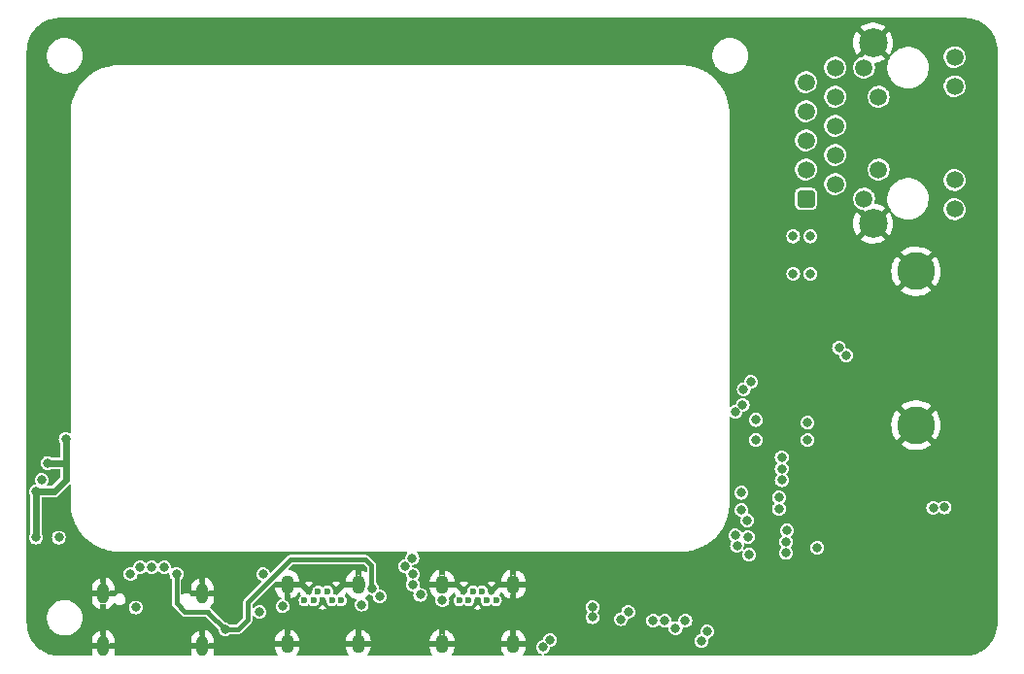
<source format=gbr>
%TF.GenerationSoftware,KiCad,Pcbnew,(5.99.0-10407-g1e8b23402c)*%
%TF.CreationDate,2021-07-06T19:16:03-06:00*%
%TF.ProjectId,mezzanine,6d657a7a-616e-4696-9e65-2e6b69636164,rev?*%
%TF.SameCoordinates,Original*%
%TF.FileFunction,Copper,L2,Inr*%
%TF.FilePolarity,Positive*%
%FSLAX46Y46*%
G04 Gerber Fmt 4.6, Leading zero omitted, Abs format (unit mm)*
G04 Created by KiCad (PCBNEW (5.99.0-10407-g1e8b23402c)) date 2021-07-06 19:16:03*
%MOMM*%
%LPD*%
G01*
G04 APERTURE LIST*
G04 Aperture macros list*
%AMRoundRect*
0 Rectangle with rounded corners*
0 $1 Rounding radius*
0 $2 $3 $4 $5 $6 $7 $8 $9 X,Y pos of 4 corners*
0 Add a 4 corners polygon primitive as box body*
4,1,4,$2,$3,$4,$5,$6,$7,$8,$9,$2,$3,0*
0 Add four circle primitives for the rounded corners*
1,1,$1+$1,$2,$3*
1,1,$1+$1,$4,$5*
1,1,$1+$1,$6,$7*
1,1,$1+$1,$8,$9*
0 Add four rect primitives between the rounded corners*
20,1,$1+$1,$2,$3,$4,$5,0*
20,1,$1+$1,$4,$5,$6,$7,0*
20,1,$1+$1,$6,$7,$8,$9,0*
20,1,$1+$1,$8,$9,$2,$3,0*%
G04 Aperture macros list end*
%TA.AperFunction,ComponentPad*%
%ADD10C,0.600000*%
%TD*%
%TA.AperFunction,ComponentPad*%
%ADD11RoundRect,0.575000X0.000000X-0.225000X0.000000X-0.225000X0.000000X0.225000X0.000000X0.225000X0*%
%TD*%
%TA.AperFunction,ComponentPad*%
%ADD12RoundRect,0.500000X0.000000X-0.400000X0.000000X-0.400000X0.000000X0.400000X0.000000X0.400000X0*%
%TD*%
%TA.AperFunction,ComponentPad*%
%ADD13RoundRect,0.250500X0.499500X-0.499500X0.499500X0.499500X-0.499500X0.499500X-0.499500X-0.499500X0*%
%TD*%
%TA.AperFunction,ComponentPad*%
%ADD14C,1.500000*%
%TD*%
%TA.AperFunction,ComponentPad*%
%ADD15C,2.500000*%
%TD*%
%TA.AperFunction,ComponentPad*%
%ADD16C,3.300000*%
%TD*%
%TA.AperFunction,ViaPad*%
%ADD17C,0.800000*%
%TD*%
%TA.AperFunction,Conductor*%
%ADD18C,0.600000*%
%TD*%
%TA.AperFunction,Conductor*%
%ADD19C,0.400000*%
%TD*%
G04 APERTURE END LIST*
D10*
%TO.N,unconnected-(J3-Pad2)*%
%TO.C,J3*%
X47600000Y-70980000D03*
%TO.N,GND*%
X47200000Y-70180000D03*
%TO.N,/HDMI0_TX1_P*%
X46800000Y-70980000D03*
%TO.N,/HDMI0_TX1_N*%
X46400000Y-70180000D03*
%TO.N,GND*%
X46000000Y-70980000D03*
%TO.N,/HDMI0_CLK_P*%
X45600000Y-70180000D03*
%TO.N,/HDMI0_CLK_N*%
X45200000Y-70980000D03*
%TO.N,GND*%
X44800000Y-70180000D03*
%TO.N,/HDMI0_SDA*%
X44400000Y-70980000D03*
D11*
%TO.N,GND*%
X42900000Y-69600000D03*
X42900000Y-74775000D03*
X49100000Y-69600000D03*
X49100000Y-74775000D03*
%TD*%
D12*
%TO.N,GND*%
%TO.C,J2*%
X26880000Y-70390000D03*
X35520000Y-74970000D03*
X35520000Y-70390000D03*
X26880000Y-74970000D03*
%TD*%
D10*
%TO.N,unconnected-(J4-Pad2)*%
%TO.C,J4*%
X61100000Y-70980000D03*
%TO.N,GND*%
X60700000Y-70180000D03*
%TO.N,/HDMI1_TX1_P*%
X60300000Y-70980000D03*
%TO.N,/HDMI1_TX1_N*%
X59900000Y-70180000D03*
%TO.N,GND*%
X59500000Y-70980000D03*
%TO.N,/HDMI1_CLK_P*%
X59100000Y-70180000D03*
%TO.N,/HDMI1_CLK_N*%
X58700000Y-70980000D03*
%TO.N,GND*%
X58300000Y-70180000D03*
%TO.N,/HDMI1_SDA*%
X57900000Y-70980000D03*
D11*
%TO.N,GND*%
X56400000Y-74775000D03*
X56400000Y-69600000D03*
X62600000Y-74775000D03*
X62600000Y-69600000D03*
%TD*%
D13*
%TO.N,/TRD0_P*%
%TO.C,U5*%
X88110000Y-35965000D03*
D14*
%TO.N,/TRD0_N*%
X90650000Y-34695000D03*
%TO.N,/TRD1_P*%
X88110000Y-33425000D03*
%TO.N,Net-(C7-Pad1)*%
X90650000Y-32155000D03*
X88110000Y-30885000D03*
%TO.N,/TRD1_N*%
X90650000Y-29615000D03*
%TO.N,/TRD2_P*%
X88110000Y-28345000D03*
%TO.N,/TRD2_N*%
X90650000Y-27075000D03*
%TO.N,/TRD3_P*%
X88110000Y-25805000D03*
%TO.N,/TRD3_N*%
X90650000Y-24535000D03*
%TO.N,/TR0_TAP*%
X93170000Y-35965000D03*
%TO.N,/TR1_TAP*%
X94440000Y-33425000D03*
%TO.N,/TR2_TAP*%
X94440000Y-27075000D03*
%TO.N,/TR3_TAP*%
X93170000Y-24535000D03*
%TO.N,/+3.3v*%
X101060000Y-36880000D03*
%TO.N,Net-(R4-Pad1)*%
X101060000Y-34340000D03*
%TO.N,/+3.3v*%
X101060000Y-26160000D03*
%TO.N,Net-(R5-Pad1)*%
X101060000Y-23620000D03*
D15*
%TO.N,GND*%
X93950000Y-38125000D03*
X93950000Y-22375000D03*
%TD*%
D16*
%TO.N,GND*%
%TO.C,J1*%
X97700000Y-42300000D03*
X97700000Y-55700000D03*
%TD*%
D17*
%TO.N,GND*%
X34500000Y-68670000D03*
X100000000Y-72500000D03*
X86000000Y-70000000D03*
X51000000Y-75000000D03*
X91000000Y-44000000D03*
X90800000Y-47900000D03*
X86000000Y-71000000D03*
X83500000Y-60500000D03*
X95000000Y-67500000D03*
X92800000Y-61600000D03*
X82000000Y-56250000D03*
X67300000Y-71400000D03*
X101200000Y-47900000D03*
X98700000Y-61600000D03*
X36000000Y-68000000D03*
X97500000Y-70000000D03*
X28000000Y-68670000D03*
X90500000Y-68000000D03*
X84300000Y-28500000D03*
X41000000Y-72900000D03*
X90000000Y-39500000D03*
X20750000Y-59000000D03*
X97500000Y-65000000D03*
X91700000Y-46900000D03*
X91500000Y-38000000D03*
X92750000Y-70000000D03*
X93000000Y-29000000D03*
X97500000Y-75000000D03*
X100000000Y-67500000D03*
X102500000Y-70000000D03*
X70700000Y-72900000D03*
X87000000Y-44000000D03*
X101400000Y-62900000D03*
X90500000Y-67000000D03*
X91000000Y-75000000D03*
X92750000Y-75000000D03*
X87000000Y-26700000D03*
X86000000Y-69000000D03*
X96000000Y-31000000D03*
X37000000Y-69000000D03*
X37000000Y-71700000D03*
X102500000Y-65000000D03*
X94500000Y-35000000D03*
X81750000Y-64000000D03*
X92500000Y-65000000D03*
X91000000Y-39000000D03*
X83250000Y-58250000D03*
X54000000Y-75000000D03*
X89400000Y-34000000D03*
X91000000Y-40000000D03*
X90500000Y-66000000D03*
X89400000Y-32800000D03*
X89600000Y-48000000D03*
X95000000Y-72500000D03*
X94100000Y-57200000D03*
X103200000Y-62900000D03*
X94000000Y-44000000D03*
X95900000Y-46900000D03*
%TO.N,/+3.3v*%
X21000000Y-65500000D03*
X21000000Y-61500000D03*
X22000000Y-59000000D03*
X23600000Y-56900000D03*
X82500000Y-61600000D03*
%TO.N,/hdmi/HDMI_5v*%
X40500000Y-72000000D03*
X56430593Y-70991346D03*
X42500000Y-71500000D03*
X54500000Y-70500000D03*
%TO.N,/USB2_HOST_N*%
X91614663Y-49614663D03*
%TO.N,/USB2_HOST_P*%
X90985337Y-48985337D03*
%TO.N,/USB2_DEV_P*%
X65814663Y-74435337D03*
%TO.N,/USB2_DEV_N*%
X65185337Y-75064663D03*
%TO.N,/HDMI1_HOTPLUG*%
X86450000Y-64900000D03*
%TO.N,/HDMI1_TX2_P*%
X69500000Y-72445000D03*
%TO.N,/HDMI1_TX2_N*%
X69500000Y-71555000D03*
%TO.N,/HDMI1_TX0_P*%
X71990650Y-72619976D03*
X71990650Y-72619976D03*
%TO.N,/HDMI1_TX0_N*%
X72619976Y-71990650D03*
X72619976Y-71990650D03*
%TO.N,/HDMI1_CEC*%
X89100000Y-66400000D03*
%TO.N,/HDMI1_SCL*%
X86361755Y-66846259D03*
%TO.N,/HDMI1_SDA*%
X86370214Y-65874451D03*
%TO.N,/HDMI0_HOTPLUG*%
X74800000Y-72750000D03*
X50950000Y-70650000D03*
X81950000Y-65300000D03*
%TO.N,/HDMI0_TX2_P*%
X53841500Y-69607044D03*
%TO.N,/HDMI0_TX2_N*%
X53841500Y-68717044D03*
%TO.N,/HDMI0_TX0_P*%
X53185337Y-68000000D03*
%TO.N,/HDMI0_TX0_N*%
X53814663Y-67285337D03*
%TO.N,/HDMI0_CEC*%
X79000000Y-74500000D03*
X83050000Y-65450000D03*
X76750000Y-73400000D03*
%TO.N,/HDMI0_SCL*%
X83150000Y-67000000D03*
X79500000Y-73700000D03*
X77600000Y-72750000D03*
%TO.N,/HDMI0_SDA*%
X49400000Y-71350000D03*
X75800000Y-72750000D03*
X82100000Y-66200000D03*
%TO.N,/TRD3_P*%
X82599163Y-53935337D03*
%TO.N,/TRD3_N*%
X81969837Y-54564663D03*
%TO.N,/TRD2_N*%
X82685337Y-52564663D03*
%TO.N,/TRD2_P*%
X83314663Y-51935337D03*
%TO.N,/ETH_LEDY*%
X85750000Y-62000000D03*
X99200000Y-62900000D03*
X87000000Y-42500000D03*
%TO.N,/ETH_LEDG*%
X100199162Y-62874128D03*
X85750000Y-63000000D03*
X88500000Y-42500000D03*
%TO.N,/nPI_LED_ACTIVITY*%
X82500000Y-63100000D03*
%TO.N,/TR0_TAP*%
X83750000Y-57000000D03*
%TO.N,/TR1_TAP*%
X88250000Y-55500000D03*
%TO.N,/TR2_TAP*%
X88250000Y-57000000D03*
%TO.N,/TR3_TAP*%
X83750000Y-55250000D03*
%TO.N,/nPI_LED_PWR*%
X83000000Y-64000000D03*
%TO.N,Net-(R4-Pad1)*%
X88500000Y-39250000D03*
%TO.N,Net-(R5-Pad1)*%
X87000000Y-39250000D03*
%TO.N,Net-(R6-Pad2)*%
X21500000Y-60500000D03*
X23000000Y-65500000D03*
%TO.N,+5v*%
X31100000Y-68100000D03*
X86000000Y-59500000D03*
X30100000Y-68100000D03*
X37500000Y-73500000D03*
X50289068Y-69910932D03*
X86000000Y-60500000D03*
X32200000Y-68100000D03*
X29250000Y-68670000D03*
X86000000Y-58500000D03*
X33250000Y-68670000D03*
%TO.N,Net-(J2-PadA5)*%
X29700000Y-71600000D03*
X40800000Y-68700000D03*
%TD*%
D18*
%TO.N,/+3.3v*%
X21000000Y-65500000D02*
X21000000Y-61500000D01*
X22000000Y-59000000D02*
X23600000Y-59000000D01*
X23600000Y-60500000D02*
X23600000Y-59000000D01*
X22600000Y-61500000D02*
X23600000Y-60500000D01*
X21000000Y-61500000D02*
X22600000Y-61500000D01*
X23600000Y-59000000D02*
X23600000Y-56900000D01*
D19*
%TO.N,+5v*%
X43195000Y-67425000D02*
X49750000Y-67425000D01*
X38650000Y-73500000D02*
X39475000Y-72675000D01*
X49750000Y-67425000D02*
X50250000Y-67925000D01*
X50250000Y-69871864D02*
X50289068Y-69910932D01*
X43195000Y-67425000D02*
X43605000Y-67425000D01*
X36025000Y-72000000D02*
X34000000Y-72000000D01*
X39475000Y-72675000D02*
X39475000Y-71145000D01*
X33250000Y-71250000D02*
X33250000Y-68670000D01*
X34000000Y-72000000D02*
X33250000Y-71250000D01*
X37500000Y-73500000D02*
X36025000Y-72025000D01*
X37500000Y-73500000D02*
X38650000Y-73500000D01*
X36025000Y-72025000D02*
X36025000Y-72000000D01*
X39475000Y-71145000D02*
X43195000Y-67425000D01*
X50250000Y-67925000D02*
X50250000Y-69871864D01*
%TD*%
%TA.AperFunction,Conductor*%
%TO.N,GND*%
G36*
X101964593Y-20202108D02*
G01*
X101971116Y-20203699D01*
X101971124Y-20203700D01*
X101975183Y-20204690D01*
X102107944Y-20206444D01*
X102111072Y-20206552D01*
X102146026Y-20208515D01*
X102188376Y-20210894D01*
X102192511Y-20211243D01*
X102432891Y-20238327D01*
X102436995Y-20238907D01*
X102451437Y-20241361D01*
X102499449Y-20249519D01*
X102503518Y-20250328D01*
X102739380Y-20304161D01*
X102743388Y-20305195D01*
X102804291Y-20322741D01*
X102808234Y-20323998D01*
X103036564Y-20403895D01*
X103040433Y-20405372D01*
X103098985Y-20429625D01*
X103102765Y-20431316D01*
X103320727Y-20536281D01*
X103324374Y-20538165D01*
X103372740Y-20564896D01*
X103379865Y-20568834D01*
X103383429Y-20570936D01*
X103465876Y-20622741D01*
X103588252Y-20699635D01*
X103591702Y-20701940D01*
X103643416Y-20738634D01*
X103646709Y-20741113D01*
X103819191Y-20878663D01*
X103835830Y-20891932D01*
X103838982Y-20894592D01*
X103886264Y-20936846D01*
X103889260Y-20939679D01*
X104060319Y-21110738D01*
X104063171Y-21113755D01*
X104105395Y-21161004D01*
X104108072Y-21164175D01*
X104258886Y-21353289D01*
X104261371Y-21356590D01*
X104286111Y-21391457D01*
X104298060Y-21408298D01*
X104300353Y-21411729D01*
X104429046Y-21616540D01*
X104431155Y-21620116D01*
X104461826Y-21675611D01*
X104463731Y-21679298D01*
X104568693Y-21897253D01*
X104570370Y-21901001D01*
X104570379Y-21901023D01*
X104594628Y-21959568D01*
X104596107Y-21963444D01*
X104632550Y-22067589D01*
X104676008Y-22191786D01*
X104677259Y-22195707D01*
X104694802Y-22256600D01*
X104694806Y-22256614D01*
X104695840Y-22260620D01*
X104746699Y-22483448D01*
X104749671Y-22496469D01*
X104750480Y-22500540D01*
X104761093Y-22563003D01*
X104761674Y-22567114D01*
X104788758Y-22807504D01*
X104789107Y-22811640D01*
X104793446Y-22888900D01*
X104793556Y-22892072D01*
X104795101Y-23009008D01*
X104795307Y-23024625D01*
X104796283Y-23028657D01*
X104797923Y-23035431D01*
X104800000Y-23052841D01*
X104800000Y-72947058D01*
X104797892Y-72964593D01*
X104796301Y-72971116D01*
X104796300Y-72971124D01*
X104795310Y-72975183D01*
X104793556Y-73107944D01*
X104793448Y-73111072D01*
X104793116Y-73116987D01*
X104789106Y-73188375D01*
X104788757Y-73192510D01*
X104761672Y-73432896D01*
X104761091Y-73437006D01*
X104750483Y-73499441D01*
X104749674Y-73503512D01*
X104695840Y-73739377D01*
X104695839Y-73739380D01*
X104694805Y-73743388D01*
X104677254Y-73804309D01*
X104676007Y-73808220D01*
X104596109Y-74036558D01*
X104594645Y-74040393D01*
X104580021Y-74075698D01*
X104570376Y-74098983D01*
X104568681Y-74102772D01*
X104463728Y-74320707D01*
X104461823Y-74324394D01*
X104431162Y-74379872D01*
X104429053Y-74383447D01*
X104416821Y-74402914D01*
X104300346Y-74588282D01*
X104298072Y-74591685D01*
X104261366Y-74643417D01*
X104258888Y-74646709D01*
X104167016Y-74761913D01*
X104108083Y-74835812D01*
X104105406Y-74838984D01*
X104063163Y-74886254D01*
X104060311Y-74889270D01*
X103889262Y-75060319D01*
X103886245Y-75063171D01*
X103838996Y-75105395D01*
X103835825Y-75108073D01*
X103646710Y-75258887D01*
X103643405Y-75261375D01*
X103591669Y-75298084D01*
X103588282Y-75300346D01*
X103466128Y-75377101D01*
X103383445Y-75429054D01*
X103379870Y-75431162D01*
X103324381Y-75461830D01*
X103320695Y-75463735D01*
X103125351Y-75557808D01*
X103102779Y-75568678D01*
X103098993Y-75570372D01*
X103040411Y-75594638D01*
X103036547Y-75596112D01*
X103021852Y-75601254D01*
X102808228Y-75676003D01*
X102804274Y-75677264D01*
X102743389Y-75694805D01*
X102739377Y-75695840D01*
X102645392Y-75717292D01*
X102503526Y-75749672D01*
X102499465Y-75750479D01*
X102436990Y-75761094D01*
X102432893Y-75761673D01*
X102356666Y-75770261D01*
X102192496Y-75788758D01*
X102188360Y-75789107D01*
X102111100Y-75793446D01*
X102107928Y-75793556D01*
X101979524Y-75795252D01*
X101979522Y-75795252D01*
X101975375Y-75795307D01*
X101964566Y-75797923D01*
X101947159Y-75800000D01*
X65328149Y-75800000D01*
X65280583Y-75782687D01*
X65255273Y-75738850D01*
X65264063Y-75689000D01*
X65302840Y-75656463D01*
X65318490Y-75652633D01*
X65337247Y-75650164D01*
X65337250Y-75650163D01*
X65342052Y-75649531D01*
X65488087Y-75589041D01*
X65491931Y-75586091D01*
X65491935Y-75586089D01*
X65609639Y-75495771D01*
X65613490Y-75492816D01*
X65629566Y-75471865D01*
X65706763Y-75371261D01*
X65706765Y-75371257D01*
X65709715Y-75367413D01*
X65770205Y-75221378D01*
X65772220Y-75206079D01*
X65784912Y-75109668D01*
X65786197Y-75099904D01*
X65809570Y-75055006D01*
X65849904Y-75036197D01*
X65897927Y-75029875D01*
X65966573Y-75020838D01*
X65966576Y-75020837D01*
X65971378Y-75020205D01*
X66117413Y-74959715D01*
X66121257Y-74956765D01*
X66121261Y-74956763D01*
X66238965Y-74866445D01*
X66242816Y-74863490D01*
X66286471Y-74806598D01*
X66336089Y-74741935D01*
X66336091Y-74741931D01*
X66339041Y-74738087D01*
X66399531Y-74592052D01*
X66402515Y-74569391D01*
X66411650Y-74500000D01*
X78394500Y-74500000D01*
X78395133Y-74504808D01*
X78413815Y-74646710D01*
X78415132Y-74656715D01*
X78475622Y-74802750D01*
X78478572Y-74806594D01*
X78478574Y-74806598D01*
X78529107Y-74872453D01*
X78571847Y-74928153D01*
X78575698Y-74931108D01*
X78693402Y-75021426D01*
X78693406Y-75021428D01*
X78697250Y-75024378D01*
X78843285Y-75084868D01*
X78848087Y-75085500D01*
X78848090Y-75085501D01*
X78995192Y-75104867D01*
X79000000Y-75105500D01*
X79004808Y-75104867D01*
X79151910Y-75085501D01*
X79151913Y-75085500D01*
X79156715Y-75084868D01*
X79302750Y-75024378D01*
X79306594Y-75021428D01*
X79306598Y-75021426D01*
X79424302Y-74931108D01*
X79428153Y-74928153D01*
X79470893Y-74872453D01*
X79521426Y-74806598D01*
X79521428Y-74806594D01*
X79524378Y-74802750D01*
X79584868Y-74656715D01*
X79586186Y-74646710D01*
X79604867Y-74504808D01*
X79605500Y-74500000D01*
X79588191Y-74368527D01*
X79599147Y-74319109D01*
X79639306Y-74288294D01*
X79651900Y-74285502D01*
X79651909Y-74285501D01*
X79651911Y-74285500D01*
X79656715Y-74284868D01*
X79802750Y-74224378D01*
X79806594Y-74221428D01*
X79806598Y-74221426D01*
X79924302Y-74131108D01*
X79928153Y-74128153D01*
X79946881Y-74103746D01*
X80021426Y-74006598D01*
X80021428Y-74006594D01*
X80024378Y-74002750D01*
X80084868Y-73856715D01*
X80085691Y-73850469D01*
X80104867Y-73704808D01*
X80105500Y-73700000D01*
X80097774Y-73641317D01*
X80085501Y-73548090D01*
X80085500Y-73548087D01*
X80084868Y-73543285D01*
X80024378Y-73397250D01*
X80021428Y-73393406D01*
X80021426Y-73393402D01*
X79931108Y-73275698D01*
X79928153Y-73271847D01*
X79895329Y-73246660D01*
X79806598Y-73178574D01*
X79806594Y-73178572D01*
X79802750Y-73175622D01*
X79656715Y-73115132D01*
X79651913Y-73114500D01*
X79651910Y-73114499D01*
X79504808Y-73095133D01*
X79500000Y-73094500D01*
X79495192Y-73095133D01*
X79348090Y-73114499D01*
X79348087Y-73114500D01*
X79343285Y-73115132D01*
X79197250Y-73175622D01*
X79193406Y-73178572D01*
X79193402Y-73178574D01*
X79104671Y-73246660D01*
X79071847Y-73271847D01*
X79068892Y-73275698D01*
X78978574Y-73393402D01*
X78978572Y-73393406D01*
X78975622Y-73397250D01*
X78915132Y-73543285D01*
X78914500Y-73548087D01*
X78914499Y-73548090D01*
X78902226Y-73641317D01*
X78894500Y-73700000D01*
X78911708Y-73830702D01*
X78911809Y-73831472D01*
X78900853Y-73880891D01*
X78860694Y-73911706D01*
X78848100Y-73914498D01*
X78848091Y-73914499D01*
X78848089Y-73914500D01*
X78843285Y-73915132D01*
X78697250Y-73975622D01*
X78693406Y-73978572D01*
X78693402Y-73978574D01*
X78604162Y-74047051D01*
X78571847Y-74071847D01*
X78568892Y-74075698D01*
X78478574Y-74193402D01*
X78478572Y-74193406D01*
X78475622Y-74197250D01*
X78415132Y-74343285D01*
X78414500Y-74348087D01*
X78414499Y-74348090D01*
X78401742Y-74444994D01*
X78394500Y-74500000D01*
X66411650Y-74500000D01*
X66419530Y-74440145D01*
X66420163Y-74435337D01*
X66417173Y-74412627D01*
X66400164Y-74283427D01*
X66400163Y-74283424D01*
X66399531Y-74278622D01*
X66339041Y-74132587D01*
X66336091Y-74128743D01*
X66336089Y-74128739D01*
X66245771Y-74011035D01*
X66242816Y-74007184D01*
X66238223Y-74003660D01*
X66121261Y-73913911D01*
X66121257Y-73913909D01*
X66117413Y-73910959D01*
X65971378Y-73850469D01*
X65966576Y-73849837D01*
X65966573Y-73849836D01*
X65819471Y-73830470D01*
X65814663Y-73829837D01*
X65809855Y-73830470D01*
X65662753Y-73849836D01*
X65662750Y-73849837D01*
X65657948Y-73850469D01*
X65511913Y-73910959D01*
X65508069Y-73913909D01*
X65508065Y-73913911D01*
X65391103Y-74003660D01*
X65386510Y-74007184D01*
X65383555Y-74011035D01*
X65293237Y-74128739D01*
X65293235Y-74128743D01*
X65290285Y-74132587D01*
X65229795Y-74278622D01*
X65229163Y-74283424D01*
X65229162Y-74283427D01*
X65226484Y-74303768D01*
X65215414Y-74387860D01*
X65213803Y-74400095D01*
X65190430Y-74444994D01*
X65150096Y-74463803D01*
X65117181Y-74468136D01*
X65033427Y-74479162D01*
X65033424Y-74479163D01*
X65028622Y-74479795D01*
X64882587Y-74540285D01*
X64878743Y-74543235D01*
X64878739Y-74543237D01*
X64786069Y-74614346D01*
X64757184Y-74636510D01*
X64754229Y-74640361D01*
X64663911Y-74758065D01*
X64663909Y-74758069D01*
X64660959Y-74761913D01*
X64600469Y-74907948D01*
X64599837Y-74912750D01*
X64599836Y-74912753D01*
X64587625Y-75005506D01*
X64579837Y-75064663D01*
X64580470Y-75069471D01*
X64599245Y-75212080D01*
X64600469Y-75221378D01*
X64660959Y-75367413D01*
X64663909Y-75371257D01*
X64663911Y-75371261D01*
X64741108Y-75471865D01*
X64757184Y-75492816D01*
X64761035Y-75495771D01*
X64878739Y-75586089D01*
X64878743Y-75586091D01*
X64882587Y-75589041D01*
X65028622Y-75649531D01*
X65033424Y-75650163D01*
X65033427Y-75650164D01*
X65052184Y-75652633D01*
X65097084Y-75676006D01*
X65116455Y-75722772D01*
X65101233Y-75771048D01*
X65058542Y-75798246D01*
X65042525Y-75800000D01*
X63491453Y-75800000D01*
X63443887Y-75782687D01*
X63418577Y-75738850D01*
X63427367Y-75689000D01*
X63435562Y-75677500D01*
X63476943Y-75629813D01*
X63481005Y-75624118D01*
X63580213Y-75452631D01*
X63583132Y-75446254D01*
X63648117Y-75259117D01*
X63649780Y-75252295D01*
X63674618Y-75080995D01*
X63675000Y-75075697D01*
X63675000Y-75038048D01*
X63671362Y-75028052D01*
X63666075Y-75025000D01*
X63199000Y-75025000D01*
X63151434Y-75007687D01*
X63126124Y-74963850D01*
X63125000Y-74951000D01*
X63125000Y-74599000D01*
X63142313Y-74551434D01*
X63186150Y-74526124D01*
X63199000Y-74525000D01*
X63661952Y-74525000D01*
X63671948Y-74521362D01*
X63675000Y-74516075D01*
X63675000Y-74499345D01*
X63674832Y-74495826D01*
X63660851Y-74349287D01*
X63659525Y-74342399D01*
X63603757Y-74152301D01*
X63601153Y-74145790D01*
X63510445Y-73969669D01*
X63506659Y-73963772D01*
X63384284Y-73807982D01*
X63379447Y-73802902D01*
X63229814Y-73673058D01*
X63224119Y-73668996D01*
X63052632Y-73569788D01*
X63046255Y-73566869D01*
X62860317Y-73502301D01*
X62852499Y-73503927D01*
X62850000Y-73507096D01*
X62850000Y-73920230D01*
X62832687Y-73967796D01*
X62788850Y-73993106D01*
X62763084Y-73993094D01*
X62762657Y-73993019D01*
X62753757Y-73990865D01*
X62735721Y-73985299D01*
X62735718Y-73985299D01*
X62727757Y-73982842D01*
X62719517Y-73984081D01*
X62711208Y-73983456D01*
X62711266Y-73982690D01*
X62703544Y-73982595D01*
X62679915Y-73978429D01*
X62672734Y-73975908D01*
X62672510Y-73976699D01*
X62664493Y-73974430D01*
X62657179Y-73970434D01*
X62648856Y-73970005D01*
X62647055Y-73969912D01*
X62629788Y-73969022D01*
X62620754Y-73967997D01*
X62614012Y-73966808D01*
X62606417Y-73967186D01*
X62603931Y-73967310D01*
X62596441Y-73967304D01*
X62590357Y-73966990D01*
X62590353Y-73966990D01*
X62586177Y-73966775D01*
X62582054Y-73967502D01*
X62582053Y-73967502D01*
X62579511Y-73967950D01*
X62570344Y-73968982D01*
X62567855Y-73969106D01*
X62543175Y-73970335D01*
X62535857Y-73974316D01*
X62527833Y-73976571D01*
X62527627Y-73975838D01*
X62520338Y-73978383D01*
X62496709Y-73982550D01*
X62489097Y-73982638D01*
X62489157Y-73983458D01*
X62480847Y-73984068D01*
X62472609Y-73982815D01*
X62446392Y-73990855D01*
X62437574Y-73992978D01*
X62436878Y-73993101D01*
X62387025Y-73984330D01*
X62354472Y-73945566D01*
X62350000Y-73920230D01*
X62350000Y-73515962D01*
X62346362Y-73505966D01*
X62344940Y-73505145D01*
X62341800Y-73505320D01*
X62202307Y-73546242D01*
X62195787Y-73548850D01*
X62019668Y-73639556D01*
X62013771Y-73643342D01*
X61857981Y-73765717D01*
X61852901Y-73770554D01*
X61723057Y-73920187D01*
X61718995Y-73925882D01*
X61619787Y-74097369D01*
X61616868Y-74103746D01*
X61551883Y-74290883D01*
X61550220Y-74297705D01*
X61525382Y-74469005D01*
X61525000Y-74474303D01*
X61525000Y-74511952D01*
X61528638Y-74521948D01*
X61533925Y-74525000D01*
X62001000Y-74525000D01*
X62048566Y-74542313D01*
X62073876Y-74586150D01*
X62075000Y-74599000D01*
X62075000Y-74951000D01*
X62057687Y-74998566D01*
X62013850Y-75023876D01*
X62001000Y-75025000D01*
X61538048Y-75025000D01*
X61528052Y-75028638D01*
X61525000Y-75033925D01*
X61525000Y-75050655D01*
X61525168Y-75054174D01*
X61539149Y-75200713D01*
X61540475Y-75207601D01*
X61596243Y-75397699D01*
X61598847Y-75404210D01*
X61689555Y-75580331D01*
X61693341Y-75586228D01*
X61767227Y-75680288D01*
X61782995Y-75728389D01*
X61764156Y-75775371D01*
X61719525Y-75799253D01*
X61709034Y-75800000D01*
X57291453Y-75800000D01*
X57243887Y-75782687D01*
X57218577Y-75738850D01*
X57227367Y-75689000D01*
X57235562Y-75677500D01*
X57276943Y-75629813D01*
X57281005Y-75624118D01*
X57380213Y-75452631D01*
X57383132Y-75446254D01*
X57448117Y-75259117D01*
X57449780Y-75252295D01*
X57474618Y-75080995D01*
X57475000Y-75075697D01*
X57475000Y-75038048D01*
X57471362Y-75028052D01*
X57466075Y-75025000D01*
X56999000Y-75025000D01*
X56951434Y-75007687D01*
X56926124Y-74963850D01*
X56925000Y-74951000D01*
X56925000Y-74599000D01*
X56942313Y-74551434D01*
X56986150Y-74526124D01*
X56999000Y-74525000D01*
X57461952Y-74525000D01*
X57471948Y-74521362D01*
X57475000Y-74516075D01*
X57475000Y-74499345D01*
X57474832Y-74495826D01*
X57460851Y-74349287D01*
X57459525Y-74342399D01*
X57403757Y-74152301D01*
X57401153Y-74145790D01*
X57310445Y-73969669D01*
X57306659Y-73963772D01*
X57184284Y-73807982D01*
X57179447Y-73802902D01*
X57029814Y-73673058D01*
X57024119Y-73668996D01*
X56852632Y-73569788D01*
X56846255Y-73566869D01*
X56660317Y-73502301D01*
X56652499Y-73503927D01*
X56650000Y-73507096D01*
X56650000Y-73920230D01*
X56632687Y-73967796D01*
X56588850Y-73993106D01*
X56563084Y-73993094D01*
X56562657Y-73993019D01*
X56553757Y-73990865D01*
X56535721Y-73985299D01*
X56535718Y-73985299D01*
X56527757Y-73982842D01*
X56519517Y-73984081D01*
X56511208Y-73983456D01*
X56511266Y-73982690D01*
X56503544Y-73982595D01*
X56479915Y-73978429D01*
X56472734Y-73975908D01*
X56472510Y-73976699D01*
X56464493Y-73974430D01*
X56457179Y-73970434D01*
X56448856Y-73970005D01*
X56447055Y-73969912D01*
X56429788Y-73969022D01*
X56420754Y-73967997D01*
X56414012Y-73966808D01*
X56406417Y-73967186D01*
X56403931Y-73967310D01*
X56396441Y-73967304D01*
X56390357Y-73966990D01*
X56390353Y-73966990D01*
X56386177Y-73966775D01*
X56382054Y-73967502D01*
X56382053Y-73967502D01*
X56379511Y-73967950D01*
X56370344Y-73968982D01*
X56367855Y-73969106D01*
X56343175Y-73970335D01*
X56335857Y-73974316D01*
X56327833Y-73976571D01*
X56327627Y-73975838D01*
X56320338Y-73978383D01*
X56296709Y-73982550D01*
X56289097Y-73982638D01*
X56289157Y-73983458D01*
X56280847Y-73984068D01*
X56272609Y-73982815D01*
X56246392Y-73990855D01*
X56237574Y-73992978D01*
X56236878Y-73993101D01*
X56187025Y-73984330D01*
X56154472Y-73945566D01*
X56150000Y-73920230D01*
X56150000Y-73515962D01*
X56146362Y-73505966D01*
X56144940Y-73505145D01*
X56141800Y-73505320D01*
X56002307Y-73546242D01*
X55995787Y-73548850D01*
X55819668Y-73639556D01*
X55813771Y-73643342D01*
X55657981Y-73765717D01*
X55652901Y-73770554D01*
X55523057Y-73920187D01*
X55518995Y-73925882D01*
X55419787Y-74097369D01*
X55416868Y-74103746D01*
X55351883Y-74290883D01*
X55350220Y-74297705D01*
X55325382Y-74469005D01*
X55325000Y-74474303D01*
X55325000Y-74511952D01*
X55328638Y-74521948D01*
X55333925Y-74525000D01*
X55801000Y-74525000D01*
X55848566Y-74542313D01*
X55873876Y-74586150D01*
X55875000Y-74599000D01*
X55875000Y-74951000D01*
X55857687Y-74998566D01*
X55813850Y-75023876D01*
X55801000Y-75025000D01*
X55338048Y-75025000D01*
X55328052Y-75028638D01*
X55325000Y-75033925D01*
X55325000Y-75050655D01*
X55325168Y-75054174D01*
X55339149Y-75200713D01*
X55340475Y-75207601D01*
X55396243Y-75397699D01*
X55398847Y-75404210D01*
X55489555Y-75580331D01*
X55493341Y-75586228D01*
X55567227Y-75680288D01*
X55582995Y-75728389D01*
X55564156Y-75775371D01*
X55519525Y-75799253D01*
X55509034Y-75800000D01*
X49991453Y-75800000D01*
X49943887Y-75782687D01*
X49918577Y-75738850D01*
X49927367Y-75689000D01*
X49935562Y-75677500D01*
X49976943Y-75629813D01*
X49981005Y-75624118D01*
X50080213Y-75452631D01*
X50083132Y-75446254D01*
X50148117Y-75259117D01*
X50149780Y-75252295D01*
X50174618Y-75080995D01*
X50175000Y-75075697D01*
X50175000Y-75038048D01*
X50171362Y-75028052D01*
X50166075Y-75025000D01*
X49699000Y-75025000D01*
X49651434Y-75007687D01*
X49626124Y-74963850D01*
X49625000Y-74951000D01*
X49625000Y-74599000D01*
X49642313Y-74551434D01*
X49686150Y-74526124D01*
X49699000Y-74525000D01*
X50161952Y-74525000D01*
X50171948Y-74521362D01*
X50175000Y-74516075D01*
X50175000Y-74499345D01*
X50174832Y-74495826D01*
X50160851Y-74349287D01*
X50159525Y-74342399D01*
X50103757Y-74152301D01*
X50101153Y-74145790D01*
X50010445Y-73969669D01*
X50006659Y-73963772D01*
X49884284Y-73807982D01*
X49879447Y-73802902D01*
X49729814Y-73673058D01*
X49724119Y-73668996D01*
X49552632Y-73569788D01*
X49546255Y-73566869D01*
X49360317Y-73502301D01*
X49352499Y-73503927D01*
X49350000Y-73507096D01*
X49350000Y-73920230D01*
X49332687Y-73967796D01*
X49288850Y-73993106D01*
X49263084Y-73993094D01*
X49262657Y-73993019D01*
X49253757Y-73990865D01*
X49235721Y-73985299D01*
X49235718Y-73985299D01*
X49227757Y-73982842D01*
X49219517Y-73984081D01*
X49211208Y-73983456D01*
X49211266Y-73982690D01*
X49203544Y-73982595D01*
X49179915Y-73978429D01*
X49172734Y-73975908D01*
X49172510Y-73976699D01*
X49164493Y-73974430D01*
X49157179Y-73970434D01*
X49148856Y-73970005D01*
X49147055Y-73969912D01*
X49129788Y-73969022D01*
X49120754Y-73967997D01*
X49114012Y-73966808D01*
X49106417Y-73967186D01*
X49103931Y-73967310D01*
X49096441Y-73967304D01*
X49090357Y-73966990D01*
X49090353Y-73966990D01*
X49086177Y-73966775D01*
X49082054Y-73967502D01*
X49082053Y-73967502D01*
X49079511Y-73967950D01*
X49070344Y-73968982D01*
X49067855Y-73969106D01*
X49043175Y-73970335D01*
X49035857Y-73974316D01*
X49027833Y-73976571D01*
X49027627Y-73975838D01*
X49020338Y-73978383D01*
X48996709Y-73982550D01*
X48989097Y-73982638D01*
X48989157Y-73983458D01*
X48980847Y-73984068D01*
X48972609Y-73982815D01*
X48946392Y-73990855D01*
X48937574Y-73992978D01*
X48936878Y-73993101D01*
X48887025Y-73984330D01*
X48854472Y-73945566D01*
X48850000Y-73920230D01*
X48850000Y-73515962D01*
X48846362Y-73505966D01*
X48844940Y-73505145D01*
X48841800Y-73505320D01*
X48702307Y-73546242D01*
X48695787Y-73548850D01*
X48519668Y-73639556D01*
X48513771Y-73643342D01*
X48357981Y-73765717D01*
X48352901Y-73770554D01*
X48223057Y-73920187D01*
X48218995Y-73925882D01*
X48119787Y-74097369D01*
X48116868Y-74103746D01*
X48051883Y-74290883D01*
X48050220Y-74297705D01*
X48025382Y-74469005D01*
X48025000Y-74474303D01*
X48025000Y-74511952D01*
X48028638Y-74521948D01*
X48033925Y-74525000D01*
X48501000Y-74525000D01*
X48548566Y-74542313D01*
X48573876Y-74586150D01*
X48575000Y-74599000D01*
X48575000Y-74951000D01*
X48557687Y-74998566D01*
X48513850Y-75023876D01*
X48501000Y-75025000D01*
X48038048Y-75025000D01*
X48028052Y-75028638D01*
X48025000Y-75033925D01*
X48025000Y-75050655D01*
X48025168Y-75054174D01*
X48039149Y-75200713D01*
X48040475Y-75207601D01*
X48096243Y-75397699D01*
X48098847Y-75404210D01*
X48189555Y-75580331D01*
X48193341Y-75586228D01*
X48267227Y-75680288D01*
X48282995Y-75728389D01*
X48264156Y-75775371D01*
X48219525Y-75799253D01*
X48209034Y-75800000D01*
X43791453Y-75800000D01*
X43743887Y-75782687D01*
X43718577Y-75738850D01*
X43727367Y-75689000D01*
X43735562Y-75677500D01*
X43776943Y-75629813D01*
X43781005Y-75624118D01*
X43880213Y-75452631D01*
X43883132Y-75446254D01*
X43948117Y-75259117D01*
X43949780Y-75252295D01*
X43974618Y-75080995D01*
X43975000Y-75075697D01*
X43975000Y-75038048D01*
X43971362Y-75028052D01*
X43966075Y-75025000D01*
X43499000Y-75025000D01*
X43451434Y-75007687D01*
X43426124Y-74963850D01*
X43425000Y-74951000D01*
X43425000Y-74599000D01*
X43442313Y-74551434D01*
X43486150Y-74526124D01*
X43499000Y-74525000D01*
X43961952Y-74525000D01*
X43971948Y-74521362D01*
X43975000Y-74516075D01*
X43975000Y-74499345D01*
X43974832Y-74495826D01*
X43960851Y-74349287D01*
X43959525Y-74342399D01*
X43903757Y-74152301D01*
X43901153Y-74145790D01*
X43810445Y-73969669D01*
X43806659Y-73963772D01*
X43684284Y-73807982D01*
X43679447Y-73802902D01*
X43529814Y-73673058D01*
X43524119Y-73668996D01*
X43352632Y-73569788D01*
X43346255Y-73566869D01*
X43160317Y-73502301D01*
X43152499Y-73503927D01*
X43150000Y-73507096D01*
X43150000Y-73920230D01*
X43132687Y-73967796D01*
X43088850Y-73993106D01*
X43063084Y-73993094D01*
X43062657Y-73993019D01*
X43053757Y-73990865D01*
X43035721Y-73985299D01*
X43035718Y-73985299D01*
X43027757Y-73982842D01*
X43019517Y-73984081D01*
X43011208Y-73983456D01*
X43011266Y-73982690D01*
X43003544Y-73982595D01*
X42979915Y-73978429D01*
X42972734Y-73975908D01*
X42972510Y-73976699D01*
X42964493Y-73974430D01*
X42957179Y-73970434D01*
X42948856Y-73970005D01*
X42947055Y-73969912D01*
X42929788Y-73969022D01*
X42920754Y-73967997D01*
X42914012Y-73966808D01*
X42906417Y-73967186D01*
X42903931Y-73967310D01*
X42896441Y-73967304D01*
X42890357Y-73966990D01*
X42890353Y-73966990D01*
X42886177Y-73966775D01*
X42882054Y-73967502D01*
X42882053Y-73967502D01*
X42879511Y-73967950D01*
X42870344Y-73968982D01*
X42867855Y-73969106D01*
X42843175Y-73970335D01*
X42835857Y-73974316D01*
X42827833Y-73976571D01*
X42827627Y-73975838D01*
X42820338Y-73978383D01*
X42796709Y-73982550D01*
X42789097Y-73982638D01*
X42789157Y-73983458D01*
X42780847Y-73984068D01*
X42772609Y-73982815D01*
X42746392Y-73990855D01*
X42737574Y-73992978D01*
X42736878Y-73993101D01*
X42687025Y-73984330D01*
X42654472Y-73945566D01*
X42650000Y-73920230D01*
X42650000Y-73515962D01*
X42646362Y-73505966D01*
X42644940Y-73505145D01*
X42641800Y-73505320D01*
X42502307Y-73546242D01*
X42495787Y-73548850D01*
X42319668Y-73639556D01*
X42313771Y-73643342D01*
X42157981Y-73765717D01*
X42152901Y-73770554D01*
X42023057Y-73920187D01*
X42018995Y-73925882D01*
X41919787Y-74097369D01*
X41916868Y-74103746D01*
X41851883Y-74290883D01*
X41850220Y-74297705D01*
X41825382Y-74469005D01*
X41825000Y-74474303D01*
X41825000Y-74511952D01*
X41828638Y-74521948D01*
X41833925Y-74525000D01*
X42301000Y-74525000D01*
X42348566Y-74542313D01*
X42373876Y-74586150D01*
X42375000Y-74599000D01*
X42375000Y-74951000D01*
X42357687Y-74998566D01*
X42313850Y-75023876D01*
X42301000Y-75025000D01*
X41838048Y-75025000D01*
X41828052Y-75028638D01*
X41825000Y-75033925D01*
X41825000Y-75050655D01*
X41825168Y-75054174D01*
X41839149Y-75200713D01*
X41840475Y-75207601D01*
X41896243Y-75397699D01*
X41898847Y-75404210D01*
X41989555Y-75580331D01*
X41993341Y-75586228D01*
X42067227Y-75680288D01*
X42082995Y-75728389D01*
X42064156Y-75775371D01*
X42019525Y-75799253D01*
X42009034Y-75800000D01*
X36536957Y-75800000D01*
X36489391Y-75782687D01*
X36464081Y-75738850D01*
X36465347Y-75707347D01*
X36512338Y-75526949D01*
X36513424Y-75520459D01*
X36519892Y-75436400D01*
X36520000Y-75433589D01*
X36520000Y-75233048D01*
X36516362Y-75223052D01*
X36511075Y-75220000D01*
X36094000Y-75220000D01*
X36046434Y-75202687D01*
X36021124Y-75158850D01*
X36020000Y-75146000D01*
X36020000Y-74794000D01*
X36037313Y-74746434D01*
X36081150Y-74721124D01*
X36094000Y-74720000D01*
X36506952Y-74720000D01*
X36516948Y-74716362D01*
X36520000Y-74711075D01*
X36520000Y-74522638D01*
X36519811Y-74518902D01*
X36504853Y-74371648D01*
X36503353Y-74364340D01*
X36444853Y-74177664D01*
X36441915Y-74170810D01*
X36347072Y-73999710D01*
X36342817Y-73993587D01*
X36215511Y-73845056D01*
X36210106Y-73839909D01*
X36055528Y-73720006D01*
X36049209Y-73716058D01*
X35873685Y-73629690D01*
X35866683Y-73627086D01*
X35782629Y-73605191D01*
X35772036Y-73606192D01*
X35770453Y-73607798D01*
X35770000Y-73609874D01*
X35770000Y-74015506D01*
X35752687Y-74063072D01*
X35708850Y-74088382D01*
X35680994Y-74086804D01*
X35680837Y-74087697D01*
X35674172Y-74086522D01*
X35665199Y-74084355D01*
X35647174Y-74078792D01*
X35647169Y-74078792D01*
X35639208Y-74076335D01*
X35630968Y-74077574D01*
X35622658Y-74076949D01*
X35622716Y-74076181D01*
X35614992Y-74076087D01*
X35599914Y-74073428D01*
X35592734Y-74070907D01*
X35592510Y-74071699D01*
X35584493Y-74069430D01*
X35577179Y-74065434D01*
X35568856Y-74065005D01*
X35567055Y-74064912D01*
X35549788Y-74064022D01*
X35540754Y-74062997D01*
X35534012Y-74061808D01*
X35526417Y-74062186D01*
X35523931Y-74062310D01*
X35516441Y-74062304D01*
X35510357Y-74061990D01*
X35510353Y-74061990D01*
X35506177Y-74061775D01*
X35502054Y-74062502D01*
X35502053Y-74062502D01*
X35499511Y-74062950D01*
X35490344Y-74063982D01*
X35488045Y-74064097D01*
X35463174Y-74065335D01*
X35455856Y-74069316D01*
X35447832Y-74071571D01*
X35447626Y-74070838D01*
X35440337Y-74073383D01*
X35425259Y-74076042D01*
X35417646Y-74076140D01*
X35417705Y-74076950D01*
X35409396Y-74077560D01*
X35401158Y-74076307D01*
X35393192Y-74078750D01*
X35374933Y-74084349D01*
X35366098Y-74086475D01*
X35359359Y-74087663D01*
X35359090Y-74086142D01*
X35314407Y-74083352D01*
X35277733Y-74048462D01*
X35270000Y-74015527D01*
X35270000Y-73613591D01*
X35266362Y-73603595D01*
X35265260Y-73602959D01*
X35261517Y-73603201D01*
X35127663Y-73645148D01*
X35120809Y-73648086D01*
X34949709Y-73742929D01*
X34943586Y-73747184D01*
X34795055Y-73874490D01*
X34789908Y-73879895D01*
X34670005Y-74034473D01*
X34666057Y-74040792D01*
X34579686Y-74216322D01*
X34577086Y-74223314D01*
X34527662Y-74413051D01*
X34526576Y-74419541D01*
X34520108Y-74503600D01*
X34520000Y-74506411D01*
X34520000Y-74706952D01*
X34523638Y-74716948D01*
X34528925Y-74720000D01*
X34946000Y-74720000D01*
X34993566Y-74737313D01*
X35018876Y-74781150D01*
X35020000Y-74794000D01*
X35020000Y-75146000D01*
X35002687Y-75193566D01*
X34958850Y-75218876D01*
X34946000Y-75220000D01*
X34533048Y-75220000D01*
X34523052Y-75223638D01*
X34520000Y-75228925D01*
X34520000Y-75417362D01*
X34520189Y-75421098D01*
X34535147Y-75568352D01*
X34536647Y-75575660D01*
X34576826Y-75703871D01*
X34574530Y-75754438D01*
X34540267Y-75791698D01*
X34506212Y-75800000D01*
X27896957Y-75800000D01*
X27849391Y-75782687D01*
X27824081Y-75738850D01*
X27825347Y-75707347D01*
X27872338Y-75526949D01*
X27873424Y-75520459D01*
X27879892Y-75436400D01*
X27880000Y-75433589D01*
X27880000Y-75233048D01*
X27876362Y-75223052D01*
X27871075Y-75220000D01*
X27454000Y-75220000D01*
X27406434Y-75202687D01*
X27381124Y-75158850D01*
X27380000Y-75146000D01*
X27380000Y-74794000D01*
X27397313Y-74746434D01*
X27441150Y-74721124D01*
X27454000Y-74720000D01*
X27866952Y-74720000D01*
X27876948Y-74716362D01*
X27880000Y-74711075D01*
X27880000Y-74522638D01*
X27879811Y-74518902D01*
X27864853Y-74371648D01*
X27863353Y-74364340D01*
X27804853Y-74177664D01*
X27801915Y-74170810D01*
X27707072Y-73999710D01*
X27702817Y-73993587D01*
X27575511Y-73845056D01*
X27570106Y-73839909D01*
X27415528Y-73720006D01*
X27409209Y-73716058D01*
X27233685Y-73629690D01*
X27226683Y-73627086D01*
X27142629Y-73605191D01*
X27132036Y-73606192D01*
X27130453Y-73607798D01*
X27130000Y-73609874D01*
X27130000Y-74015506D01*
X27112687Y-74063072D01*
X27068850Y-74088382D01*
X27040994Y-74086804D01*
X27040837Y-74087697D01*
X27034172Y-74086522D01*
X27025199Y-74084355D01*
X27007174Y-74078792D01*
X27007169Y-74078792D01*
X26999208Y-74076335D01*
X26990968Y-74077574D01*
X26982658Y-74076949D01*
X26982716Y-74076181D01*
X26974992Y-74076087D01*
X26959914Y-74073428D01*
X26952734Y-74070907D01*
X26952510Y-74071699D01*
X26944493Y-74069430D01*
X26937179Y-74065434D01*
X26928856Y-74065005D01*
X26927055Y-74064912D01*
X26909788Y-74064022D01*
X26900754Y-74062997D01*
X26894012Y-74061808D01*
X26886417Y-74062186D01*
X26883931Y-74062310D01*
X26876441Y-74062304D01*
X26870357Y-74061990D01*
X26870353Y-74061990D01*
X26866177Y-74061775D01*
X26862054Y-74062502D01*
X26862053Y-74062502D01*
X26859511Y-74062950D01*
X26850344Y-74063982D01*
X26848045Y-74064097D01*
X26823174Y-74065335D01*
X26815856Y-74069316D01*
X26807832Y-74071571D01*
X26807626Y-74070838D01*
X26800337Y-74073383D01*
X26785259Y-74076042D01*
X26777646Y-74076140D01*
X26777705Y-74076950D01*
X26769396Y-74077560D01*
X26761158Y-74076307D01*
X26753192Y-74078750D01*
X26734933Y-74084349D01*
X26726098Y-74086475D01*
X26719359Y-74087663D01*
X26719090Y-74086142D01*
X26674407Y-74083352D01*
X26637733Y-74048462D01*
X26630000Y-74015527D01*
X26630000Y-73613591D01*
X26626362Y-73603595D01*
X26625260Y-73602959D01*
X26621517Y-73603201D01*
X26487663Y-73645148D01*
X26480809Y-73648086D01*
X26309709Y-73742929D01*
X26303586Y-73747184D01*
X26155055Y-73874490D01*
X26149908Y-73879895D01*
X26030005Y-74034473D01*
X26026057Y-74040792D01*
X25939686Y-74216322D01*
X25937086Y-74223314D01*
X25887662Y-74413051D01*
X25886576Y-74419541D01*
X25880108Y-74503600D01*
X25880000Y-74506411D01*
X25880000Y-74706952D01*
X25883638Y-74716948D01*
X25888925Y-74720000D01*
X26306000Y-74720000D01*
X26353566Y-74737313D01*
X26378876Y-74781150D01*
X26380000Y-74794000D01*
X26380000Y-75146000D01*
X26362687Y-75193566D01*
X26318850Y-75218876D01*
X26306000Y-75220000D01*
X25893048Y-75220000D01*
X25883052Y-75223638D01*
X25880000Y-75228925D01*
X25880000Y-75417362D01*
X25880189Y-75421098D01*
X25895147Y-75568352D01*
X25896647Y-75575660D01*
X25936826Y-75703871D01*
X25934530Y-75754438D01*
X25900267Y-75791698D01*
X25866212Y-75800000D01*
X23052942Y-75800000D01*
X23035407Y-75797892D01*
X23028884Y-75796301D01*
X23028876Y-75796300D01*
X23024817Y-75795310D01*
X22892056Y-75793556D01*
X22888928Y-75793448D01*
X22855725Y-75791583D01*
X22811625Y-75789106D01*
X22807490Y-75788757D01*
X22567104Y-75761672D01*
X22562994Y-75761091D01*
X22500559Y-75750483D01*
X22496488Y-75749674D01*
X22378622Y-75722772D01*
X22260608Y-75695836D01*
X22256612Y-75694805D01*
X22195691Y-75677254D01*
X22191777Y-75676006D01*
X21963442Y-75596109D01*
X21959607Y-75594645D01*
X21906403Y-75572607D01*
X21901017Y-75570376D01*
X21897228Y-75568681D01*
X21679293Y-75463728D01*
X21675606Y-75461823D01*
X21620128Y-75431162D01*
X21616553Y-75429053D01*
X21566653Y-75397699D01*
X21411718Y-75300346D01*
X21408315Y-75298072D01*
X21356583Y-75261366D01*
X21353290Y-75258887D01*
X21180596Y-75121168D01*
X21164188Y-75108083D01*
X21161016Y-75105406D01*
X21113746Y-75063163D01*
X21110730Y-75060311D01*
X20939681Y-74889262D01*
X20936829Y-74886245D01*
X20894605Y-74838996D01*
X20891927Y-74835825D01*
X20741113Y-74646710D01*
X20738618Y-74643395D01*
X20701916Y-74591669D01*
X20699654Y-74588282D01*
X20599773Y-74429323D01*
X20570946Y-74383445D01*
X20568838Y-74379870D01*
X20538170Y-74324381D01*
X20536264Y-74320693D01*
X20524857Y-74297005D01*
X20431319Y-74102772D01*
X20429627Y-74098991D01*
X20424039Y-74085501D01*
X20405362Y-74040411D01*
X20403887Y-74036544D01*
X20323997Y-73808228D01*
X20322736Y-73804274D01*
X20311628Y-73765717D01*
X20305195Y-73743389D01*
X20304160Y-73739377D01*
X20260673Y-73548850D01*
X20250325Y-73503512D01*
X20249520Y-73499460D01*
X20247187Y-73485727D01*
X20238906Y-73436990D01*
X20238326Y-73432886D01*
X20233878Y-73393402D01*
X20224752Y-73312404D01*
X20211242Y-73192496D01*
X20210893Y-73188360D01*
X20206554Y-73111100D01*
X20206444Y-73107928D01*
X20204748Y-72979524D01*
X20204748Y-72979522D01*
X20204693Y-72975375D01*
X20202077Y-72964566D01*
X20200000Y-72947159D01*
X20200000Y-72608506D01*
X21948289Y-72608506D01*
X21985598Y-72855200D01*
X21986503Y-72858018D01*
X21986503Y-72858019D01*
X22024182Y-72975375D01*
X22061869Y-73092755D01*
X22069600Y-73107928D01*
X22173785Y-73312404D01*
X22173789Y-73312411D01*
X22175139Y-73315060D01*
X22233788Y-73395194D01*
X22314388Y-73505320D01*
X22322494Y-73516396D01*
X22324610Y-73518482D01*
X22324612Y-73518485D01*
X22363380Y-73556715D01*
X22500144Y-73691582D01*
X22511989Y-73700000D01*
X22701092Y-73834389D01*
X22701095Y-73834391D01*
X22703517Y-73836112D01*
X22927382Y-73946267D01*
X22930212Y-73947132D01*
X22930214Y-73947133D01*
X23112128Y-74002750D01*
X23165979Y-74019214D01*
X23168922Y-74019617D01*
X23168926Y-74019618D01*
X23323502Y-74040792D01*
X23413170Y-74053075D01*
X23416129Y-74053003D01*
X23416135Y-74053003D01*
X23534767Y-74050103D01*
X23662594Y-74046979D01*
X23907835Y-74001083D01*
X23910627Y-74000078D01*
X23910630Y-74000077D01*
X24139787Y-73917575D01*
X24142584Y-73916568D01*
X24360801Y-73795609D01*
X24556871Y-73641317D01*
X24725751Y-73457661D01*
X24739371Y-73437006D01*
X24812237Y-73326498D01*
X24863095Y-73249368D01*
X24965370Y-73021795D01*
X25029945Y-72780798D01*
X25055159Y-72532576D01*
X25055500Y-72500000D01*
X25035490Y-72251305D01*
X24981405Y-72031108D01*
X24976686Y-72011894D01*
X24976685Y-72011892D01*
X24975977Y-72009008D01*
X24972284Y-72000307D01*
X24879655Y-71782087D01*
X24879654Y-71782085D01*
X24878490Y-71779343D01*
X24871935Y-71768933D01*
X24747123Y-71570736D01*
X24745538Y-71568219D01*
X24635394Y-71443285D01*
X24582509Y-71383299D01*
X24582507Y-71383298D01*
X24580541Y-71381067D01*
X24489455Y-71306248D01*
X24390043Y-71224589D01*
X24390038Y-71224586D01*
X24387745Y-71222702D01*
X24172109Y-71097200D01*
X24169342Y-71096138D01*
X24169336Y-71096135D01*
X23941954Y-71008851D01*
X23941953Y-71008851D01*
X23939182Y-71007787D01*
X23819872Y-70982862D01*
X23697864Y-70957373D01*
X23697858Y-70957372D01*
X23694956Y-70956766D01*
X23691995Y-70956632D01*
X23691991Y-70956631D01*
X23548886Y-70950133D01*
X23445714Y-70945448D01*
X23442767Y-70945789D01*
X23442765Y-70945789D01*
X23274618Y-70965244D01*
X23197868Y-70974124D01*
X23075146Y-71008851D01*
X22987778Y-71033574D01*
X22957796Y-71042058D01*
X22955104Y-71043313D01*
X22955102Y-71043314D01*
X22908676Y-71064963D01*
X22731673Y-71147501D01*
X22729222Y-71149167D01*
X22729218Y-71149169D01*
X22603117Y-71234868D01*
X22525318Y-71287740D01*
X22449161Y-71359758D01*
X22348232Y-71455201D01*
X22344038Y-71459167D01*
X22192499Y-71657373D01*
X22074598Y-71877257D01*
X22073628Y-71880074D01*
X21994337Y-72110350D01*
X21994335Y-72110357D01*
X21993369Y-72113163D01*
X21950902Y-72359021D01*
X21949978Y-72447250D01*
X21948537Y-72584868D01*
X21948289Y-72608506D01*
X20200000Y-72608506D01*
X20200000Y-69926411D01*
X25880000Y-69926411D01*
X25880000Y-70126952D01*
X25883638Y-70136948D01*
X25888925Y-70140000D01*
X26306000Y-70140000D01*
X26353566Y-70157313D01*
X26378876Y-70201150D01*
X26380000Y-70214000D01*
X26380000Y-70566000D01*
X26362687Y-70613566D01*
X26318850Y-70638876D01*
X26306000Y-70640000D01*
X25893048Y-70640000D01*
X25883052Y-70643638D01*
X25880000Y-70648925D01*
X25880000Y-70837362D01*
X25880189Y-70841098D01*
X25895147Y-70988352D01*
X25896647Y-70995660D01*
X25955147Y-71182336D01*
X25958085Y-71189190D01*
X26052928Y-71360290D01*
X26057183Y-71366413D01*
X26184489Y-71514944D01*
X26189894Y-71520091D01*
X26344472Y-71639994D01*
X26350791Y-71643942D01*
X26526315Y-71730310D01*
X26533317Y-71732914D01*
X26617371Y-71754809D01*
X26627964Y-71753808D01*
X26629547Y-71752202D01*
X26630000Y-71750126D01*
X26630000Y-71344494D01*
X26647313Y-71296928D01*
X26691150Y-71271618D01*
X26719014Y-71273192D01*
X26719171Y-71272304D01*
X26725837Y-71273480D01*
X26734793Y-71275643D01*
X26752827Y-71281208D01*
X26752831Y-71281208D01*
X26760792Y-71283665D01*
X26769032Y-71282426D01*
X26777342Y-71283051D01*
X26777284Y-71283819D01*
X26785008Y-71283913D01*
X26800086Y-71286572D01*
X26807266Y-71289093D01*
X26807490Y-71288301D01*
X26815507Y-71290570D01*
X26822821Y-71294566D01*
X26831144Y-71294995D01*
X26832037Y-71295041D01*
X26850212Y-71295978D01*
X26859246Y-71297003D01*
X26865988Y-71298192D01*
X26873583Y-71297814D01*
X26876069Y-71297690D01*
X26883559Y-71297696D01*
X26889643Y-71298010D01*
X26889647Y-71298010D01*
X26893823Y-71298225D01*
X26897946Y-71297498D01*
X26897947Y-71297498D01*
X26900489Y-71297050D01*
X26909656Y-71296018D01*
X26911955Y-71295903D01*
X26936826Y-71294665D01*
X26944144Y-71290684D01*
X26952168Y-71288429D01*
X26952374Y-71289162D01*
X26959663Y-71286617D01*
X26974741Y-71283958D01*
X26982354Y-71283860D01*
X26982295Y-71283050D01*
X26990604Y-71282440D01*
X26998842Y-71283693D01*
X27006945Y-71281208D01*
X27025067Y-71275651D01*
X27033902Y-71273525D01*
X27040641Y-71272337D01*
X27040910Y-71273858D01*
X27085593Y-71276648D01*
X27122267Y-71311538D01*
X27130000Y-71344473D01*
X27130000Y-71746409D01*
X27133638Y-71756405D01*
X27134740Y-71757041D01*
X27138483Y-71756799D01*
X27272337Y-71714852D01*
X27279191Y-71711914D01*
X27450291Y-71617071D01*
X27456414Y-71612816D01*
X27471367Y-71600000D01*
X29094500Y-71600000D01*
X29095133Y-71604808D01*
X29114265Y-71750126D01*
X29115132Y-71756715D01*
X29175622Y-71902750D01*
X29178572Y-71906594D01*
X29178574Y-71906598D01*
X29259371Y-72011894D01*
X29271847Y-72028153D01*
X29275698Y-72031108D01*
X29393402Y-72121426D01*
X29393406Y-72121428D01*
X29397250Y-72124378D01*
X29543285Y-72184868D01*
X29548087Y-72185500D01*
X29548090Y-72185501D01*
X29695192Y-72204867D01*
X29700000Y-72205500D01*
X29704808Y-72204867D01*
X29851910Y-72185501D01*
X29851913Y-72185500D01*
X29856715Y-72184868D01*
X30002750Y-72124378D01*
X30006594Y-72121428D01*
X30006598Y-72121426D01*
X30124302Y-72031108D01*
X30128153Y-72028153D01*
X30140629Y-72011894D01*
X30221426Y-71906598D01*
X30221428Y-71906594D01*
X30224378Y-71902750D01*
X30284868Y-71756715D01*
X30285736Y-71750126D01*
X30304867Y-71604808D01*
X30305500Y-71600000D01*
X30300174Y-71559542D01*
X30285501Y-71448090D01*
X30285500Y-71448087D01*
X30284868Y-71443285D01*
X30224378Y-71297250D01*
X30221428Y-71293406D01*
X30221426Y-71293402D01*
X30131108Y-71175698D01*
X30128153Y-71171847D01*
X30099375Y-71149765D01*
X30006598Y-71078574D01*
X30006594Y-71078572D01*
X30002750Y-71075622D01*
X29856715Y-71015132D01*
X29851913Y-71014500D01*
X29851910Y-71014499D01*
X29708811Y-70995660D01*
X29700000Y-70994500D01*
X29691189Y-70995660D01*
X29548090Y-71014499D01*
X29548087Y-71014500D01*
X29543285Y-71015132D01*
X29397250Y-71075622D01*
X29393406Y-71078572D01*
X29393402Y-71078574D01*
X29300625Y-71149765D01*
X29271847Y-71171847D01*
X29268892Y-71175698D01*
X29178574Y-71293402D01*
X29178572Y-71293406D01*
X29175622Y-71297250D01*
X29115132Y-71443285D01*
X29114500Y-71448087D01*
X29114499Y-71448090D01*
X29099826Y-71559542D01*
X29094500Y-71600000D01*
X27471367Y-71600000D01*
X27604945Y-71485510D01*
X27610092Y-71480105D01*
X27729995Y-71325527D01*
X27733943Y-71319208D01*
X27775711Y-71234323D01*
X27812245Y-71199287D01*
X27862753Y-71195932D01*
X27896579Y-71216905D01*
X27926129Y-71249040D01*
X27971847Y-71298757D01*
X27976137Y-71301417D01*
X27983871Y-71306212D01*
X28094226Y-71374636D01*
X28099069Y-71376043D01*
X28228778Y-71413727D01*
X28228780Y-71413727D01*
X28232503Y-71414809D01*
X28237793Y-71415197D01*
X28240558Y-71415401D01*
X28240572Y-71415401D01*
X28241913Y-71415500D01*
X28346501Y-71415500D01*
X28452662Y-71400958D01*
X28584813Y-71343771D01*
X28644943Y-71295079D01*
X28692799Y-71256326D01*
X28692801Y-71256324D01*
X28696718Y-71253152D01*
X28780131Y-71135779D01*
X28781961Y-71130698D01*
X28827197Y-71005047D01*
X28827197Y-71005046D01*
X28828907Y-71000297D01*
X28829284Y-70995174D01*
X28836122Y-70902045D01*
X28839453Y-70856690D01*
X28837534Y-70847169D01*
X28811990Y-70720485D01*
X28811990Y-70720484D01*
X28810992Y-70715536D01*
X28745620Y-70587236D01*
X28648153Y-70481243D01*
X28525774Y-70405364D01*
X28510402Y-70400898D01*
X28391222Y-70366273D01*
X28391220Y-70366273D01*
X28387497Y-70365191D01*
X28382207Y-70364803D01*
X28379442Y-70364599D01*
X28379428Y-70364599D01*
X28378087Y-70364500D01*
X28273499Y-70364500D01*
X28167338Y-70379042D01*
X28035187Y-70436229D01*
X28005952Y-70459903D01*
X27927201Y-70523674D01*
X27927199Y-70523676D01*
X27923282Y-70526848D01*
X27870500Y-70601119D01*
X27864994Y-70608867D01*
X27823328Y-70637610D01*
X27804675Y-70640000D01*
X27454000Y-70640000D01*
X27406434Y-70622687D01*
X27381124Y-70578850D01*
X27380000Y-70566000D01*
X27380000Y-70214000D01*
X27397313Y-70166434D01*
X27441150Y-70141124D01*
X27454000Y-70140000D01*
X27866952Y-70140000D01*
X27876948Y-70136362D01*
X27880000Y-70131075D01*
X27880000Y-69942638D01*
X27879811Y-69938902D01*
X27864853Y-69791648D01*
X27863353Y-69784340D01*
X27804853Y-69597664D01*
X27801915Y-69590810D01*
X27707072Y-69419710D01*
X27702817Y-69413587D01*
X27575511Y-69265056D01*
X27570106Y-69259909D01*
X27415528Y-69140006D01*
X27409209Y-69136058D01*
X27233685Y-69049690D01*
X27226683Y-69047086D01*
X27142629Y-69025191D01*
X27132036Y-69026192D01*
X27130453Y-69027798D01*
X27130000Y-69029874D01*
X27130000Y-69435506D01*
X27112687Y-69483072D01*
X27068850Y-69508382D01*
X27040994Y-69506804D01*
X27040837Y-69507697D01*
X27034172Y-69506522D01*
X27025199Y-69504355D01*
X27007174Y-69498792D01*
X27007169Y-69498792D01*
X26999208Y-69496335D01*
X26990968Y-69497574D01*
X26982658Y-69496949D01*
X26982716Y-69496181D01*
X26974992Y-69496087D01*
X26959914Y-69493428D01*
X26952734Y-69490907D01*
X26952510Y-69491699D01*
X26944493Y-69489430D01*
X26937179Y-69485434D01*
X26928856Y-69485005D01*
X26927055Y-69484912D01*
X26909788Y-69484022D01*
X26900754Y-69482997D01*
X26894012Y-69481808D01*
X26886417Y-69482186D01*
X26883931Y-69482310D01*
X26876441Y-69482304D01*
X26870357Y-69481990D01*
X26870353Y-69481990D01*
X26866177Y-69481775D01*
X26862054Y-69482502D01*
X26862053Y-69482502D01*
X26859511Y-69482950D01*
X26850344Y-69483982D01*
X26848045Y-69484097D01*
X26823174Y-69485335D01*
X26815856Y-69489316D01*
X26807832Y-69491571D01*
X26807626Y-69490838D01*
X26800337Y-69493383D01*
X26785259Y-69496042D01*
X26777646Y-69496140D01*
X26777705Y-69496950D01*
X26769396Y-69497560D01*
X26761158Y-69496307D01*
X26753192Y-69498750D01*
X26734933Y-69504349D01*
X26726098Y-69506475D01*
X26719359Y-69507663D01*
X26719090Y-69506142D01*
X26674407Y-69503352D01*
X26637733Y-69468462D01*
X26630000Y-69435527D01*
X26630000Y-69033591D01*
X26626362Y-69023595D01*
X26625260Y-69022959D01*
X26621517Y-69023201D01*
X26487663Y-69065148D01*
X26480809Y-69068086D01*
X26309709Y-69162929D01*
X26303586Y-69167184D01*
X26155055Y-69294490D01*
X26149908Y-69299895D01*
X26030005Y-69454473D01*
X26026057Y-69460792D01*
X25939686Y-69636322D01*
X25937086Y-69643314D01*
X25887662Y-69833051D01*
X25886576Y-69839541D01*
X25880108Y-69923600D01*
X25880000Y-69926411D01*
X20200000Y-69926411D01*
X20200000Y-68670000D01*
X28644500Y-68670000D01*
X28645133Y-68674808D01*
X28663999Y-68818106D01*
X28665132Y-68826715D01*
X28725622Y-68972750D01*
X28728572Y-68976594D01*
X28728574Y-68976598D01*
X28806813Y-69078560D01*
X28821847Y-69098153D01*
X28825698Y-69101108D01*
X28943402Y-69191426D01*
X28943406Y-69191428D01*
X28947250Y-69194378D01*
X29093285Y-69254868D01*
X29098087Y-69255500D01*
X29098090Y-69255501D01*
X29245192Y-69274867D01*
X29250000Y-69275500D01*
X29254808Y-69274867D01*
X29401910Y-69255501D01*
X29401913Y-69255500D01*
X29406715Y-69254868D01*
X29552750Y-69194378D01*
X29556594Y-69191428D01*
X29556598Y-69191426D01*
X29674302Y-69101108D01*
X29678153Y-69098153D01*
X29693187Y-69078560D01*
X29771426Y-68976598D01*
X29771428Y-68976594D01*
X29774378Y-68972750D01*
X29834868Y-68826715D01*
X29836002Y-68818106D01*
X29845670Y-68744667D01*
X29869043Y-68699767D01*
X29915809Y-68680396D01*
X29938189Y-68682847D01*
X29938803Y-68683012D01*
X29943285Y-68684868D01*
X30100000Y-68705500D01*
X30104808Y-68704867D01*
X30251910Y-68685501D01*
X30251913Y-68685500D01*
X30256715Y-68684868D01*
X30402750Y-68624378D01*
X30406594Y-68621428D01*
X30406598Y-68621426D01*
X30524302Y-68531108D01*
X30528153Y-68528153D01*
X30541292Y-68511030D01*
X30583984Y-68483832D01*
X30634170Y-68490439D01*
X30658708Y-68511030D01*
X30671847Y-68528153D01*
X30675698Y-68531108D01*
X30793402Y-68621426D01*
X30793406Y-68621428D01*
X30797250Y-68624378D01*
X30943285Y-68684868D01*
X30948087Y-68685500D01*
X30948090Y-68685501D01*
X31095192Y-68704867D01*
X31100000Y-68705500D01*
X31104808Y-68704867D01*
X31251910Y-68685501D01*
X31251913Y-68685500D01*
X31256715Y-68684868D01*
X31402750Y-68624378D01*
X31406594Y-68621428D01*
X31406598Y-68621426D01*
X31524302Y-68531108D01*
X31528153Y-68528153D01*
X31591291Y-68445869D01*
X31633984Y-68418671D01*
X31684170Y-68425278D01*
X31708708Y-68445869D01*
X31771847Y-68528153D01*
X31775698Y-68531108D01*
X31893402Y-68621426D01*
X31893406Y-68621428D01*
X31897250Y-68624378D01*
X32043285Y-68684868D01*
X32048087Y-68685500D01*
X32048090Y-68685501D01*
X32195192Y-68704867D01*
X32200000Y-68705500D01*
X32204808Y-68704867D01*
X32351910Y-68685501D01*
X32351913Y-68685500D01*
X32356715Y-68684868D01*
X32502750Y-68624378D01*
X32526087Y-68606471D01*
X32574360Y-68591250D01*
X32621126Y-68610621D01*
X32644500Y-68655520D01*
X32645133Y-68665180D01*
X32645133Y-68665192D01*
X32644500Y-68670000D01*
X32645133Y-68674808D01*
X32663999Y-68818106D01*
X32665132Y-68826715D01*
X32725622Y-68972750D01*
X32728572Y-68976594D01*
X32728574Y-68976598D01*
X32806813Y-69078560D01*
X32821847Y-69098153D01*
X32825698Y-69101108D01*
X32827826Y-69103236D01*
X32849218Y-69149112D01*
X32849500Y-69155562D01*
X32849500Y-71186521D01*
X32849498Y-71186551D01*
X32849493Y-71186566D01*
X32849493Y-71313434D01*
X32851292Y-71318970D01*
X32851292Y-71318972D01*
X32857555Y-71338250D01*
X32860265Y-71349537D01*
X32864347Y-71375306D01*
X32866992Y-71380497D01*
X32866993Y-71380500D01*
X32876191Y-71398552D01*
X32880635Y-71409280D01*
X32888697Y-71434093D01*
X32892119Y-71438802D01*
X32892121Y-71438807D01*
X32904032Y-71455201D01*
X32910099Y-71465102D01*
X32919298Y-71483156D01*
X32919302Y-71483161D01*
X32921944Y-71488347D01*
X33011653Y-71578056D01*
X33011668Y-71578063D01*
X33011692Y-71578084D01*
X33671916Y-72238308D01*
X33671937Y-72238332D01*
X33671944Y-72238347D01*
X33761653Y-72328056D01*
X33784906Y-72339904D01*
X33794794Y-72345963D01*
X33815907Y-72361302D01*
X33821445Y-72363101D01*
X33821446Y-72363102D01*
X33840716Y-72369363D01*
X33851444Y-72373807D01*
X33869499Y-72383007D01*
X33869504Y-72383009D01*
X33874694Y-72385653D01*
X33900470Y-72389736D01*
X33911751Y-72392444D01*
X33936566Y-72400507D01*
X34063434Y-72400507D01*
X34063449Y-72400502D01*
X34063479Y-72400500D01*
X35803456Y-72400500D01*
X35851022Y-72417813D01*
X35855782Y-72422174D01*
X36873459Y-73439851D01*
X36894851Y-73485727D01*
X36895133Y-73492177D01*
X36895133Y-73495192D01*
X36894500Y-73500000D01*
X36895133Y-73504808D01*
X36913105Y-73641317D01*
X36915132Y-73656715D01*
X36975622Y-73802750D01*
X36978572Y-73806594D01*
X36978574Y-73806598D01*
X37063279Y-73916987D01*
X37071847Y-73928153D01*
X37075698Y-73931108D01*
X37193402Y-74021426D01*
X37193406Y-74021428D01*
X37197250Y-74024378D01*
X37343285Y-74084868D01*
X37348087Y-74085500D01*
X37348090Y-74085501D01*
X37495192Y-74104867D01*
X37500000Y-74105500D01*
X37504808Y-74104867D01*
X37651910Y-74085501D01*
X37651913Y-74085500D01*
X37656715Y-74084868D01*
X37802750Y-74024378D01*
X37806594Y-74021428D01*
X37806598Y-74021426D01*
X37924302Y-73931108D01*
X37928153Y-73928153D01*
X37931108Y-73924302D01*
X37933236Y-73922174D01*
X37979112Y-73900782D01*
X37985562Y-73900500D01*
X38586521Y-73900500D01*
X38586551Y-73900502D01*
X38586566Y-73900507D01*
X38713434Y-73900507D01*
X38718970Y-73898708D01*
X38718972Y-73898708D01*
X38738250Y-73892445D01*
X38749537Y-73889735D01*
X38755760Y-73888749D01*
X38775306Y-73885653D01*
X38780497Y-73883008D01*
X38780500Y-73883007D01*
X38798552Y-73873809D01*
X38809280Y-73869365D01*
X38828554Y-73863103D01*
X38828556Y-73863102D01*
X38834093Y-73861303D01*
X38838802Y-73857881D01*
X38838807Y-73857879D01*
X38855201Y-73845968D01*
X38865102Y-73839901D01*
X38883156Y-73830702D01*
X38883161Y-73830698D01*
X38888347Y-73828056D01*
X38978056Y-73738347D01*
X38978063Y-73738332D01*
X38978084Y-73738308D01*
X39713308Y-73003084D01*
X39713332Y-73003063D01*
X39713347Y-73003056D01*
X39803056Y-72913347D01*
X39814904Y-72890094D01*
X39820963Y-72880206D01*
X39836302Y-72859093D01*
X39844363Y-72834284D01*
X39848807Y-72823556D01*
X39858007Y-72805501D01*
X39858009Y-72805496D01*
X39860653Y-72800306D01*
X39864736Y-72774530D01*
X39867444Y-72763249D01*
X39875507Y-72738434D01*
X39875507Y-72611566D01*
X39875502Y-72611551D01*
X39875500Y-72611521D01*
X39875500Y-72390265D01*
X39892813Y-72342699D01*
X39936650Y-72317389D01*
X39986500Y-72326179D01*
X40008208Y-72345217D01*
X40066940Y-72421758D01*
X40071847Y-72428153D01*
X40075698Y-72431108D01*
X40193402Y-72521426D01*
X40193406Y-72521428D01*
X40197250Y-72524378D01*
X40343285Y-72584868D01*
X40348087Y-72585500D01*
X40348090Y-72585501D01*
X40495192Y-72604867D01*
X40500000Y-72605500D01*
X40504808Y-72604867D01*
X40651910Y-72585501D01*
X40651913Y-72585500D01*
X40656715Y-72584868D01*
X40802750Y-72524378D01*
X40806594Y-72521428D01*
X40806598Y-72521426D01*
X40924302Y-72431108D01*
X40928153Y-72428153D01*
X40933060Y-72421758D01*
X41021426Y-72306598D01*
X41021428Y-72306594D01*
X41024378Y-72302750D01*
X41084868Y-72156715D01*
X41085510Y-72151843D01*
X41104867Y-72004808D01*
X41105500Y-72000000D01*
X41103282Y-71983153D01*
X41085501Y-71848090D01*
X41085500Y-71848087D01*
X41084868Y-71843285D01*
X41024378Y-71697250D01*
X41021428Y-71693406D01*
X41021426Y-71693402D01*
X40931108Y-71575698D01*
X40928153Y-71571847D01*
X40915968Y-71562497D01*
X40806598Y-71478574D01*
X40806594Y-71478572D01*
X40802750Y-71475622D01*
X40656715Y-71415132D01*
X40651913Y-71414500D01*
X40651910Y-71414499D01*
X40504808Y-71395133D01*
X40500000Y-71394500D01*
X40495192Y-71395133D01*
X40348090Y-71414499D01*
X40348087Y-71414500D01*
X40343285Y-71415132D01*
X40197250Y-71475622D01*
X40193406Y-71478572D01*
X40193402Y-71478574D01*
X40084032Y-71562497D01*
X40071847Y-71571847D01*
X40068892Y-71575698D01*
X40008208Y-71654783D01*
X39965517Y-71681981D01*
X39915331Y-71675374D01*
X39881133Y-71638054D01*
X39875500Y-71609735D01*
X39875500Y-71341544D01*
X39892813Y-71293978D01*
X39897174Y-71289218D01*
X41814719Y-69371674D01*
X41860595Y-69350282D01*
X41867045Y-69350000D01*
X42296000Y-69350000D01*
X42343566Y-69367313D01*
X42368876Y-69411150D01*
X42370000Y-69424000D01*
X42370000Y-69776000D01*
X42352687Y-69823566D01*
X42308850Y-69848876D01*
X42296000Y-69850000D01*
X41838048Y-69850000D01*
X41828052Y-69853638D01*
X41825000Y-69858925D01*
X41825000Y-69875655D01*
X41825168Y-69879174D01*
X41839149Y-70025713D01*
X41840475Y-70032601D01*
X41896243Y-70222699D01*
X41898847Y-70229210D01*
X41989555Y-70405331D01*
X41993341Y-70411228D01*
X42115716Y-70567018D01*
X42120553Y-70572098D01*
X42270186Y-70701942D01*
X42275881Y-70706004D01*
X42394427Y-70774585D01*
X42426930Y-70813390D01*
X42426886Y-70864009D01*
X42394315Y-70902757D01*
X42367030Y-70912006D01*
X42363282Y-70912499D01*
X42348090Y-70914499D01*
X42348087Y-70914500D01*
X42343285Y-70915132D01*
X42197250Y-70975622D01*
X42193406Y-70978572D01*
X42193402Y-70978574D01*
X42108672Y-71043590D01*
X42071847Y-71071847D01*
X42068892Y-71075698D01*
X41978574Y-71193402D01*
X41978572Y-71193406D01*
X41975622Y-71197250D01*
X41915132Y-71343285D01*
X41914500Y-71348087D01*
X41914499Y-71348090D01*
X41903177Y-71434093D01*
X41894500Y-71500000D01*
X41895133Y-71504808D01*
X41913819Y-71646739D01*
X41915132Y-71656715D01*
X41975622Y-71802750D01*
X41978572Y-71806594D01*
X41978574Y-71806598D01*
X42055307Y-71906598D01*
X42071847Y-71928153D01*
X42075698Y-71931108D01*
X42193402Y-72021426D01*
X42193406Y-72021428D01*
X42197250Y-72024378D01*
X42343285Y-72084868D01*
X42348087Y-72085500D01*
X42348090Y-72085501D01*
X42495192Y-72104867D01*
X42500000Y-72105500D01*
X42504808Y-72104867D01*
X42651910Y-72085501D01*
X42651913Y-72085500D01*
X42656715Y-72084868D01*
X42802750Y-72024378D01*
X42806594Y-72021428D01*
X42806598Y-72021426D01*
X42924302Y-71931108D01*
X42928153Y-71928153D01*
X42944693Y-71906598D01*
X43021426Y-71806598D01*
X43021428Y-71806594D01*
X43024378Y-71802750D01*
X43067707Y-71698145D01*
X45640552Y-71698145D01*
X45641056Y-71700024D01*
X45801375Y-71759646D01*
X45809354Y-71761635D01*
X45979038Y-71784276D01*
X45987266Y-71784448D01*
X46157742Y-71768933D01*
X46165807Y-71767278D01*
X46328612Y-71714379D01*
X46336102Y-71710982D01*
X46350787Y-71702228D01*
X46357509Y-71693986D01*
X46357475Y-71691589D01*
X46356448Y-71690001D01*
X46009226Y-71342779D01*
X45999587Y-71338284D01*
X45993688Y-71339865D01*
X45645047Y-71688506D01*
X45640552Y-71698145D01*
X43067707Y-71698145D01*
X43084868Y-71656715D01*
X43086182Y-71646739D01*
X43104867Y-71504808D01*
X43105500Y-71500000D01*
X43096823Y-71434093D01*
X43085501Y-71348090D01*
X43085500Y-71348087D01*
X43084868Y-71343285D01*
X43024378Y-71197250D01*
X43021428Y-71193406D01*
X43021426Y-71193402D01*
X42931108Y-71075698D01*
X42928153Y-71071847D01*
X42891328Y-71043590D01*
X42806598Y-70978574D01*
X42806594Y-70978572D01*
X42802750Y-70975622D01*
X42743474Y-70951069D01*
X42695681Y-70931272D01*
X42658361Y-70897074D01*
X42650000Y-70862905D01*
X42650000Y-70459941D01*
X42667313Y-70412375D01*
X42711150Y-70387065D01*
X42745819Y-70389231D01*
X42770532Y-70396857D01*
X42778774Y-70395618D01*
X42787083Y-70396242D01*
X42787026Y-70397003D01*
X42794747Y-70397104D01*
X42820082Y-70401571D01*
X42827265Y-70404093D01*
X42827489Y-70403301D01*
X42835506Y-70405570D01*
X42842820Y-70409566D01*
X42851143Y-70409995D01*
X42852793Y-70410080D01*
X42870211Y-70410978D01*
X42879246Y-70412003D01*
X42885988Y-70413192D01*
X42893583Y-70412814D01*
X42896069Y-70412690D01*
X42903560Y-70412696D01*
X42909643Y-70413010D01*
X42909647Y-70413010D01*
X42913822Y-70413225D01*
X42917945Y-70412498D01*
X42917946Y-70412498D01*
X42920488Y-70412050D01*
X42929656Y-70411018D01*
X42948500Y-70410080D01*
X42948502Y-70410079D01*
X42956826Y-70409665D01*
X42964147Y-70405682D01*
X42972169Y-70403427D01*
X42972376Y-70404163D01*
X42979664Y-70401616D01*
X43005003Y-70397148D01*
X43012614Y-70397055D01*
X43012554Y-70396241D01*
X43020865Y-70395631D01*
X43029102Y-70396884D01*
X43037068Y-70394441D01*
X43037069Y-70394441D01*
X43054302Y-70389156D01*
X43104854Y-70391760D01*
X43141905Y-70426250D01*
X43150000Y-70459903D01*
X43150000Y-70859038D01*
X43153638Y-70869034D01*
X43155060Y-70869855D01*
X43158200Y-70869680D01*
X43297693Y-70828758D01*
X43304213Y-70826150D01*
X43480333Y-70735443D01*
X43486229Y-70731658D01*
X43642019Y-70609283D01*
X43647099Y-70604446D01*
X43776943Y-70454813D01*
X43781005Y-70449118D01*
X43872316Y-70291281D01*
X43911121Y-70258778D01*
X43961740Y-70258822D01*
X44000488Y-70291393D01*
X44010017Y-70321116D01*
X44012187Y-70343253D01*
X44013896Y-70351293D01*
X44067934Y-70513736D01*
X44073117Y-70524953D01*
X44071433Y-70525731D01*
X44079966Y-70568767D01*
X44062300Y-70606450D01*
X43998427Y-70678773D01*
X43977499Y-70702469D01*
X43916588Y-70832206D01*
X43894538Y-70973824D01*
X43895221Y-70979048D01*
X43895221Y-70979050D01*
X43898979Y-71007787D01*
X43913121Y-71115939D01*
X43946925Y-71192764D01*
X43965212Y-71234323D01*
X43970845Y-71247126D01*
X43987594Y-71267051D01*
X44059678Y-71352806D01*
X44059681Y-71352809D01*
X44063068Y-71356838D01*
X44090812Y-71375306D01*
X44177988Y-71433336D01*
X44177991Y-71433337D01*
X44182377Y-71436257D01*
X44319180Y-71478997D01*
X44324448Y-71479094D01*
X44324451Y-71479094D01*
X44384874Y-71480201D01*
X44462481Y-71481624D01*
X44467564Y-71480238D01*
X44467566Y-71480238D01*
X44595668Y-71445313D01*
X44595670Y-71445312D01*
X44600758Y-71443925D01*
X44704055Y-71380500D01*
X44718404Y-71371690D01*
X44718405Y-71371689D01*
X44722897Y-71368931D01*
X44743919Y-71345706D01*
X44788675Y-71322059D01*
X44838160Y-71332712D01*
X44855428Y-71347750D01*
X44859675Y-71352803D01*
X44859680Y-71352807D01*
X44863068Y-71356838D01*
X44890812Y-71375306D01*
X44977988Y-71433336D01*
X44977991Y-71433337D01*
X44982377Y-71436257D01*
X45119180Y-71478997D01*
X45124448Y-71479094D01*
X45124451Y-71479094D01*
X45184874Y-71480201D01*
X45262481Y-71481624D01*
X45267564Y-71480238D01*
X45267566Y-71480238D01*
X45395668Y-71445313D01*
X45395670Y-71445312D01*
X45400758Y-71443925D01*
X45504055Y-71380500D01*
X45518404Y-71371690D01*
X45518405Y-71371689D01*
X45522897Y-71368931D01*
X45619078Y-71262672D01*
X45681570Y-71133689D01*
X45699222Y-71028767D01*
X45704874Y-70995174D01*
X45704874Y-70995173D01*
X45705349Y-70992350D01*
X45705500Y-70980000D01*
X45704608Y-70973767D01*
X45703350Y-70964986D01*
X45713745Y-70915446D01*
X45724277Y-70902170D01*
X45947674Y-70678773D01*
X45993550Y-70657381D01*
X46042445Y-70670482D01*
X46052326Y-70678773D01*
X46275082Y-70901529D01*
X46296474Y-70947405D01*
X46295874Y-70965243D01*
X46294538Y-70973824D01*
X46295221Y-70979048D01*
X46295221Y-70979050D01*
X46298979Y-71007787D01*
X46313121Y-71115939D01*
X46346925Y-71192764D01*
X46365212Y-71234323D01*
X46370845Y-71247126D01*
X46387594Y-71267051D01*
X46459678Y-71352806D01*
X46459681Y-71352809D01*
X46463068Y-71356838D01*
X46490812Y-71375306D01*
X46577988Y-71433336D01*
X46577991Y-71433337D01*
X46582377Y-71436257D01*
X46719180Y-71478997D01*
X46724448Y-71479094D01*
X46724451Y-71479094D01*
X46784874Y-71480201D01*
X46862481Y-71481624D01*
X46867564Y-71480238D01*
X46867566Y-71480238D01*
X46995668Y-71445313D01*
X46995670Y-71445312D01*
X47000758Y-71443925D01*
X47104055Y-71380500D01*
X47118404Y-71371690D01*
X47118405Y-71371689D01*
X47122897Y-71368931D01*
X47143919Y-71345706D01*
X47188675Y-71322059D01*
X47238160Y-71332712D01*
X47255428Y-71347750D01*
X47259675Y-71352803D01*
X47259680Y-71352807D01*
X47263068Y-71356838D01*
X47290812Y-71375306D01*
X47377988Y-71433336D01*
X47377991Y-71433337D01*
X47382377Y-71436257D01*
X47519180Y-71478997D01*
X47524448Y-71479094D01*
X47524451Y-71479094D01*
X47584874Y-71480201D01*
X47662481Y-71481624D01*
X47667564Y-71480238D01*
X47667566Y-71480238D01*
X47795668Y-71445313D01*
X47795670Y-71445312D01*
X47800758Y-71443925D01*
X47904055Y-71380500D01*
X47918404Y-71371690D01*
X47918405Y-71371689D01*
X47922897Y-71368931D01*
X48019078Y-71262672D01*
X48081570Y-71133689D01*
X48099222Y-71028767D01*
X48104874Y-70995174D01*
X48104874Y-70995173D01*
X48105349Y-70992350D01*
X48105500Y-70980000D01*
X48098075Y-70928153D01*
X48085929Y-70843338D01*
X48085929Y-70843337D01*
X48085182Y-70838123D01*
X48082492Y-70832206D01*
X48028043Y-70712451D01*
X48028041Y-70712448D01*
X48025860Y-70707651D01*
X48022420Y-70703659D01*
X48022417Y-70703654D01*
X47936267Y-70603674D01*
X47918332Y-70556338D01*
X47923149Y-70529091D01*
X47978240Y-70384063D01*
X47980285Y-70376099D01*
X47989503Y-70310505D01*
X48013267Y-70265811D01*
X48060200Y-70246849D01*
X48108342Y-70262491D01*
X48128570Y-70286921D01*
X48189555Y-70405331D01*
X48193341Y-70411228D01*
X48315716Y-70567018D01*
X48320553Y-70572098D01*
X48470186Y-70701942D01*
X48475881Y-70706004D01*
X48647368Y-70805212D01*
X48653745Y-70808131D01*
X48840882Y-70873116D01*
X48847703Y-70874779D01*
X48866971Y-70877573D01*
X48911560Y-70901533D01*
X48930317Y-70948549D01*
X48915060Y-70995854D01*
X48875622Y-71047250D01*
X48815132Y-71193285D01*
X48814500Y-71198087D01*
X48814499Y-71198090D01*
X48797722Y-71325527D01*
X48794500Y-71350000D01*
X48795133Y-71354808D01*
X48813256Y-71492463D01*
X48815132Y-71506715D01*
X48875622Y-71652750D01*
X48878572Y-71656594D01*
X48878574Y-71656598D01*
X48955647Y-71757041D01*
X48971847Y-71778153D01*
X48975698Y-71781108D01*
X49093402Y-71871426D01*
X49093406Y-71871428D01*
X49097250Y-71874378D01*
X49243285Y-71934868D01*
X49248087Y-71935500D01*
X49248090Y-71935501D01*
X49395192Y-71954867D01*
X49400000Y-71955500D01*
X49404808Y-71954867D01*
X49551910Y-71935501D01*
X49551913Y-71935500D01*
X49556715Y-71934868D01*
X49702750Y-71874378D01*
X49706594Y-71871428D01*
X49706598Y-71871426D01*
X49824302Y-71781108D01*
X49828153Y-71778153D01*
X49844353Y-71757041D01*
X49889546Y-71698145D01*
X59140552Y-71698145D01*
X59141056Y-71700024D01*
X59301375Y-71759646D01*
X59309354Y-71761635D01*
X59479038Y-71784276D01*
X59487266Y-71784448D01*
X59657742Y-71768933D01*
X59665807Y-71767278D01*
X59828612Y-71714379D01*
X59836102Y-71710982D01*
X59850787Y-71702228D01*
X59857509Y-71693986D01*
X59857475Y-71691589D01*
X59856448Y-71690001D01*
X59721447Y-71555000D01*
X68894500Y-71555000D01*
X68895133Y-71559808D01*
X68913593Y-71700024D01*
X68915132Y-71711715D01*
X68975622Y-71857750D01*
X69050143Y-71954867D01*
X69050208Y-71954952D01*
X69065430Y-72003228D01*
X69050208Y-72045047D01*
X68975622Y-72142250D01*
X68915132Y-72288285D01*
X68914500Y-72293087D01*
X68914499Y-72293090D01*
X68900358Y-72400507D01*
X68894500Y-72445000D01*
X68895133Y-72449808D01*
X68913924Y-72592538D01*
X68915132Y-72601715D01*
X68975622Y-72747750D01*
X68978572Y-72751594D01*
X68978574Y-72751598D01*
X69028749Y-72816987D01*
X69071847Y-72873153D01*
X69075698Y-72876108D01*
X69193402Y-72966426D01*
X69193406Y-72966428D01*
X69197250Y-72969378D01*
X69343285Y-73029868D01*
X69348087Y-73030500D01*
X69348090Y-73030501D01*
X69495192Y-73049867D01*
X69500000Y-73050500D01*
X69504808Y-73049867D01*
X69651910Y-73030501D01*
X69651913Y-73030500D01*
X69656715Y-73029868D01*
X69802750Y-72969378D01*
X69806594Y-72966428D01*
X69806598Y-72966426D01*
X69924302Y-72876108D01*
X69928153Y-72873153D01*
X69971251Y-72816987D01*
X70021426Y-72751598D01*
X70021428Y-72751594D01*
X70024378Y-72747750D01*
X70077304Y-72619976D01*
X71385150Y-72619976D01*
X71385783Y-72624784D01*
X71404741Y-72768783D01*
X71405782Y-72776691D01*
X71466272Y-72922726D01*
X71469222Y-72926570D01*
X71469224Y-72926574D01*
X71559542Y-73044278D01*
X71562497Y-73048129D01*
X71566348Y-73051084D01*
X71684052Y-73141402D01*
X71684056Y-73141404D01*
X71687900Y-73144354D01*
X71833935Y-73204844D01*
X71838737Y-73205476D01*
X71838740Y-73205477D01*
X71985842Y-73224843D01*
X71990650Y-73225476D01*
X71995458Y-73224843D01*
X72142560Y-73205477D01*
X72142563Y-73205476D01*
X72147365Y-73204844D01*
X72293400Y-73144354D01*
X72297244Y-73141404D01*
X72297248Y-73141402D01*
X72414952Y-73051084D01*
X72418803Y-73048129D01*
X72421758Y-73044278D01*
X72512076Y-72926574D01*
X72512078Y-72926570D01*
X72515028Y-72922726D01*
X72575518Y-72776691D01*
X72576560Y-72768783D01*
X72579033Y-72750000D01*
X74194500Y-72750000D01*
X74195133Y-72754806D01*
X74195133Y-72754808D01*
X74214123Y-72899050D01*
X74215132Y-72906715D01*
X74275622Y-73052750D01*
X74278572Y-73056594D01*
X74278574Y-73056598D01*
X74368892Y-73174302D01*
X74371847Y-73178153D01*
X74375698Y-73181108D01*
X74493402Y-73271426D01*
X74493406Y-73271428D01*
X74497250Y-73274378D01*
X74643285Y-73334868D01*
X74648087Y-73335500D01*
X74648090Y-73335501D01*
X74795192Y-73354867D01*
X74800000Y-73355500D01*
X74804808Y-73354867D01*
X74951910Y-73335501D01*
X74951913Y-73335500D01*
X74956715Y-73334868D01*
X75102750Y-73274378D01*
X75106594Y-73271428D01*
X75106598Y-73271426D01*
X75224302Y-73181108D01*
X75228153Y-73178153D01*
X75231108Y-73174302D01*
X75241292Y-73161030D01*
X75283984Y-73133832D01*
X75334170Y-73140439D01*
X75358708Y-73161030D01*
X75368892Y-73174302D01*
X75371847Y-73178153D01*
X75375698Y-73181108D01*
X75493402Y-73271426D01*
X75493406Y-73271428D01*
X75497250Y-73274378D01*
X75643285Y-73334868D01*
X75648087Y-73335500D01*
X75648090Y-73335501D01*
X75795192Y-73354867D01*
X75800000Y-73355500D01*
X75804808Y-73354867D01*
X75951910Y-73335501D01*
X75951913Y-73335500D01*
X75956715Y-73334868D01*
X76045985Y-73297891D01*
X76096556Y-73295683D01*
X76136715Y-73326498D01*
X76147671Y-73375916D01*
X76144500Y-73400000D01*
X76145133Y-73404808D01*
X76164097Y-73548850D01*
X76165132Y-73556715D01*
X76225622Y-73702750D01*
X76228572Y-73706594D01*
X76228574Y-73706598D01*
X76302471Y-73802902D01*
X76321847Y-73828153D01*
X76325698Y-73831108D01*
X76443402Y-73921426D01*
X76443406Y-73921428D01*
X76447250Y-73924378D01*
X76593285Y-73984868D01*
X76598087Y-73985500D01*
X76598090Y-73985501D01*
X76745192Y-74004867D01*
X76750000Y-74005500D01*
X76754808Y-74004867D01*
X76901910Y-73985501D01*
X76901913Y-73985500D01*
X76906715Y-73984868D01*
X77052750Y-73924378D01*
X77056594Y-73921428D01*
X77056598Y-73921426D01*
X77174302Y-73831108D01*
X77178153Y-73828153D01*
X77197529Y-73802902D01*
X77271426Y-73706598D01*
X77271428Y-73706594D01*
X77274378Y-73702750D01*
X77334868Y-73556715D01*
X77335904Y-73548850D01*
X77355500Y-73400000D01*
X77357313Y-73400239D01*
X77372180Y-73359394D01*
X77416017Y-73334084D01*
X77443232Y-73335272D01*
X77443285Y-73334868D01*
X77448087Y-73335500D01*
X77448090Y-73335501D01*
X77595192Y-73354867D01*
X77600000Y-73355500D01*
X77604808Y-73354867D01*
X77751910Y-73335501D01*
X77751913Y-73335500D01*
X77756715Y-73334868D01*
X77902750Y-73274378D01*
X77906594Y-73271428D01*
X77906598Y-73271426D01*
X78024302Y-73181108D01*
X78028153Y-73178153D01*
X78031108Y-73174302D01*
X78121426Y-73056598D01*
X78121428Y-73056594D01*
X78124378Y-73052750D01*
X78184868Y-72906715D01*
X78185878Y-72899050D01*
X78204867Y-72754808D01*
X78204867Y-72754806D01*
X78205500Y-72750000D01*
X78186872Y-72608506D01*
X78185501Y-72598090D01*
X78185500Y-72598087D01*
X78184868Y-72593285D01*
X78124378Y-72447250D01*
X78121428Y-72443406D01*
X78121426Y-72443402D01*
X78031108Y-72325698D01*
X78028153Y-72321847D01*
X77984414Y-72288285D01*
X77906598Y-72228574D01*
X77906594Y-72228572D01*
X77902750Y-72225622D01*
X77756715Y-72165132D01*
X77751913Y-72164500D01*
X77751910Y-72164499D01*
X77604808Y-72145133D01*
X77600000Y-72144500D01*
X77595192Y-72145133D01*
X77448090Y-72164499D01*
X77448087Y-72164500D01*
X77443285Y-72165132D01*
X77297250Y-72225622D01*
X77293406Y-72228572D01*
X77293402Y-72228574D01*
X77215586Y-72288285D01*
X77171847Y-72321847D01*
X77168892Y-72325698D01*
X77078574Y-72443402D01*
X77078572Y-72443406D01*
X77075622Y-72447250D01*
X77015132Y-72593285D01*
X77014500Y-72598087D01*
X77014499Y-72598090D01*
X77013128Y-72608506D01*
X76994500Y-72750000D01*
X76992687Y-72749761D01*
X76977820Y-72790606D01*
X76933983Y-72815916D01*
X76906768Y-72814728D01*
X76906715Y-72815132D01*
X76901913Y-72814500D01*
X76901910Y-72814499D01*
X76754808Y-72795133D01*
X76750000Y-72794500D01*
X76745192Y-72795133D01*
X76598090Y-72814499D01*
X76598087Y-72814500D01*
X76593285Y-72815132D01*
X76588806Y-72816987D01*
X76588807Y-72816987D01*
X76504015Y-72852109D01*
X76453444Y-72854317D01*
X76413285Y-72823502D01*
X76402329Y-72774084D01*
X76405500Y-72750000D01*
X76386872Y-72608506D01*
X76385501Y-72598090D01*
X76385500Y-72598087D01*
X76384868Y-72593285D01*
X76324378Y-72447250D01*
X76321428Y-72443406D01*
X76321426Y-72443402D01*
X76231108Y-72325698D01*
X76228153Y-72321847D01*
X76184414Y-72288285D01*
X76106598Y-72228574D01*
X76106594Y-72228572D01*
X76102750Y-72225622D01*
X75956715Y-72165132D01*
X75951913Y-72164500D01*
X75951910Y-72164499D01*
X75804808Y-72145133D01*
X75800000Y-72144500D01*
X75795192Y-72145133D01*
X75648090Y-72164499D01*
X75648087Y-72164500D01*
X75643285Y-72165132D01*
X75497250Y-72225622D01*
X75493406Y-72228572D01*
X75493402Y-72228574D01*
X75415586Y-72288285D01*
X75371847Y-72321847D01*
X75368892Y-72325698D01*
X75358708Y-72338970D01*
X75316016Y-72366168D01*
X75265830Y-72359561D01*
X75241292Y-72338970D01*
X75231108Y-72325698D01*
X75228153Y-72321847D01*
X75184414Y-72288285D01*
X75106598Y-72228574D01*
X75106594Y-72228572D01*
X75102750Y-72225622D01*
X74956715Y-72165132D01*
X74951913Y-72164500D01*
X74951910Y-72164499D01*
X74804808Y-72145133D01*
X74800000Y-72144500D01*
X74795192Y-72145133D01*
X74648090Y-72164499D01*
X74648087Y-72164500D01*
X74643285Y-72165132D01*
X74497250Y-72225622D01*
X74493406Y-72228572D01*
X74493402Y-72228574D01*
X74415586Y-72288285D01*
X74371847Y-72321847D01*
X74368892Y-72325698D01*
X74278574Y-72443402D01*
X74278572Y-72443406D01*
X74275622Y-72447250D01*
X74215132Y-72593285D01*
X74214500Y-72598087D01*
X74214499Y-72598090D01*
X74213128Y-72608506D01*
X74194500Y-72750000D01*
X72579033Y-72750000D01*
X72591510Y-72655218D01*
X72614883Y-72610319D01*
X72655217Y-72591510D01*
X72705671Y-72584868D01*
X72771886Y-72576151D01*
X72771889Y-72576150D01*
X72776691Y-72575518D01*
X72922726Y-72515028D01*
X72926570Y-72512078D01*
X72926574Y-72512076D01*
X73044278Y-72421758D01*
X73048129Y-72418803D01*
X73063549Y-72398707D01*
X73141402Y-72297248D01*
X73141404Y-72297244D01*
X73144354Y-72293400D01*
X73204844Y-72147365D01*
X73205518Y-72142250D01*
X73224843Y-71995458D01*
X73225476Y-71990650D01*
X73220765Y-71954867D01*
X73205477Y-71838740D01*
X73205476Y-71838737D01*
X73204844Y-71833935D01*
X73144354Y-71687900D01*
X73141404Y-71684056D01*
X73141402Y-71684052D01*
X73051084Y-71566348D01*
X73048129Y-71562497D01*
X72998764Y-71524618D01*
X72926574Y-71469224D01*
X72926570Y-71469222D01*
X72922726Y-71466272D01*
X72776691Y-71405782D01*
X72771889Y-71405150D01*
X72771886Y-71405149D01*
X72624784Y-71385783D01*
X72619976Y-71385150D01*
X72615168Y-71385783D01*
X72468066Y-71405149D01*
X72468063Y-71405150D01*
X72463261Y-71405782D01*
X72317226Y-71466272D01*
X72313382Y-71469222D01*
X72313378Y-71469224D01*
X72241188Y-71524618D01*
X72191823Y-71562497D01*
X72188868Y-71566348D01*
X72098550Y-71684052D01*
X72098548Y-71684056D01*
X72095598Y-71687900D01*
X72035108Y-71833935D01*
X72034476Y-71838737D01*
X72034475Y-71838740D01*
X72019116Y-71955408D01*
X71995743Y-72000307D01*
X71955409Y-72019116D01*
X71915437Y-72024378D01*
X71838740Y-72034475D01*
X71838737Y-72034476D01*
X71833935Y-72035108D01*
X71687900Y-72095598D01*
X71684056Y-72098548D01*
X71684052Y-72098550D01*
X71602415Y-72161193D01*
X71562497Y-72191823D01*
X71559542Y-72195674D01*
X71469224Y-72313378D01*
X71469222Y-72313382D01*
X71466272Y-72317226D01*
X71405782Y-72463261D01*
X71405150Y-72468063D01*
X71405149Y-72468066D01*
X71391247Y-72573663D01*
X71385150Y-72619976D01*
X70077304Y-72619976D01*
X70084868Y-72601715D01*
X70086077Y-72592538D01*
X70104867Y-72449808D01*
X70105500Y-72445000D01*
X70099642Y-72400507D01*
X70085501Y-72293090D01*
X70085500Y-72293087D01*
X70084868Y-72288285D01*
X70024378Y-72142250D01*
X69949792Y-72045047D01*
X69934570Y-71996772D01*
X69949792Y-71954952D01*
X69949858Y-71954867D01*
X70024378Y-71857750D01*
X70084868Y-71711715D01*
X70086408Y-71700024D01*
X70104867Y-71559808D01*
X70105500Y-71555000D01*
X70096725Y-71488347D01*
X70085501Y-71403090D01*
X70085500Y-71403087D01*
X70084868Y-71398285D01*
X70024378Y-71252250D01*
X70021428Y-71248406D01*
X70021426Y-71248402D01*
X69931108Y-71130698D01*
X69928153Y-71126847D01*
X69920224Y-71120763D01*
X69806598Y-71033574D01*
X69806594Y-71033572D01*
X69802750Y-71030622D01*
X69656715Y-70970132D01*
X69651913Y-70969500D01*
X69651910Y-70969499D01*
X69504808Y-70950133D01*
X69500000Y-70949500D01*
X69495192Y-70950133D01*
X69348090Y-70969499D01*
X69348087Y-70969500D01*
X69343285Y-70970132D01*
X69197250Y-71030622D01*
X69193406Y-71033572D01*
X69193402Y-71033574D01*
X69079776Y-71120763D01*
X69071847Y-71126847D01*
X69068892Y-71130698D01*
X68978574Y-71248402D01*
X68978572Y-71248406D01*
X68975622Y-71252250D01*
X68915132Y-71398285D01*
X68914500Y-71403087D01*
X68914499Y-71403090D01*
X68903275Y-71488347D01*
X68894500Y-71555000D01*
X59721447Y-71555000D01*
X59509226Y-71342779D01*
X59499587Y-71338284D01*
X59493688Y-71339865D01*
X59145047Y-71688506D01*
X59140552Y-71698145D01*
X49889546Y-71698145D01*
X49921426Y-71656598D01*
X49921428Y-71656594D01*
X49924378Y-71652750D01*
X49984868Y-71506715D01*
X49986745Y-71492463D01*
X50004867Y-71354808D01*
X50005500Y-71350000D01*
X50002278Y-71325527D01*
X49985501Y-71198090D01*
X49985500Y-71198087D01*
X49984868Y-71193285D01*
X49924378Y-71047250D01*
X49921428Y-71043406D01*
X49921426Y-71043402D01*
X49831108Y-70925698D01*
X49828153Y-70921847D01*
X49709499Y-70830800D01*
X49682301Y-70788110D01*
X49688908Y-70737924D01*
X49708836Y-70713900D01*
X49842014Y-70609287D01*
X49847099Y-70604446D01*
X49956924Y-70477883D01*
X50001175Y-70453304D01*
X50041133Y-70458016D01*
X50114570Y-70488434D01*
X50132353Y-70495800D01*
X50137155Y-70496432D01*
X50137158Y-70496433D01*
X50247989Y-70511024D01*
X50287474Y-70516222D01*
X50332374Y-70539595D01*
X50351745Y-70586361D01*
X50351182Y-70599246D01*
X50344500Y-70650000D01*
X50345133Y-70654808D01*
X50363124Y-70791459D01*
X50365132Y-70806715D01*
X50425622Y-70952750D01*
X50428572Y-70956594D01*
X50428574Y-70956598D01*
X50518892Y-71074302D01*
X50521847Y-71078153D01*
X50525698Y-71081108D01*
X50643402Y-71171426D01*
X50643406Y-71171428D01*
X50647250Y-71174378D01*
X50793285Y-71234868D01*
X50798087Y-71235500D01*
X50798090Y-71235501D01*
X50900954Y-71249043D01*
X50944638Y-71254794D01*
X50945192Y-71254867D01*
X50950000Y-71255500D01*
X50954808Y-71254867D01*
X50955363Y-71254794D01*
X50999046Y-71249043D01*
X51101910Y-71235501D01*
X51101913Y-71235500D01*
X51106715Y-71234868D01*
X51252750Y-71174378D01*
X51256594Y-71171428D01*
X51256598Y-71171426D01*
X51374302Y-71081108D01*
X51378153Y-71078153D01*
X51381108Y-71074302D01*
X51471426Y-70956598D01*
X51471428Y-70956594D01*
X51474378Y-70952750D01*
X51534868Y-70806715D01*
X51536877Y-70791459D01*
X51554867Y-70654808D01*
X51555500Y-70650000D01*
X51550140Y-70609287D01*
X51535501Y-70498090D01*
X51535500Y-70498087D01*
X51534868Y-70493285D01*
X51474378Y-70347250D01*
X51471428Y-70343406D01*
X51471426Y-70343402D01*
X51381108Y-70225698D01*
X51378153Y-70221847D01*
X51365204Y-70211911D01*
X51256598Y-70128574D01*
X51256594Y-70128572D01*
X51252750Y-70125622D01*
X51106715Y-70065132D01*
X51101913Y-70064500D01*
X51101910Y-70064499D01*
X50991079Y-70049908D01*
X50951594Y-70044710D01*
X50906694Y-70021337D01*
X50887323Y-69974571D01*
X50887886Y-69961684D01*
X50890886Y-69938902D01*
X50894568Y-69910932D01*
X50883929Y-69830119D01*
X50874569Y-69759022D01*
X50874568Y-69759019D01*
X50873936Y-69754217D01*
X50813446Y-69608182D01*
X50810496Y-69604338D01*
X50810494Y-69604334D01*
X50720176Y-69486630D01*
X50717221Y-69482779D01*
X50679452Y-69453797D01*
X50652254Y-69411107D01*
X50650500Y-69395090D01*
X50650500Y-67988485D01*
X50650503Y-67988451D01*
X50650508Y-67988434D01*
X50650508Y-67861566D01*
X50642443Y-67836745D01*
X50639734Y-67825460D01*
X50636564Y-67805444D01*
X50636564Y-67805442D01*
X50635653Y-67799694D01*
X50633012Y-67794510D01*
X50633010Y-67794505D01*
X50623809Y-67776447D01*
X50619366Y-67765721D01*
X50613102Y-67746442D01*
X50613101Y-67746439D01*
X50611303Y-67740907D01*
X50607883Y-67736200D01*
X50607881Y-67736196D01*
X50595968Y-67719799D01*
X50589901Y-67709898D01*
X50580702Y-67691844D01*
X50580698Y-67691839D01*
X50578056Y-67686653D01*
X50488347Y-67596944D01*
X50488332Y-67596937D01*
X50488308Y-67596916D01*
X50078084Y-67186692D01*
X50078063Y-67186668D01*
X50078056Y-67186653D01*
X49988347Y-67096944D01*
X49983161Y-67094302D01*
X49983156Y-67094298D01*
X49965102Y-67085099D01*
X49955201Y-67079032D01*
X49938807Y-67067121D01*
X49938802Y-67067119D01*
X49934093Y-67063697D01*
X49928556Y-67061898D01*
X49928554Y-67061897D01*
X49909280Y-67055635D01*
X49898552Y-67051191D01*
X49880500Y-67041993D01*
X49880497Y-67041992D01*
X49875306Y-67039347D01*
X49855760Y-67036251D01*
X49849537Y-67035265D01*
X49838250Y-67032555D01*
X49818972Y-67026292D01*
X49818970Y-67026292D01*
X49813434Y-67024493D01*
X49686566Y-67024493D01*
X49686551Y-67024498D01*
X49686521Y-67024500D01*
X43258479Y-67024500D01*
X43258449Y-67024498D01*
X43258434Y-67024493D01*
X43131566Y-67024493D01*
X43106751Y-67032556D01*
X43095470Y-67035264D01*
X43069694Y-67039347D01*
X43064504Y-67041991D01*
X43064499Y-67041993D01*
X43046444Y-67051193D01*
X43035715Y-67055637D01*
X43010907Y-67063698D01*
X42991856Y-67077539D01*
X42989804Y-67079030D01*
X42979904Y-67085096D01*
X42961844Y-67094298D01*
X42961839Y-67094302D01*
X42956653Y-67096944D01*
X42866944Y-67186653D01*
X42866937Y-67186666D01*
X42866918Y-67186689D01*
X41499924Y-68553683D01*
X41454048Y-68575075D01*
X41405153Y-68561974D01*
X41379231Y-68529676D01*
X41339816Y-68434520D01*
X41324378Y-68397250D01*
X41321428Y-68393406D01*
X41321426Y-68393402D01*
X41231108Y-68275698D01*
X41228153Y-68271847D01*
X41184774Y-68238561D01*
X41106598Y-68178574D01*
X41106594Y-68178572D01*
X41102750Y-68175622D01*
X40956715Y-68115132D01*
X40951913Y-68114500D01*
X40951910Y-68114499D01*
X40804808Y-68095133D01*
X40800000Y-68094500D01*
X40795192Y-68095133D01*
X40648090Y-68114499D01*
X40648087Y-68114500D01*
X40643285Y-68115132D01*
X40497250Y-68175622D01*
X40493406Y-68178572D01*
X40493402Y-68178574D01*
X40415226Y-68238561D01*
X40371847Y-68271847D01*
X40368892Y-68275698D01*
X40278574Y-68393402D01*
X40278572Y-68393406D01*
X40275622Y-68397250D01*
X40215132Y-68543285D01*
X40214500Y-68548087D01*
X40214499Y-68548090D01*
X40200537Y-68654144D01*
X40194500Y-68700000D01*
X40195133Y-68704808D01*
X40214438Y-68851442D01*
X40215132Y-68856715D01*
X40275622Y-69002750D01*
X40278572Y-69006594D01*
X40278574Y-69006598D01*
X40356380Y-69107996D01*
X40371847Y-69128153D01*
X40375698Y-69131108D01*
X40493402Y-69221426D01*
X40493406Y-69221428D01*
X40497250Y-69224378D01*
X40629678Y-69279232D01*
X40666997Y-69313429D01*
X40673604Y-69363615D01*
X40653684Y-69399924D01*
X39236692Y-70816916D01*
X39236668Y-70816937D01*
X39236653Y-70816944D01*
X39146944Y-70906653D01*
X39144302Y-70911839D01*
X39144298Y-70911844D01*
X39135099Y-70929898D01*
X39129032Y-70939799D01*
X39117121Y-70956193D01*
X39117119Y-70956198D01*
X39113697Y-70960907D01*
X39111898Y-70966444D01*
X39111897Y-70966446D01*
X39105635Y-70985720D01*
X39101191Y-70996448D01*
X39091993Y-71014500D01*
X39091992Y-71014503D01*
X39089347Y-71019694D01*
X39087148Y-71033574D01*
X39085265Y-71045463D01*
X39082555Y-71056750D01*
X39076292Y-71076028D01*
X39074493Y-71081566D01*
X39074493Y-71208434D01*
X39074498Y-71208449D01*
X39074500Y-71208479D01*
X39074500Y-72478456D01*
X39057187Y-72526022D01*
X39052826Y-72530782D01*
X38505782Y-73077826D01*
X38459906Y-73099218D01*
X38453456Y-73099500D01*
X37985562Y-73099500D01*
X37937996Y-73082187D01*
X37933236Y-73077826D01*
X37931108Y-73075698D01*
X37928153Y-73071847D01*
X37897243Y-73048129D01*
X37806598Y-72978574D01*
X37806594Y-72978572D01*
X37802750Y-72975622D01*
X37656715Y-72915132D01*
X37651913Y-72914500D01*
X37651910Y-72914499D01*
X37504808Y-72895133D01*
X37500000Y-72894500D01*
X37495192Y-72895133D01*
X37492177Y-72895133D01*
X37444611Y-72877820D01*
X37439851Y-72873459D01*
X36387326Y-71820934D01*
X36373717Y-71802203D01*
X36371714Y-71798271D01*
X36353056Y-71761653D01*
X36263347Y-71671944D01*
X36258164Y-71669303D01*
X36258161Y-71669301D01*
X36213879Y-71646739D01*
X36179357Y-71609718D01*
X36176707Y-71559169D01*
X36199317Y-71524618D01*
X36244945Y-71485510D01*
X36250092Y-71480105D01*
X36369995Y-71325527D01*
X36373943Y-71319208D01*
X36460314Y-71143678D01*
X36462914Y-71136686D01*
X36512338Y-70946949D01*
X36513424Y-70940459D01*
X36519892Y-70856400D01*
X36520000Y-70853589D01*
X36520000Y-70653048D01*
X36516362Y-70643052D01*
X36511075Y-70640000D01*
X36094000Y-70640000D01*
X36046434Y-70622687D01*
X36021124Y-70578850D01*
X36020000Y-70566000D01*
X36020000Y-70214000D01*
X36037313Y-70166434D01*
X36081150Y-70141124D01*
X36094000Y-70140000D01*
X36506952Y-70140000D01*
X36516948Y-70136362D01*
X36520000Y-70131075D01*
X36520000Y-69942638D01*
X36519811Y-69938902D01*
X36504853Y-69791648D01*
X36503353Y-69784340D01*
X36444853Y-69597664D01*
X36441915Y-69590810D01*
X36347072Y-69419710D01*
X36342817Y-69413587D01*
X36215511Y-69265056D01*
X36210106Y-69259909D01*
X36055528Y-69140006D01*
X36049209Y-69136058D01*
X35873685Y-69049690D01*
X35866683Y-69047086D01*
X35782629Y-69025191D01*
X35772036Y-69026192D01*
X35770453Y-69027798D01*
X35770000Y-69029874D01*
X35770000Y-69435506D01*
X35752687Y-69483072D01*
X35708850Y-69508382D01*
X35680994Y-69506804D01*
X35680837Y-69507697D01*
X35674172Y-69506522D01*
X35665199Y-69504355D01*
X35647174Y-69498792D01*
X35647169Y-69498792D01*
X35639208Y-69496335D01*
X35630968Y-69497574D01*
X35622658Y-69496949D01*
X35622716Y-69496181D01*
X35614992Y-69496087D01*
X35599914Y-69493428D01*
X35592734Y-69490907D01*
X35592510Y-69491699D01*
X35584493Y-69489430D01*
X35577179Y-69485434D01*
X35568856Y-69485005D01*
X35567055Y-69484912D01*
X35549788Y-69484022D01*
X35540754Y-69482997D01*
X35534012Y-69481808D01*
X35526417Y-69482186D01*
X35523931Y-69482310D01*
X35516441Y-69482304D01*
X35510357Y-69481990D01*
X35510353Y-69481990D01*
X35506177Y-69481775D01*
X35502054Y-69482502D01*
X35502053Y-69482502D01*
X35499511Y-69482950D01*
X35490344Y-69483982D01*
X35488045Y-69484097D01*
X35463174Y-69485335D01*
X35455856Y-69489316D01*
X35447832Y-69491571D01*
X35447626Y-69490838D01*
X35440337Y-69493383D01*
X35425259Y-69496042D01*
X35417646Y-69496140D01*
X35417705Y-69496950D01*
X35409396Y-69497560D01*
X35401158Y-69496307D01*
X35393192Y-69498750D01*
X35374933Y-69504349D01*
X35366098Y-69506475D01*
X35359359Y-69507663D01*
X35359090Y-69506142D01*
X35314407Y-69503352D01*
X35277733Y-69468462D01*
X35270000Y-69435527D01*
X35270000Y-69033591D01*
X35266362Y-69023595D01*
X35265260Y-69022959D01*
X35261517Y-69023201D01*
X35127663Y-69065148D01*
X35120809Y-69068086D01*
X34949709Y-69162929D01*
X34943586Y-69167184D01*
X34795055Y-69294490D01*
X34789908Y-69299895D01*
X34670005Y-69454473D01*
X34666057Y-69460792D01*
X34579686Y-69636322D01*
X34577086Y-69643314D01*
X34527662Y-69833051D01*
X34526576Y-69839541D01*
X34520108Y-69923600D01*
X34520000Y-69926411D01*
X34520000Y-70126952D01*
X34523638Y-70136948D01*
X34528925Y-70140000D01*
X34946000Y-70140000D01*
X34993566Y-70157313D01*
X35018876Y-70201150D01*
X35020000Y-70214000D01*
X35020000Y-70566000D01*
X35002687Y-70613566D01*
X34958850Y-70638876D01*
X34946000Y-70640000D01*
X34597852Y-70640000D01*
X34550286Y-70622687D01*
X34531918Y-70599596D01*
X34527911Y-70591732D01*
X34527909Y-70591729D01*
X34525620Y-70587236D01*
X34508788Y-70568931D01*
X34435762Y-70489518D01*
X34428153Y-70481243D01*
X34305774Y-70405364D01*
X34290402Y-70400898D01*
X34171222Y-70366273D01*
X34171220Y-70366273D01*
X34167497Y-70365191D01*
X34162207Y-70364803D01*
X34159442Y-70364599D01*
X34159428Y-70364599D01*
X34158087Y-70364500D01*
X34053499Y-70364500D01*
X33947338Y-70379042D01*
X33815187Y-70436229D01*
X33794101Y-70453304D01*
X33771070Y-70471954D01*
X33723208Y-70488434D01*
X33675951Y-70470293D01*
X33651411Y-70426021D01*
X33650500Y-70414445D01*
X33650500Y-69155562D01*
X33667813Y-69107996D01*
X33672174Y-69103236D01*
X33674302Y-69101108D01*
X33678153Y-69098153D01*
X33693187Y-69078560D01*
X33771426Y-68976598D01*
X33771428Y-68976594D01*
X33774378Y-68972750D01*
X33834868Y-68826715D01*
X33836002Y-68818106D01*
X33854867Y-68674808D01*
X33855500Y-68670000D01*
X33852507Y-68647266D01*
X33835501Y-68518090D01*
X33835500Y-68518087D01*
X33834868Y-68513285D01*
X33774378Y-68367250D01*
X33771428Y-68363406D01*
X33771426Y-68363402D01*
X33681108Y-68245698D01*
X33678153Y-68241847D01*
X33673871Y-68238561D01*
X33556598Y-68148574D01*
X33556594Y-68148572D01*
X33552750Y-68145622D01*
X33406715Y-68085132D01*
X33401913Y-68084500D01*
X33401910Y-68084499D01*
X33254808Y-68065133D01*
X33250000Y-68064500D01*
X33245192Y-68065133D01*
X33098090Y-68084499D01*
X33098087Y-68084500D01*
X33093285Y-68085132D01*
X32947250Y-68145622D01*
X32923913Y-68163529D01*
X32875640Y-68178750D01*
X32828874Y-68159379D01*
X32805500Y-68114480D01*
X32804867Y-68104820D01*
X32804867Y-68104808D01*
X32805500Y-68100000D01*
X32801581Y-68070233D01*
X32785501Y-67948090D01*
X32785500Y-67948087D01*
X32784868Y-67943285D01*
X32724378Y-67797250D01*
X32721428Y-67793406D01*
X32721426Y-67793402D01*
X32631108Y-67675698D01*
X32628153Y-67671847D01*
X32530582Y-67596978D01*
X32506598Y-67578574D01*
X32506594Y-67578572D01*
X32502750Y-67575622D01*
X32356715Y-67515132D01*
X32351913Y-67514500D01*
X32351910Y-67514499D01*
X32204808Y-67495133D01*
X32200000Y-67494500D01*
X32195192Y-67495133D01*
X32048090Y-67514499D01*
X32048087Y-67514500D01*
X32043285Y-67515132D01*
X31897250Y-67575622D01*
X31893406Y-67578572D01*
X31893402Y-67578574D01*
X31869418Y-67596978D01*
X31771847Y-67671847D01*
X31768892Y-67675698D01*
X31708708Y-67754131D01*
X31666016Y-67781329D01*
X31615830Y-67774722D01*
X31591292Y-67754131D01*
X31531108Y-67675698D01*
X31528153Y-67671847D01*
X31430582Y-67596978D01*
X31406598Y-67578574D01*
X31406594Y-67578572D01*
X31402750Y-67575622D01*
X31256715Y-67515132D01*
X31251913Y-67514500D01*
X31251910Y-67514499D01*
X31104808Y-67495133D01*
X31100000Y-67494500D01*
X31095192Y-67495133D01*
X30948090Y-67514499D01*
X30948087Y-67514500D01*
X30943285Y-67515132D01*
X30797250Y-67575622D01*
X30793406Y-67578572D01*
X30793402Y-67578574D01*
X30769418Y-67596978D01*
X30671847Y-67671847D01*
X30668892Y-67675698D01*
X30658708Y-67688970D01*
X30616016Y-67716168D01*
X30565830Y-67709561D01*
X30541292Y-67688970D01*
X30531108Y-67675698D01*
X30528153Y-67671847D01*
X30430582Y-67596978D01*
X30406598Y-67578574D01*
X30406594Y-67578572D01*
X30402750Y-67575622D01*
X30256715Y-67515132D01*
X30251913Y-67514500D01*
X30251910Y-67514499D01*
X30104808Y-67495133D01*
X30100000Y-67494500D01*
X30095192Y-67495133D01*
X29948090Y-67514499D01*
X29948087Y-67514500D01*
X29943285Y-67515132D01*
X29797250Y-67575622D01*
X29793406Y-67578572D01*
X29793402Y-67578574D01*
X29769418Y-67596978D01*
X29671847Y-67671847D01*
X29668892Y-67675698D01*
X29578574Y-67793402D01*
X29578572Y-67793406D01*
X29575622Y-67797250D01*
X29515132Y-67943285D01*
X29514500Y-67948087D01*
X29514499Y-67948090D01*
X29504330Y-68025333D01*
X29480957Y-68070233D01*
X29434191Y-68089604D01*
X29411811Y-68087153D01*
X29411197Y-68086988D01*
X29406715Y-68085132D01*
X29250000Y-68064500D01*
X29245192Y-68065133D01*
X29098090Y-68084499D01*
X29098087Y-68084500D01*
X29093285Y-68085132D01*
X28947250Y-68145622D01*
X28943406Y-68148572D01*
X28943402Y-68148574D01*
X28826129Y-68238561D01*
X28821847Y-68241847D01*
X28818892Y-68245698D01*
X28728574Y-68363402D01*
X28728572Y-68363406D01*
X28725622Y-68367250D01*
X28665132Y-68513285D01*
X28664500Y-68518087D01*
X28664499Y-68518090D01*
X28647493Y-68647266D01*
X28644500Y-68670000D01*
X20200000Y-68670000D01*
X20200000Y-61500000D01*
X20394500Y-61500000D01*
X20415132Y-61656715D01*
X20475622Y-61802750D01*
X20478575Y-61806598D01*
X20484207Y-61813938D01*
X20499500Y-61858988D01*
X20499500Y-65141012D01*
X20484207Y-65186062D01*
X20475622Y-65197250D01*
X20415132Y-65343285D01*
X20414500Y-65348087D01*
X20414499Y-65348090D01*
X20405317Y-65417836D01*
X20394500Y-65500000D01*
X20395133Y-65504808D01*
X20413950Y-65647735D01*
X20415132Y-65656715D01*
X20475622Y-65802750D01*
X20478572Y-65806594D01*
X20478574Y-65806598D01*
X20556128Y-65907668D01*
X20571847Y-65928153D01*
X20575698Y-65931108D01*
X20693402Y-66021426D01*
X20693406Y-66021428D01*
X20697250Y-66024378D01*
X20843285Y-66084868D01*
X20848087Y-66085500D01*
X20848090Y-66085501D01*
X20995192Y-66104867D01*
X21000000Y-66105500D01*
X21004808Y-66104867D01*
X21151910Y-66085501D01*
X21151913Y-66085500D01*
X21156715Y-66084868D01*
X21302750Y-66024378D01*
X21306594Y-66021428D01*
X21306598Y-66021426D01*
X21424302Y-65931108D01*
X21428153Y-65928153D01*
X21443872Y-65907668D01*
X21521426Y-65806598D01*
X21521428Y-65806594D01*
X21524378Y-65802750D01*
X21584868Y-65656715D01*
X21586051Y-65647735D01*
X21604867Y-65504808D01*
X21605500Y-65500000D01*
X22394500Y-65500000D01*
X22395133Y-65504808D01*
X22413950Y-65647735D01*
X22415132Y-65656715D01*
X22475622Y-65802750D01*
X22478572Y-65806594D01*
X22478574Y-65806598D01*
X22556128Y-65907668D01*
X22571847Y-65928153D01*
X22575698Y-65931108D01*
X22693402Y-66021426D01*
X22693406Y-66021428D01*
X22697250Y-66024378D01*
X22843285Y-66084868D01*
X22848087Y-66085500D01*
X22848090Y-66085501D01*
X22995192Y-66104867D01*
X23000000Y-66105500D01*
X23004808Y-66104867D01*
X23151910Y-66085501D01*
X23151913Y-66085500D01*
X23156715Y-66084868D01*
X23302750Y-66024378D01*
X23306594Y-66021428D01*
X23306598Y-66021426D01*
X23424302Y-65931108D01*
X23428153Y-65928153D01*
X23443872Y-65907668D01*
X23521426Y-65806598D01*
X23521428Y-65806594D01*
X23524378Y-65802750D01*
X23584868Y-65656715D01*
X23586051Y-65647735D01*
X23604867Y-65504808D01*
X23605500Y-65500000D01*
X23594683Y-65417836D01*
X23585501Y-65348090D01*
X23585500Y-65348087D01*
X23584868Y-65343285D01*
X23524378Y-65197250D01*
X23521428Y-65193406D01*
X23521426Y-65193402D01*
X23431108Y-65075698D01*
X23428153Y-65071847D01*
X23417336Y-65063547D01*
X23306598Y-64978574D01*
X23306594Y-64978572D01*
X23302750Y-64975622D01*
X23156715Y-64915132D01*
X23151913Y-64914500D01*
X23151910Y-64914499D01*
X23004808Y-64895133D01*
X23000000Y-64894500D01*
X22995192Y-64895133D01*
X22848090Y-64914499D01*
X22848087Y-64914500D01*
X22843285Y-64915132D01*
X22697250Y-64975622D01*
X22693406Y-64978572D01*
X22693402Y-64978574D01*
X22582664Y-65063547D01*
X22571847Y-65071847D01*
X22568892Y-65075698D01*
X22478574Y-65193402D01*
X22478572Y-65193406D01*
X22475622Y-65197250D01*
X22415132Y-65343285D01*
X22414500Y-65348087D01*
X22414499Y-65348090D01*
X22405317Y-65417836D01*
X22394500Y-65500000D01*
X21605500Y-65500000D01*
X21594683Y-65417836D01*
X21585501Y-65348090D01*
X21585500Y-65348087D01*
X21584868Y-65343285D01*
X21524378Y-65197250D01*
X21515793Y-65186062D01*
X21500500Y-65141012D01*
X21500500Y-62074500D01*
X21517813Y-62026934D01*
X21561650Y-62001624D01*
X21574500Y-62000500D01*
X22536290Y-62000500D01*
X22552621Y-62002325D01*
X22554310Y-62002707D01*
X22559459Y-62003872D01*
X22611521Y-62000642D01*
X22616103Y-62000500D01*
X22634914Y-62000500D01*
X22637517Y-62000127D01*
X22637520Y-62000127D01*
X22648109Y-61998611D01*
X22654014Y-61998006D01*
X22670124Y-61997006D01*
X22702509Y-61994997D01*
X22714556Y-61990648D01*
X22729195Y-61986998D01*
X22736657Y-61985930D01*
X22736660Y-61985929D01*
X22741877Y-61985182D01*
X22746674Y-61983001D01*
X22746677Y-61983000D01*
X22786124Y-61965064D01*
X22791626Y-61962825D01*
X22832357Y-61948121D01*
X22837318Y-61946330D01*
X22847662Y-61938773D01*
X22860682Y-61931165D01*
X22872349Y-61925860D01*
X22909163Y-61894139D01*
X22913813Y-61890447D01*
X22924698Y-61882495D01*
X22924703Y-61882491D01*
X22927005Y-61880809D01*
X22939836Y-61867978D01*
X22943858Y-61864244D01*
X22976933Y-61835745D01*
X22976938Y-61835739D01*
X22980926Y-61832303D01*
X22986655Y-61823465D01*
X22996425Y-61811389D01*
X23908857Y-60898957D01*
X23921695Y-60888700D01*
X23926516Y-60885658D01*
X23975982Y-60874920D01*
X24020778Y-60898491D01*
X24040000Y-60948244D01*
X24040000Y-62478237D01*
X24038309Y-62493967D01*
X24034753Y-62510313D01*
X24034802Y-62514489D01*
X24034802Y-62514493D01*
X24035560Y-62578574D01*
X24036963Y-62697250D01*
X24037127Y-62711161D01*
X24036703Y-62718461D01*
X24036675Y-62720327D01*
X24036141Y-62724482D01*
X24037127Y-62734489D01*
X24037478Y-62740854D01*
X24037594Y-62750733D01*
X24038567Y-62754778D01*
X24038778Y-62756468D01*
X24040012Y-62763782D01*
X24053902Y-62904808D01*
X24075257Y-63121630D01*
X24075580Y-63131078D01*
X24075576Y-63131227D01*
X24075446Y-63135596D01*
X24076263Y-63139702D01*
X24076263Y-63139706D01*
X24077089Y-63143860D01*
X24078153Y-63151036D01*
X24078957Y-63159196D01*
X24080347Y-63163354D01*
X24080401Y-63163517D01*
X24082794Y-63172534D01*
X24087913Y-63198271D01*
X24138515Y-63452659D01*
X24153301Y-63526995D01*
X24154550Y-63536372D01*
X24154859Y-63540877D01*
X24156073Y-63544879D01*
X24156074Y-63544884D01*
X24157296Y-63548911D01*
X24159060Y-63555953D01*
X24159854Y-63559943D01*
X24160665Y-63564019D01*
X24162360Y-63567808D01*
X24162361Y-63567811D01*
X24162529Y-63568186D01*
X24165792Y-63576919D01*
X24270704Y-63922768D01*
X24272864Y-63931972D01*
X24272886Y-63932100D01*
X24273613Y-63936424D01*
X24275216Y-63940293D01*
X24275218Y-63940301D01*
X24276830Y-63944191D01*
X24279277Y-63951028D01*
X24281660Y-63958885D01*
X24283922Y-63962847D01*
X24288021Y-63971209D01*
X24425351Y-64302750D01*
X24426332Y-64305119D01*
X24429381Y-64314057D01*
X24430566Y-64318425D01*
X24432542Y-64322121D01*
X24432542Y-64322122D01*
X24434526Y-64325833D01*
X24437632Y-64332401D01*
X24440776Y-64339990D01*
X24443180Y-64343379D01*
X24443416Y-64343712D01*
X24448320Y-64351641D01*
X24618690Y-64670381D01*
X24622597Y-64678967D01*
X24624206Y-64683203D01*
X24628871Y-64690184D01*
X24632602Y-64696410D01*
X24634518Y-64699994D01*
X24634522Y-64700000D01*
X24636480Y-64703663D01*
X24639204Y-64706799D01*
X24639205Y-64706801D01*
X24639472Y-64707108D01*
X24645129Y-64714517D01*
X24845917Y-65015016D01*
X24850657Y-65023198D01*
X24850803Y-65023493D01*
X24850807Y-65023500D01*
X24852668Y-65027244D01*
X24855322Y-65030478D01*
X24855324Y-65030481D01*
X24858000Y-65033741D01*
X24862325Y-65039573D01*
X24866889Y-65046403D01*
X24869907Y-65049257D01*
X24870203Y-65049537D01*
X24876558Y-65056355D01*
X25105840Y-65335737D01*
X25111351Y-65343403D01*
X25113751Y-65347237D01*
X25119696Y-65353182D01*
X25124572Y-65358562D01*
X25129781Y-65364909D01*
X25133388Y-65367705D01*
X25140378Y-65373864D01*
X25395936Y-65629421D01*
X25402181Y-65636521D01*
X25402381Y-65636780D01*
X25404943Y-65640097D01*
X25408178Y-65642752D01*
X25408180Y-65642754D01*
X25411438Y-65645428D01*
X25416819Y-65650304D01*
X25422628Y-65656113D01*
X25426133Y-65658316D01*
X25426138Y-65658320D01*
X25426489Y-65658540D01*
X25434055Y-65663989D01*
X25713433Y-65893269D01*
X25720342Y-65899721D01*
X25723437Y-65903005D01*
X25730431Y-65907678D01*
X25736256Y-65911999D01*
X25739399Y-65914579D01*
X25739403Y-65914581D01*
X25742607Y-65917211D01*
X25746316Y-65919062D01*
X25746325Y-65919068D01*
X25746700Y-65919255D01*
X25754757Y-65923933D01*
X26055251Y-66124717D01*
X26062757Y-66130458D01*
X26063009Y-66130678D01*
X26063016Y-66130683D01*
X26066168Y-66133430D01*
X26069862Y-66135405D01*
X26069863Y-66135405D01*
X26073580Y-66137392D01*
X26079813Y-66141128D01*
X26083181Y-66143379D01*
X26083183Y-66143380D01*
X26086637Y-66145688D01*
X26090906Y-66147318D01*
X26099390Y-66151187D01*
X26418108Y-66321546D01*
X26426141Y-66326523D01*
X26426421Y-66326722D01*
X26426424Y-66326724D01*
X26429833Y-66329151D01*
X26433699Y-66330752D01*
X26433700Y-66330753D01*
X26437592Y-66332365D01*
X26444155Y-66335469D01*
X26447740Y-66337385D01*
X26447743Y-66337386D01*
X26451406Y-66339344D01*
X26455815Y-66340548D01*
X26464630Y-66343564D01*
X26619609Y-66407759D01*
X26798527Y-66481869D01*
X26807009Y-66486035D01*
X26810931Y-66488284D01*
X26814935Y-66489498D01*
X26814936Y-66489499D01*
X26818962Y-66490720D01*
X26825807Y-66493169D01*
X26827172Y-66493734D01*
X26829561Y-66494724D01*
X26829564Y-66494725D01*
X26833398Y-66496313D01*
X26837497Y-66497010D01*
X26837900Y-66497079D01*
X26846971Y-66499217D01*
X27192818Y-66604128D01*
X27201664Y-66607442D01*
X27205792Y-66609297D01*
X27209892Y-66610113D01*
X27209896Y-66610114D01*
X27214045Y-66610939D01*
X27221079Y-66612701D01*
X27228939Y-66615085D01*
X27233084Y-66615377D01*
X27233086Y-66615377D01*
X27233487Y-66615405D01*
X27242727Y-66616644D01*
X27315443Y-66631108D01*
X27597195Y-66687152D01*
X27606326Y-66689584D01*
X27610613Y-66691025D01*
X27614783Y-66691436D01*
X27614784Y-66691436D01*
X27618976Y-66691849D01*
X27626152Y-66692912D01*
X27634215Y-66694516D01*
X27638368Y-66694400D01*
X27638369Y-66694400D01*
X27638773Y-66694389D01*
X27648089Y-66694716D01*
X28005945Y-66729962D01*
X28013175Y-66731188D01*
X28015014Y-66731419D01*
X28019075Y-66732403D01*
X28029134Y-66732522D01*
X28035500Y-66732872D01*
X28045326Y-66733840D01*
X28049450Y-66733317D01*
X28051163Y-66733293D01*
X28058561Y-66732869D01*
X28214262Y-66734710D01*
X28255341Y-66735196D01*
X28255342Y-66735196D01*
X28259495Y-66735245D01*
X28276097Y-66731664D01*
X28291699Y-66730000D01*
X53335938Y-66730000D01*
X53383504Y-66747313D01*
X53408814Y-66791150D01*
X53400024Y-66841000D01*
X53389174Y-66855140D01*
X53386510Y-66857184D01*
X53383555Y-66861035D01*
X53293237Y-66978739D01*
X53293235Y-66978743D01*
X53290285Y-66982587D01*
X53229795Y-67128622D01*
X53229163Y-67133424D01*
X53229162Y-67133427D01*
X53222159Y-67186622D01*
X53209163Y-67285337D01*
X53211456Y-67302750D01*
X53213225Y-67316190D01*
X53202269Y-67365609D01*
X53162111Y-67396424D01*
X53149519Y-67399216D01*
X53112655Y-67404069D01*
X53033427Y-67414499D01*
X53033424Y-67414500D01*
X53028622Y-67415132D01*
X52882587Y-67475622D01*
X52878743Y-67478572D01*
X52878739Y-67478574D01*
X52816629Y-67526233D01*
X52757184Y-67571847D01*
X52754229Y-67575698D01*
X52663911Y-67693402D01*
X52663909Y-67693406D01*
X52660959Y-67697250D01*
X52600469Y-67843285D01*
X52599837Y-67848087D01*
X52599836Y-67848090D01*
X52590405Y-67919728D01*
X52579837Y-68000000D01*
X52580470Y-68004807D01*
X52580470Y-68004808D01*
X52599009Y-68145622D01*
X52600469Y-68156715D01*
X52660959Y-68302750D01*
X52663909Y-68306594D01*
X52663911Y-68306598D01*
X52743597Y-68410446D01*
X52757184Y-68428153D01*
X52761035Y-68431108D01*
X52878739Y-68521426D01*
X52878743Y-68521428D01*
X52882587Y-68524378D01*
X53028622Y-68584868D01*
X53033424Y-68585500D01*
X53033427Y-68585501D01*
X53176205Y-68604298D01*
X53221105Y-68627671D01*
X53240476Y-68674437D01*
X53239913Y-68687321D01*
X53236000Y-68717044D01*
X53236633Y-68721852D01*
X53254978Y-68861193D01*
X53256632Y-68873759D01*
X53317122Y-69019794D01*
X53385865Y-69109381D01*
X53391708Y-69116996D01*
X53406930Y-69165272D01*
X53391708Y-69207091D01*
X53317122Y-69304294D01*
X53256632Y-69450329D01*
X53256000Y-69455131D01*
X53255999Y-69455134D01*
X53241308Y-69566726D01*
X53236000Y-69607044D01*
X53237204Y-69616189D01*
X53255376Y-69754217D01*
X53256632Y-69763759D01*
X53317122Y-69909794D01*
X53320072Y-69913638D01*
X53320074Y-69913642D01*
X53384887Y-69998107D01*
X53413347Y-70035197D01*
X53417198Y-70038152D01*
X53534902Y-70128470D01*
X53534906Y-70128472D01*
X53538750Y-70131422D01*
X53684785Y-70191912D01*
X53689587Y-70192544D01*
X53689590Y-70192545D01*
X53836692Y-70211911D01*
X53841500Y-70212544D01*
X53846308Y-70211911D01*
X53849582Y-70211480D01*
X53899001Y-70222436D01*
X53929816Y-70262595D01*
X53927608Y-70313165D01*
X53915132Y-70343285D01*
X53914500Y-70348087D01*
X53914499Y-70348090D01*
X53896969Y-70481243D01*
X53894500Y-70500000D01*
X53895133Y-70504808D01*
X53912617Y-70637610D01*
X53915132Y-70656715D01*
X53975622Y-70802750D01*
X53978572Y-70806594D01*
X53978574Y-70806598D01*
X54052191Y-70902537D01*
X54071847Y-70928153D01*
X54075698Y-70931108D01*
X54193402Y-71021426D01*
X54193406Y-71021428D01*
X54197250Y-71024378D01*
X54343285Y-71084868D01*
X54348087Y-71085500D01*
X54348090Y-71085501D01*
X54495192Y-71104867D01*
X54500000Y-71105500D01*
X54504808Y-71104867D01*
X54651910Y-71085501D01*
X54651913Y-71085500D01*
X54656715Y-71084868D01*
X54802750Y-71024378D01*
X54806594Y-71021428D01*
X54806598Y-71021426D01*
X54924302Y-70931108D01*
X54928153Y-70928153D01*
X54947809Y-70902537D01*
X55021426Y-70806598D01*
X55021428Y-70806594D01*
X55024378Y-70802750D01*
X55084868Y-70656715D01*
X55087384Y-70637610D01*
X55104867Y-70504808D01*
X55105500Y-70500000D01*
X55103031Y-70481243D01*
X55085501Y-70348090D01*
X55085500Y-70348087D01*
X55084868Y-70343285D01*
X55024378Y-70197250D01*
X55021428Y-70193406D01*
X55021426Y-70193402D01*
X54931108Y-70075698D01*
X54928153Y-70071847D01*
X54905262Y-70054282D01*
X54806598Y-69978574D01*
X54806594Y-69978572D01*
X54802750Y-69975622D01*
X54656715Y-69915132D01*
X54651913Y-69914500D01*
X54651910Y-69914499D01*
X54504808Y-69895133D01*
X54500000Y-69894500D01*
X54491918Y-69895564D01*
X54442499Y-69884608D01*
X54411684Y-69844449D01*
X54413892Y-69793878D01*
X54421298Y-69776000D01*
X54426368Y-69763759D01*
X54427625Y-69754217D01*
X54445796Y-69616189D01*
X54447000Y-69607044D01*
X54441692Y-69566726D01*
X54427001Y-69455134D01*
X54427000Y-69455131D01*
X54426368Y-69450329D01*
X54365878Y-69304294D01*
X54362048Y-69299303D01*
X55325000Y-69299303D01*
X55325000Y-69336952D01*
X55328638Y-69346948D01*
X55333925Y-69350000D01*
X55796000Y-69350000D01*
X55843566Y-69367313D01*
X55868876Y-69411150D01*
X55870000Y-69424000D01*
X55870000Y-69776000D01*
X55852687Y-69823566D01*
X55808850Y-69848876D01*
X55796000Y-69850000D01*
X55338048Y-69850000D01*
X55328052Y-69853638D01*
X55325000Y-69858925D01*
X55325000Y-69875655D01*
X55325168Y-69879174D01*
X55339149Y-70025713D01*
X55340475Y-70032601D01*
X55396243Y-70222699D01*
X55398847Y-70229210D01*
X55489555Y-70405331D01*
X55493341Y-70411228D01*
X55615716Y-70567018D01*
X55620553Y-70572098D01*
X55770186Y-70701942D01*
X55775881Y-70706004D01*
X55819079Y-70730995D01*
X55851582Y-70769800D01*
X55850391Y-70823366D01*
X55845725Y-70834631D01*
X55845093Y-70839433D01*
X55845092Y-70839436D01*
X55829566Y-70957373D01*
X55825093Y-70991346D01*
X55825726Y-70996154D01*
X55844673Y-71140068D01*
X55845725Y-71148061D01*
X55906215Y-71294096D01*
X55909165Y-71297940D01*
X55909167Y-71297944D01*
X55988213Y-71400958D01*
X56002440Y-71419499D01*
X56006291Y-71422454D01*
X56123995Y-71512772D01*
X56123999Y-71512774D01*
X56127843Y-71515724D01*
X56273878Y-71576214D01*
X56278680Y-71576846D01*
X56278683Y-71576847D01*
X56425785Y-71596213D01*
X56430593Y-71596846D01*
X56435401Y-71596213D01*
X56582503Y-71576847D01*
X56582506Y-71576846D01*
X56587308Y-71576214D01*
X56733343Y-71515724D01*
X56737187Y-71512774D01*
X56737191Y-71512772D01*
X56854895Y-71422454D01*
X56858746Y-71419499D01*
X56872973Y-71400958D01*
X56952019Y-71297944D01*
X56952021Y-71297940D01*
X56954971Y-71294096D01*
X57015461Y-71148061D01*
X57016514Y-71140068D01*
X57035460Y-70996154D01*
X57036093Y-70991346D01*
X57031620Y-70957373D01*
X57016094Y-70839436D01*
X57016093Y-70839433D01*
X57015461Y-70834631D01*
X56997578Y-70791458D01*
X56995370Y-70740889D01*
X57020233Y-70704947D01*
X57142019Y-70609283D01*
X57147099Y-70604446D01*
X57276943Y-70454813D01*
X57281005Y-70449118D01*
X57372316Y-70291281D01*
X57411121Y-70258778D01*
X57461740Y-70258822D01*
X57500488Y-70291393D01*
X57510017Y-70321116D01*
X57512187Y-70343253D01*
X57513896Y-70351293D01*
X57567934Y-70513736D01*
X57573117Y-70524953D01*
X57571433Y-70525731D01*
X57579966Y-70568767D01*
X57562300Y-70606450D01*
X57498427Y-70678773D01*
X57477499Y-70702469D01*
X57416588Y-70832206D01*
X57394538Y-70973824D01*
X57395221Y-70979048D01*
X57395221Y-70979050D01*
X57398979Y-71007787D01*
X57413121Y-71115939D01*
X57446925Y-71192764D01*
X57465212Y-71234323D01*
X57470845Y-71247126D01*
X57487594Y-71267051D01*
X57559678Y-71352806D01*
X57559681Y-71352809D01*
X57563068Y-71356838D01*
X57590812Y-71375306D01*
X57677988Y-71433336D01*
X57677991Y-71433337D01*
X57682377Y-71436257D01*
X57819180Y-71478997D01*
X57824448Y-71479094D01*
X57824451Y-71479094D01*
X57884874Y-71480201D01*
X57962481Y-71481624D01*
X57967564Y-71480238D01*
X57967566Y-71480238D01*
X58095668Y-71445313D01*
X58095670Y-71445312D01*
X58100758Y-71443925D01*
X58204055Y-71380500D01*
X58218404Y-71371690D01*
X58218405Y-71371689D01*
X58222897Y-71368931D01*
X58243919Y-71345706D01*
X58288675Y-71322059D01*
X58338160Y-71332712D01*
X58355428Y-71347750D01*
X58359675Y-71352803D01*
X58359680Y-71352807D01*
X58363068Y-71356838D01*
X58390812Y-71375306D01*
X58477988Y-71433336D01*
X58477991Y-71433337D01*
X58482377Y-71436257D01*
X58619180Y-71478997D01*
X58624448Y-71479094D01*
X58624451Y-71479094D01*
X58684874Y-71480201D01*
X58762481Y-71481624D01*
X58767564Y-71480238D01*
X58767566Y-71480238D01*
X58895668Y-71445313D01*
X58895670Y-71445312D01*
X58900758Y-71443925D01*
X59004055Y-71380500D01*
X59018404Y-71371690D01*
X59018405Y-71371689D01*
X59022897Y-71368931D01*
X59119078Y-71262672D01*
X59181570Y-71133689D01*
X59199222Y-71028767D01*
X59204874Y-70995174D01*
X59204874Y-70995173D01*
X59205349Y-70992350D01*
X59205500Y-70980000D01*
X59204608Y-70973767D01*
X59203350Y-70964986D01*
X59213745Y-70915446D01*
X59224277Y-70902170D01*
X59447674Y-70678773D01*
X59493550Y-70657381D01*
X59542445Y-70670482D01*
X59552326Y-70678773D01*
X59775082Y-70901529D01*
X59796474Y-70947405D01*
X59795874Y-70965243D01*
X59794538Y-70973824D01*
X59795221Y-70979048D01*
X59795221Y-70979050D01*
X59798979Y-71007787D01*
X59813121Y-71115939D01*
X59846925Y-71192764D01*
X59865212Y-71234323D01*
X59870845Y-71247126D01*
X59887594Y-71267051D01*
X59959678Y-71352806D01*
X59959681Y-71352809D01*
X59963068Y-71356838D01*
X59990812Y-71375306D01*
X60077988Y-71433336D01*
X60077991Y-71433337D01*
X60082377Y-71436257D01*
X60219180Y-71478997D01*
X60224448Y-71479094D01*
X60224451Y-71479094D01*
X60284874Y-71480201D01*
X60362481Y-71481624D01*
X60367564Y-71480238D01*
X60367566Y-71480238D01*
X60495668Y-71445313D01*
X60495670Y-71445312D01*
X60500758Y-71443925D01*
X60604055Y-71380500D01*
X60618404Y-71371690D01*
X60618405Y-71371689D01*
X60622897Y-71368931D01*
X60643919Y-71345706D01*
X60688675Y-71322059D01*
X60738160Y-71332712D01*
X60755428Y-71347750D01*
X60759675Y-71352803D01*
X60759680Y-71352807D01*
X60763068Y-71356838D01*
X60790812Y-71375306D01*
X60877988Y-71433336D01*
X60877991Y-71433337D01*
X60882377Y-71436257D01*
X61019180Y-71478997D01*
X61024448Y-71479094D01*
X61024451Y-71479094D01*
X61084874Y-71480201D01*
X61162481Y-71481624D01*
X61167564Y-71480238D01*
X61167566Y-71480238D01*
X61295668Y-71445313D01*
X61295670Y-71445312D01*
X61300758Y-71443925D01*
X61404055Y-71380500D01*
X61418404Y-71371690D01*
X61418405Y-71371689D01*
X61422897Y-71368931D01*
X61519078Y-71262672D01*
X61581570Y-71133689D01*
X61599222Y-71028767D01*
X61604874Y-70995174D01*
X61604874Y-70995173D01*
X61605349Y-70992350D01*
X61605500Y-70980000D01*
X61598075Y-70928153D01*
X61585929Y-70843338D01*
X61585929Y-70843337D01*
X61585182Y-70838123D01*
X61582492Y-70832206D01*
X61528043Y-70712451D01*
X61528041Y-70712448D01*
X61525860Y-70707651D01*
X61522420Y-70703659D01*
X61522417Y-70703654D01*
X61436267Y-70603674D01*
X61418332Y-70556338D01*
X61423149Y-70529091D01*
X61478240Y-70384063D01*
X61480285Y-70376099D01*
X61489503Y-70310505D01*
X61513267Y-70265811D01*
X61560200Y-70246849D01*
X61608342Y-70262491D01*
X61628570Y-70286921D01*
X61689555Y-70405331D01*
X61693341Y-70411228D01*
X61815716Y-70567018D01*
X61820553Y-70572098D01*
X61970186Y-70701942D01*
X61975881Y-70706004D01*
X62147368Y-70805212D01*
X62153745Y-70808131D01*
X62339683Y-70872699D01*
X62347501Y-70871073D01*
X62350000Y-70867904D01*
X62350000Y-70454770D01*
X62367313Y-70407204D01*
X62411150Y-70381894D01*
X62436916Y-70381906D01*
X62437342Y-70381981D01*
X62446243Y-70384135D01*
X62464279Y-70389701D01*
X62464282Y-70389701D01*
X62472243Y-70392158D01*
X62480483Y-70390919D01*
X62488792Y-70391544D01*
X62488734Y-70392310D01*
X62496456Y-70392405D01*
X62520085Y-70396571D01*
X62527266Y-70399092D01*
X62527490Y-70398301D01*
X62535507Y-70400570D01*
X62542821Y-70404566D01*
X62551144Y-70404995D01*
X62552775Y-70405079D01*
X62570212Y-70405978D01*
X62579246Y-70407003D01*
X62585988Y-70408192D01*
X62593583Y-70407814D01*
X62596069Y-70407690D01*
X62603559Y-70407696D01*
X62609643Y-70408010D01*
X62609647Y-70408010D01*
X62613823Y-70408225D01*
X62617946Y-70407498D01*
X62617947Y-70407498D01*
X62620489Y-70407050D01*
X62629656Y-70406018D01*
X62632145Y-70405894D01*
X62656825Y-70404665D01*
X62664143Y-70400684D01*
X62672167Y-70398429D01*
X62672373Y-70399162D01*
X62679662Y-70396617D01*
X62703291Y-70392450D01*
X62710903Y-70392362D01*
X62710843Y-70391542D01*
X62719153Y-70390932D01*
X62727391Y-70392185D01*
X62753609Y-70384145D01*
X62762426Y-70382022D01*
X62762809Y-70381954D01*
X62763122Y-70381899D01*
X62812975Y-70390670D01*
X62845528Y-70429434D01*
X62850000Y-70454770D01*
X62850000Y-70859038D01*
X62853638Y-70869034D01*
X62855060Y-70869855D01*
X62858200Y-70869680D01*
X62997693Y-70828758D01*
X63004213Y-70826150D01*
X63180333Y-70735443D01*
X63186229Y-70731658D01*
X63342019Y-70609283D01*
X63347099Y-70604446D01*
X63476943Y-70454813D01*
X63481005Y-70449118D01*
X63580213Y-70277631D01*
X63583132Y-70271254D01*
X63648117Y-70084117D01*
X63649780Y-70077295D01*
X63674618Y-69905995D01*
X63675000Y-69900697D01*
X63675000Y-69863048D01*
X63671362Y-69853052D01*
X63666075Y-69850000D01*
X63199000Y-69850000D01*
X63151434Y-69832687D01*
X63126124Y-69788850D01*
X63125000Y-69776000D01*
X63125000Y-69424000D01*
X63142313Y-69376434D01*
X63186150Y-69351124D01*
X63199000Y-69350000D01*
X63661952Y-69350000D01*
X63671948Y-69346362D01*
X63675000Y-69341075D01*
X63675000Y-69324345D01*
X63674832Y-69320826D01*
X63660851Y-69174287D01*
X63659525Y-69167399D01*
X63603757Y-68977301D01*
X63601153Y-68970790D01*
X63510445Y-68794669D01*
X63506659Y-68788772D01*
X63384284Y-68632982D01*
X63379447Y-68627902D01*
X63229814Y-68498058D01*
X63224119Y-68493996D01*
X63052632Y-68394788D01*
X63046255Y-68391869D01*
X62860317Y-68327301D01*
X62852499Y-68328927D01*
X62850000Y-68332096D01*
X62850000Y-68745230D01*
X62832687Y-68792796D01*
X62788850Y-68818106D01*
X62763084Y-68818094D01*
X62762657Y-68818019D01*
X62753757Y-68815865D01*
X62735721Y-68810299D01*
X62735718Y-68810299D01*
X62727757Y-68807842D01*
X62719517Y-68809081D01*
X62711208Y-68808456D01*
X62711266Y-68807690D01*
X62703544Y-68807595D01*
X62679915Y-68803429D01*
X62672734Y-68800908D01*
X62672510Y-68801699D01*
X62664493Y-68799430D01*
X62657179Y-68795434D01*
X62648856Y-68795005D01*
X62647055Y-68794912D01*
X62629788Y-68794022D01*
X62620754Y-68792997D01*
X62614012Y-68791808D01*
X62606417Y-68792186D01*
X62603931Y-68792310D01*
X62596441Y-68792304D01*
X62590357Y-68791990D01*
X62590353Y-68791990D01*
X62586177Y-68791775D01*
X62582054Y-68792502D01*
X62582053Y-68792502D01*
X62579511Y-68792950D01*
X62570344Y-68793982D01*
X62567855Y-68794106D01*
X62543175Y-68795335D01*
X62535857Y-68799316D01*
X62527833Y-68801571D01*
X62527627Y-68800838D01*
X62520338Y-68803383D01*
X62496709Y-68807550D01*
X62489097Y-68807638D01*
X62489157Y-68808458D01*
X62480847Y-68809068D01*
X62472609Y-68807815D01*
X62450902Y-68814472D01*
X62446392Y-68815855D01*
X62437574Y-68817978D01*
X62436878Y-68818101D01*
X62387025Y-68809330D01*
X62354472Y-68770566D01*
X62350000Y-68745230D01*
X62350000Y-68340962D01*
X62346362Y-68330966D01*
X62344940Y-68330145D01*
X62341800Y-68330320D01*
X62202307Y-68371242D01*
X62195787Y-68373850D01*
X62019668Y-68464556D01*
X62013771Y-68468342D01*
X61857981Y-68590717D01*
X61852901Y-68595554D01*
X61723057Y-68745187D01*
X61718995Y-68750882D01*
X61619787Y-68922369D01*
X61616868Y-68928746D01*
X61551883Y-69115883D01*
X61550220Y-69122705D01*
X61525382Y-69294005D01*
X61525000Y-69299303D01*
X61525000Y-69336952D01*
X61528638Y-69346948D01*
X61533925Y-69350000D01*
X62001000Y-69350000D01*
X62048566Y-69367313D01*
X62073876Y-69411150D01*
X62075000Y-69424000D01*
X62075000Y-69776000D01*
X62057687Y-69823566D01*
X62013850Y-69848876D01*
X62001000Y-69850000D01*
X61538047Y-69850000D01*
X61512127Y-69859434D01*
X61461508Y-69859434D01*
X61424063Y-69829113D01*
X61423430Y-69828099D01*
X61415050Y-69821553D01*
X61412235Y-69821651D01*
X61411249Y-69822304D01*
X60752326Y-70481227D01*
X60706450Y-70502619D01*
X60657555Y-70489518D01*
X60647674Y-70481227D01*
X60425623Y-70259176D01*
X60404231Y-70213300D01*
X60404837Y-70198036D01*
X60404619Y-70198016D01*
X60404874Y-70195174D01*
X60405349Y-70192350D01*
X60405500Y-70180000D01*
X60398809Y-70133277D01*
X60385929Y-70043338D01*
X60385929Y-70043337D01*
X60385182Y-70038123D01*
X60362002Y-69987141D01*
X60328043Y-69912451D01*
X60328041Y-69912448D01*
X60325860Y-69907651D01*
X60322422Y-69903661D01*
X60322420Y-69903658D01*
X60235741Y-69803064D01*
X60232303Y-69799074D01*
X60135621Y-69736407D01*
X60116455Y-69723984D01*
X60116454Y-69723983D01*
X60112033Y-69721118D01*
X60106985Y-69719608D01*
X60106982Y-69719607D01*
X59979771Y-69681563D01*
X59979770Y-69681563D01*
X59974718Y-69680052D01*
X59901912Y-69679608D01*
X59836666Y-69679209D01*
X59836665Y-69679209D01*
X59831396Y-69679177D01*
X59693589Y-69718562D01*
X59572375Y-69795042D01*
X59568888Y-69798990D01*
X59568887Y-69798991D01*
X59555870Y-69813730D01*
X59511406Y-69837922D01*
X59461795Y-69827873D01*
X59444346Y-69813049D01*
X59435745Y-69803068D01*
X59435743Y-69803066D01*
X59432303Y-69799074D01*
X59335621Y-69736407D01*
X59316455Y-69723984D01*
X59316454Y-69723983D01*
X59312033Y-69721118D01*
X59306985Y-69719608D01*
X59306982Y-69719607D01*
X59179771Y-69681563D01*
X59179770Y-69681563D01*
X59174718Y-69680052D01*
X59101912Y-69679608D01*
X59036666Y-69679209D01*
X59036665Y-69679209D01*
X59031396Y-69679177D01*
X58893589Y-69718562D01*
X58772375Y-69795042D01*
X58720625Y-69853638D01*
X58681774Y-69897629D01*
X58677499Y-69902469D01*
X58616588Y-70032206D01*
X58594538Y-70173824D01*
X58595221Y-70179048D01*
X58595221Y-70179051D01*
X58597350Y-70195332D01*
X58586351Y-70244742D01*
X58576301Y-70257252D01*
X58352326Y-70481227D01*
X58306450Y-70502619D01*
X58257555Y-70489518D01*
X58247674Y-70481227D01*
X57591926Y-69825479D01*
X57582287Y-69820984D01*
X57579655Y-69821690D01*
X57578471Y-69824075D01*
X57541816Y-69858985D01*
X57491297Y-69862165D01*
X57475187Y-69855261D01*
X57466075Y-69850000D01*
X57004000Y-69850000D01*
X56956434Y-69832687D01*
X56931124Y-69788850D01*
X56930000Y-69776000D01*
X56930000Y-69465333D01*
X57941892Y-69465333D01*
X57941967Y-69468007D01*
X57942745Y-69469192D01*
X58290774Y-69817221D01*
X58300413Y-69821716D01*
X58306312Y-69820135D01*
X58654116Y-69472331D01*
X58657379Y-69465333D01*
X60341892Y-69465333D01*
X60341967Y-69468007D01*
X60342745Y-69469192D01*
X60690774Y-69817221D01*
X60700413Y-69821716D01*
X60706312Y-69820135D01*
X61054116Y-69472331D01*
X61058611Y-69462692D01*
X61057845Y-69459836D01*
X61057161Y-69459182D01*
X61056384Y-69458689D01*
X61048988Y-69455082D01*
X60887724Y-69397658D01*
X60879709Y-69395779D01*
X60709729Y-69375510D01*
X60701508Y-69375452D01*
X60531247Y-69393347D01*
X60523226Y-69395111D01*
X60361159Y-69450282D01*
X60353729Y-69453779D01*
X60348500Y-69456996D01*
X60341892Y-69465333D01*
X58657379Y-69465333D01*
X58658611Y-69462692D01*
X58657845Y-69459836D01*
X58657161Y-69459182D01*
X58656384Y-69458689D01*
X58648988Y-69455082D01*
X58487724Y-69397658D01*
X58479709Y-69395779D01*
X58309729Y-69375510D01*
X58301508Y-69375452D01*
X58131247Y-69393347D01*
X58123226Y-69395111D01*
X57961159Y-69450282D01*
X57953729Y-69453779D01*
X57948500Y-69456996D01*
X57941892Y-69465333D01*
X56930000Y-69465333D01*
X56930000Y-69424000D01*
X56947313Y-69376434D01*
X56991150Y-69351124D01*
X57004000Y-69350000D01*
X57461952Y-69350000D01*
X57471948Y-69346362D01*
X57475000Y-69341075D01*
X57475000Y-69324345D01*
X57474832Y-69320826D01*
X57460851Y-69174287D01*
X57459525Y-69167399D01*
X57403757Y-68977301D01*
X57401153Y-68970790D01*
X57310445Y-68794669D01*
X57306659Y-68788772D01*
X57184284Y-68632982D01*
X57179447Y-68627902D01*
X57029814Y-68498058D01*
X57024119Y-68493996D01*
X56852632Y-68394788D01*
X56846255Y-68391869D01*
X56660317Y-68327301D01*
X56652499Y-68328927D01*
X56650000Y-68332096D01*
X56650000Y-68740060D01*
X56632687Y-68787626D01*
X56588850Y-68812936D01*
X56554179Y-68810769D01*
X56547812Y-68808804D01*
X56537434Y-68805601D01*
X56537432Y-68805601D01*
X56529468Y-68803143D01*
X56521225Y-68804383D01*
X56512916Y-68803758D01*
X56512974Y-68802990D01*
X56505249Y-68802896D01*
X56479914Y-68798428D01*
X56472734Y-68795907D01*
X56472510Y-68796699D01*
X56464493Y-68794430D01*
X56457179Y-68790434D01*
X56448856Y-68790005D01*
X56446286Y-68789873D01*
X56429788Y-68789022D01*
X56420753Y-68787997D01*
X56414011Y-68786808D01*
X56406416Y-68787186D01*
X56403930Y-68787310D01*
X56396439Y-68787304D01*
X56390356Y-68786990D01*
X56390352Y-68786990D01*
X56386177Y-68786775D01*
X56379690Y-68787919D01*
X56379512Y-68787950D01*
X56370344Y-68788982D01*
X56343174Y-68790335D01*
X56335855Y-68794317D01*
X56327830Y-68796573D01*
X56327622Y-68795833D01*
X56320333Y-68798385D01*
X56294996Y-68802852D01*
X56287387Y-68802949D01*
X56287446Y-68803759D01*
X56279135Y-68804369D01*
X56270898Y-68803116D01*
X56262933Y-68805559D01*
X56262931Y-68805559D01*
X56245698Y-68810844D01*
X56195146Y-68808240D01*
X56158095Y-68773750D01*
X56150000Y-68740097D01*
X56150000Y-68340962D01*
X56146362Y-68330966D01*
X56144940Y-68330145D01*
X56141800Y-68330320D01*
X56002307Y-68371242D01*
X55995787Y-68373850D01*
X55819668Y-68464556D01*
X55813771Y-68468342D01*
X55657981Y-68590717D01*
X55652901Y-68595554D01*
X55523057Y-68745187D01*
X55518995Y-68750882D01*
X55419787Y-68922369D01*
X55416868Y-68928746D01*
X55351883Y-69115883D01*
X55350220Y-69122705D01*
X55325382Y-69294005D01*
X55325000Y-69299303D01*
X54362048Y-69299303D01*
X54291292Y-69207091D01*
X54276070Y-69158816D01*
X54291292Y-69116996D01*
X54297136Y-69109381D01*
X54365878Y-69019794D01*
X54426368Y-68873759D01*
X54428023Y-68861193D01*
X54446367Y-68721852D01*
X54447000Y-68717044D01*
X54435234Y-68627671D01*
X54427001Y-68565134D01*
X54427000Y-68565131D01*
X54426368Y-68560329D01*
X54365878Y-68414294D01*
X54362928Y-68410450D01*
X54362926Y-68410446D01*
X54272608Y-68292742D01*
X54269653Y-68288891D01*
X54243590Y-68268892D01*
X54148098Y-68195618D01*
X54148094Y-68195616D01*
X54144250Y-68192666D01*
X53998215Y-68132176D01*
X53993413Y-68131544D01*
X53993410Y-68131543D01*
X53850632Y-68112746D01*
X53805732Y-68089373D01*
X53786361Y-68042607D01*
X53786924Y-68029719D01*
X53787502Y-68025333D01*
X53790837Y-68000000D01*
X53786775Y-67969146D01*
X53797731Y-67919728D01*
X53837889Y-67888913D01*
X53850481Y-67886121D01*
X53887345Y-67881268D01*
X53966573Y-67870838D01*
X53966576Y-67870837D01*
X53971378Y-67870205D01*
X54117413Y-67809715D01*
X54121257Y-67806765D01*
X54121261Y-67806763D01*
X54238965Y-67716445D01*
X54242816Y-67713490D01*
X54325680Y-67605500D01*
X54336089Y-67591935D01*
X54336091Y-67591931D01*
X54339041Y-67588087D01*
X54399531Y-67442052D01*
X54400970Y-67431127D01*
X54419530Y-67290145D01*
X54420163Y-67285337D01*
X54407167Y-67186622D01*
X54400164Y-67133427D01*
X54400163Y-67133424D01*
X54399531Y-67128622D01*
X54339041Y-66982587D01*
X54336091Y-66978743D01*
X54336089Y-66978739D01*
X54245771Y-66861035D01*
X54242816Y-66857184D01*
X54240708Y-66855566D01*
X54219670Y-66810450D01*
X54232771Y-66761555D01*
X54274235Y-66732521D01*
X54293388Y-66730000D01*
X77188237Y-66730000D01*
X77203967Y-66731691D01*
X77220313Y-66735247D01*
X77224489Y-66735198D01*
X77224493Y-66735198D01*
X77351394Y-66733698D01*
X77421164Y-66732873D01*
X77428461Y-66733297D01*
X77430327Y-66733325D01*
X77434482Y-66733859D01*
X77444489Y-66732873D01*
X77450854Y-66732522D01*
X77456148Y-66732460D01*
X77456578Y-66732455D01*
X77460733Y-66732406D01*
X77464778Y-66731433D01*
X77466468Y-66731222D01*
X77473782Y-66729988D01*
X77704294Y-66707284D01*
X77831630Y-66694743D01*
X77841078Y-66694420D01*
X77841406Y-66694430D01*
X77841410Y-66694430D01*
X77845596Y-66694554D01*
X77849702Y-66693737D01*
X77849706Y-66693737D01*
X77853860Y-66692911D01*
X77861036Y-66691847D01*
X77861607Y-66691791D01*
X77869196Y-66691043D01*
X77873518Y-66689599D01*
X77882534Y-66687206D01*
X78123765Y-66639222D01*
X78236997Y-66616699D01*
X78246372Y-66615450D01*
X78246441Y-66615445D01*
X78250877Y-66615141D01*
X78254879Y-66613927D01*
X78254884Y-66613926D01*
X78258911Y-66612704D01*
X78265953Y-66610940D01*
X78269943Y-66610146D01*
X78269946Y-66610145D01*
X78274019Y-66609335D01*
X78277808Y-66607640D01*
X78277811Y-66607639D01*
X78278186Y-66607471D01*
X78286919Y-66604208D01*
X78632768Y-66499296D01*
X78641972Y-66497136D01*
X78642288Y-66497083D01*
X78642289Y-66497083D01*
X78646424Y-66496387D01*
X78650293Y-66494784D01*
X78650301Y-66494782D01*
X78654191Y-66493170D01*
X78661028Y-66490723D01*
X78668885Y-66488340D01*
X78672847Y-66486078D01*
X78681209Y-66481979D01*
X79015124Y-66343666D01*
X79024057Y-66340619D01*
X79028425Y-66339434D01*
X79032259Y-66337385D01*
X79032977Y-66337001D01*
X79035838Y-66335472D01*
X79042402Y-66332367D01*
X79046152Y-66330814D01*
X79046154Y-66330813D01*
X79049990Y-66329224D01*
X79053712Y-66326584D01*
X79061644Y-66321678D01*
X79061891Y-66321546D01*
X79380381Y-66151310D01*
X79388967Y-66147403D01*
X79393203Y-66145794D01*
X79400188Y-66141126D01*
X79406410Y-66137398D01*
X79409994Y-66135482D01*
X79410000Y-66135478D01*
X79413663Y-66133520D01*
X79416936Y-66130678D01*
X79417108Y-66130528D01*
X79424517Y-66124871D01*
X79725016Y-65924083D01*
X79733198Y-65919343D01*
X79733493Y-65919197D01*
X79733500Y-65919193D01*
X79737244Y-65917332D01*
X79740478Y-65914678D01*
X79740481Y-65914676D01*
X79743741Y-65912000D01*
X79749573Y-65907675D01*
X79756403Y-65903111D01*
X79759539Y-65899795D01*
X79766357Y-65893440D01*
X79783637Y-65879259D01*
X80045737Y-65664160D01*
X80053403Y-65658649D01*
X80057237Y-65656249D01*
X80063182Y-65650304D01*
X80068563Y-65645427D01*
X80071696Y-65642856D01*
X80071697Y-65642855D01*
X80074909Y-65640219D01*
X80077705Y-65636612D01*
X80083864Y-65629622D01*
X80339421Y-65374064D01*
X80346521Y-65367819D01*
X80346783Y-65367616D01*
X80350097Y-65365057D01*
X80352754Y-65361820D01*
X80355428Y-65358562D01*
X80360305Y-65353180D01*
X80366113Y-65347372D01*
X80368316Y-65343867D01*
X80368320Y-65343862D01*
X80368540Y-65343511D01*
X80373991Y-65335942D01*
X80377958Y-65331108D01*
X80403488Y-65300000D01*
X81344500Y-65300000D01*
X81345133Y-65304808D01*
X81364268Y-65450149D01*
X81365132Y-65456715D01*
X81425622Y-65602750D01*
X81428572Y-65606594D01*
X81428574Y-65606598D01*
X81472747Y-65664165D01*
X81521847Y-65728153D01*
X81525698Y-65731108D01*
X81578653Y-65771742D01*
X81605851Y-65814434D01*
X81599244Y-65864620D01*
X81592317Y-65875492D01*
X81575622Y-65897250D01*
X81515132Y-66043285D01*
X81514500Y-66048087D01*
X81514499Y-66048090D01*
X81501954Y-66143379D01*
X81494500Y-66200000D01*
X81495133Y-66204808D01*
X81514263Y-66350112D01*
X81515132Y-66356715D01*
X81575622Y-66502750D01*
X81578572Y-66506594D01*
X81578574Y-66506598D01*
X81662044Y-66615377D01*
X81671847Y-66628153D01*
X81675698Y-66631108D01*
X81793402Y-66721426D01*
X81793406Y-66721428D01*
X81797250Y-66724378D01*
X81943285Y-66784868D01*
X81948087Y-66785500D01*
X81948090Y-66785501D01*
X82095192Y-66804867D01*
X82100000Y-66805500D01*
X82104808Y-66804867D01*
X82251910Y-66785501D01*
X82251913Y-66785500D01*
X82256715Y-66784868D01*
X82402750Y-66724378D01*
X82406594Y-66721428D01*
X82406598Y-66721426D01*
X82493890Y-66654444D01*
X82542166Y-66639222D01*
X82588932Y-66658594D01*
X82612305Y-66703493D01*
X82607305Y-66741471D01*
X82565132Y-66843285D01*
X82564500Y-66848087D01*
X82564499Y-66848090D01*
X82547299Y-66978739D01*
X82544500Y-67000000D01*
X82545133Y-67004808D01*
X82563528Y-67144530D01*
X82565132Y-67156715D01*
X82625622Y-67302750D01*
X82628572Y-67306594D01*
X82628574Y-67306598D01*
X82699643Y-67399216D01*
X82721847Y-67428153D01*
X82725698Y-67431108D01*
X82843402Y-67521426D01*
X82843406Y-67521428D01*
X82847250Y-67524378D01*
X82993285Y-67584868D01*
X82998087Y-67585500D01*
X82998090Y-67585501D01*
X83145192Y-67604867D01*
X83150000Y-67605500D01*
X83154808Y-67604867D01*
X83301910Y-67585501D01*
X83301913Y-67585500D01*
X83306715Y-67584868D01*
X83452750Y-67524378D01*
X83456594Y-67521428D01*
X83456598Y-67521426D01*
X83574302Y-67431108D01*
X83578153Y-67428153D01*
X83600357Y-67399216D01*
X83671426Y-67306598D01*
X83671428Y-67306594D01*
X83674378Y-67302750D01*
X83734868Y-67156715D01*
X83736473Y-67144530D01*
X83754867Y-67004808D01*
X83755500Y-67000000D01*
X83752701Y-66978739D01*
X83735501Y-66848090D01*
X83735500Y-66848087D01*
X83735259Y-66846259D01*
X85756255Y-66846259D01*
X85756888Y-66851067D01*
X85774793Y-66987066D01*
X85776887Y-67002974D01*
X85837377Y-67149009D01*
X85840327Y-67152853D01*
X85840329Y-67152857D01*
X85866292Y-67186692D01*
X85933602Y-67274412D01*
X85937453Y-67277367D01*
X86055157Y-67367685D01*
X86055161Y-67367687D01*
X86059005Y-67370637D01*
X86205040Y-67431127D01*
X86209842Y-67431759D01*
X86209845Y-67431760D01*
X86356947Y-67451126D01*
X86361755Y-67451759D01*
X86366563Y-67451126D01*
X86513665Y-67431760D01*
X86513668Y-67431759D01*
X86518470Y-67431127D01*
X86664505Y-67370637D01*
X86668349Y-67367687D01*
X86668353Y-67367685D01*
X86786057Y-67277367D01*
X86789908Y-67274412D01*
X86857218Y-67186692D01*
X86883181Y-67152857D01*
X86883183Y-67152853D01*
X86886133Y-67149009D01*
X86946623Y-67002974D01*
X86948718Y-66987066D01*
X86966622Y-66851067D01*
X86967255Y-66846259D01*
X86959173Y-66784868D01*
X86947256Y-66694349D01*
X86947255Y-66694346D01*
X86946623Y-66689544D01*
X86886133Y-66543509D01*
X86883183Y-66539665D01*
X86883181Y-66539661D01*
X86792862Y-66421955D01*
X86792860Y-66421953D01*
X86789908Y-66418106D01*
X86787160Y-66415997D01*
X86779701Y-66400000D01*
X88494500Y-66400000D01*
X88495133Y-66404808D01*
X88513663Y-66545556D01*
X88515132Y-66556715D01*
X88575622Y-66702750D01*
X88578572Y-66706594D01*
X88578574Y-66706598D01*
X88653979Y-66804867D01*
X88671847Y-66828153D01*
X88675698Y-66831108D01*
X88793402Y-66921426D01*
X88793406Y-66921428D01*
X88797250Y-66924378D01*
X88943285Y-66984868D01*
X88948087Y-66985500D01*
X88948090Y-66985501D01*
X89095192Y-67004867D01*
X89100000Y-67005500D01*
X89104808Y-67004867D01*
X89251910Y-66985501D01*
X89251913Y-66985500D01*
X89256715Y-66984868D01*
X89402750Y-66924378D01*
X89406594Y-66921428D01*
X89406598Y-66921426D01*
X89524302Y-66831108D01*
X89528153Y-66828153D01*
X89546021Y-66804867D01*
X89621426Y-66706598D01*
X89621428Y-66706594D01*
X89624378Y-66702750D01*
X89684868Y-66556715D01*
X89686338Y-66545556D01*
X89704867Y-66404808D01*
X89705500Y-66400000D01*
X89697673Y-66340545D01*
X89685501Y-66248090D01*
X89685500Y-66248087D01*
X89684868Y-66243285D01*
X89624378Y-66097250D01*
X89621428Y-66093406D01*
X89621426Y-66093402D01*
X89531108Y-65975698D01*
X89528153Y-65971847D01*
X89471210Y-65928153D01*
X89406598Y-65878574D01*
X89406594Y-65878572D01*
X89402750Y-65875622D01*
X89256715Y-65815132D01*
X89251913Y-65814500D01*
X89251910Y-65814499D01*
X89104808Y-65795133D01*
X89100000Y-65794500D01*
X89095192Y-65795133D01*
X88948090Y-65814499D01*
X88948087Y-65814500D01*
X88943285Y-65815132D01*
X88797250Y-65875622D01*
X88793406Y-65878572D01*
X88793402Y-65878574D01*
X88728790Y-65928153D01*
X88671847Y-65971847D01*
X88668892Y-65975698D01*
X88578574Y-66093402D01*
X88578572Y-66093406D01*
X88575622Y-66097250D01*
X88515132Y-66243285D01*
X88514500Y-66248087D01*
X88514499Y-66248090D01*
X88502327Y-66340545D01*
X88494500Y-66400000D01*
X86779701Y-66400000D01*
X86765993Y-66370598D01*
X86779097Y-66321705D01*
X86791184Y-66309081D01*
X86791089Y-66308986D01*
X86794516Y-66305559D01*
X86798367Y-66302604D01*
X86847320Y-66238807D01*
X86891640Y-66181049D01*
X86891642Y-66181045D01*
X86894592Y-66177201D01*
X86955082Y-66031166D01*
X86955732Y-66026233D01*
X86975081Y-65879259D01*
X86975714Y-65874451D01*
X86968123Y-65816790D01*
X86955715Y-65722541D01*
X86955714Y-65722538D01*
X86955082Y-65717736D01*
X86894592Y-65571701D01*
X86815923Y-65469177D01*
X86800701Y-65420902D01*
X86820072Y-65374136D01*
X86829583Y-65365422D01*
X86874302Y-65331108D01*
X86878153Y-65328153D01*
X86881108Y-65324302D01*
X86971426Y-65206598D01*
X86971428Y-65206594D01*
X86974378Y-65202750D01*
X87034868Y-65056715D01*
X87036681Y-65042949D01*
X87054867Y-64904808D01*
X87055500Y-64900000D01*
X87039514Y-64778574D01*
X87035501Y-64748090D01*
X87035500Y-64748087D01*
X87034868Y-64743285D01*
X86974378Y-64597250D01*
X86971428Y-64593406D01*
X86971426Y-64593402D01*
X86881108Y-64475698D01*
X86878153Y-64471847D01*
X86821210Y-64428153D01*
X86756598Y-64378574D01*
X86756594Y-64378572D01*
X86752750Y-64375622D01*
X86606715Y-64315132D01*
X86601913Y-64314500D01*
X86601910Y-64314499D01*
X86454808Y-64295133D01*
X86450000Y-64294500D01*
X86445192Y-64295133D01*
X86298090Y-64314499D01*
X86298087Y-64314500D01*
X86293285Y-64315132D01*
X86147250Y-64375622D01*
X86143406Y-64378572D01*
X86143402Y-64378574D01*
X86078790Y-64428153D01*
X86021847Y-64471847D01*
X86018892Y-64475698D01*
X85928574Y-64593402D01*
X85928572Y-64593406D01*
X85925622Y-64597250D01*
X85865132Y-64743285D01*
X85864500Y-64748087D01*
X85864499Y-64748090D01*
X85860486Y-64778574D01*
X85844500Y-64900000D01*
X85845133Y-64904808D01*
X85863320Y-65042949D01*
X85865132Y-65056715D01*
X85925622Y-65202750D01*
X86000245Y-65300000D01*
X86004291Y-65305273D01*
X86019513Y-65353549D01*
X86000142Y-65400315D01*
X85990631Y-65409029D01*
X85975158Y-65420902D01*
X85942061Y-65446298D01*
X85939106Y-65450149D01*
X85848788Y-65567853D01*
X85848786Y-65567857D01*
X85845836Y-65571701D01*
X85785346Y-65717736D01*
X85784714Y-65722538D01*
X85784713Y-65722541D01*
X85772305Y-65816790D01*
X85764714Y-65874451D01*
X85765347Y-65879259D01*
X85784697Y-66026233D01*
X85785346Y-66031166D01*
X85845836Y-66177201D01*
X85848786Y-66181045D01*
X85848788Y-66181049D01*
X85939107Y-66298755D01*
X85939109Y-66298757D01*
X85942061Y-66302604D01*
X85944809Y-66304713D01*
X85965976Y-66350112D01*
X85952872Y-66399005D01*
X85940785Y-66411629D01*
X85940880Y-66411724D01*
X85937453Y-66415151D01*
X85933602Y-66418106D01*
X85930649Y-66421955D01*
X85930647Y-66421957D01*
X85840329Y-66539661D01*
X85840327Y-66539665D01*
X85837377Y-66543509D01*
X85776887Y-66689544D01*
X85776255Y-66694346D01*
X85776254Y-66694349D01*
X85764337Y-66784868D01*
X85756255Y-66846259D01*
X83735259Y-66846259D01*
X83734868Y-66843285D01*
X83674378Y-66697250D01*
X83671428Y-66693406D01*
X83671426Y-66693402D01*
X83581108Y-66575698D01*
X83578153Y-66571847D01*
X83574302Y-66568892D01*
X83456598Y-66478574D01*
X83456594Y-66478572D01*
X83452750Y-66475622D01*
X83306715Y-66415132D01*
X83301913Y-66414500D01*
X83301910Y-66414499D01*
X83154808Y-66395133D01*
X83150000Y-66394500D01*
X83145192Y-66395133D01*
X82998090Y-66414499D01*
X82998087Y-66414500D01*
X82993285Y-66415132D01*
X82847250Y-66475622D01*
X82843406Y-66478572D01*
X82843402Y-66478574D01*
X82756110Y-66545556D01*
X82707834Y-66560778D01*
X82661068Y-66541406D01*
X82637695Y-66496507D01*
X82642695Y-66458529D01*
X82657844Y-66421957D01*
X82684868Y-66356715D01*
X82685738Y-66350112D01*
X82704867Y-66204808D01*
X82705500Y-66200000D01*
X82698046Y-66143379D01*
X82688405Y-66070149D01*
X82699361Y-66020730D01*
X82739520Y-65989915D01*
X82790090Y-65992123D01*
X82893285Y-66034868D01*
X82898087Y-66035500D01*
X82898090Y-66035501D01*
X83045192Y-66054867D01*
X83050000Y-66055500D01*
X83054808Y-66054867D01*
X83201910Y-66035501D01*
X83201913Y-66035500D01*
X83206715Y-66034868D01*
X83352750Y-65974378D01*
X83356594Y-65971428D01*
X83356598Y-65971426D01*
X83474302Y-65881108D01*
X83478153Y-65878153D01*
X83481108Y-65874302D01*
X83571426Y-65756598D01*
X83571428Y-65756594D01*
X83574378Y-65752750D01*
X83634868Y-65606715D01*
X83639985Y-65567853D01*
X83654867Y-65454808D01*
X83655500Y-65450000D01*
X83645503Y-65374064D01*
X83635501Y-65298090D01*
X83635500Y-65298087D01*
X83634868Y-65293285D01*
X83574378Y-65147250D01*
X83571428Y-65143406D01*
X83571426Y-65143402D01*
X83481108Y-65025698D01*
X83478153Y-65021847D01*
X83474302Y-65018892D01*
X83356598Y-64928574D01*
X83356594Y-64928572D01*
X83352750Y-64925622D01*
X83206715Y-64865132D01*
X83201913Y-64864500D01*
X83201910Y-64864499D01*
X83054808Y-64845133D01*
X83050000Y-64844500D01*
X83045192Y-64845133D01*
X82898090Y-64864499D01*
X82898087Y-64864500D01*
X82893285Y-64865132D01*
X82747250Y-64925622D01*
X82743406Y-64928572D01*
X82743402Y-64928574D01*
X82625698Y-65018892D01*
X82621847Y-65021847D01*
X82610718Y-65036351D01*
X82568027Y-65063547D01*
X82517841Y-65056939D01*
X82483644Y-65019620D01*
X82476233Y-65001729D01*
X82474378Y-64997250D01*
X82471428Y-64993406D01*
X82471426Y-64993402D01*
X82381108Y-64875698D01*
X82378153Y-64871847D01*
X82342514Y-64844500D01*
X82256598Y-64778574D01*
X82256594Y-64778572D01*
X82252750Y-64775622D01*
X82106715Y-64715132D01*
X82101913Y-64714500D01*
X82101910Y-64714499D01*
X81954808Y-64695133D01*
X81950000Y-64694500D01*
X81945192Y-64695133D01*
X81798090Y-64714499D01*
X81798087Y-64714500D01*
X81793285Y-64715132D01*
X81647250Y-64775622D01*
X81643406Y-64778572D01*
X81643402Y-64778574D01*
X81557486Y-64844500D01*
X81521847Y-64871847D01*
X81518892Y-64875698D01*
X81428574Y-64993402D01*
X81428572Y-64993406D01*
X81425622Y-64997250D01*
X81365132Y-65143285D01*
X81364500Y-65148087D01*
X81364499Y-65148090D01*
X81345974Y-65288807D01*
X81344500Y-65300000D01*
X80403488Y-65300000D01*
X80603269Y-65056567D01*
X80609721Y-65049658D01*
X80609849Y-65049537D01*
X80613005Y-65046563D01*
X80617678Y-65039569D01*
X80621999Y-65033744D01*
X80624579Y-65030601D01*
X80624581Y-65030597D01*
X80627211Y-65027393D01*
X80629062Y-65023684D01*
X80629068Y-65023675D01*
X80629255Y-65023300D01*
X80633933Y-65015243D01*
X80834717Y-64714749D01*
X80840458Y-64707243D01*
X80840678Y-64706991D01*
X80840683Y-64706984D01*
X80843430Y-64703832D01*
X80847392Y-64696420D01*
X80851128Y-64690187D01*
X80853379Y-64686819D01*
X80853380Y-64686817D01*
X80855688Y-64683363D01*
X80857318Y-64679094D01*
X80861187Y-64670610D01*
X81031546Y-64351892D01*
X81036523Y-64343859D01*
X81036722Y-64343579D01*
X81036724Y-64343576D01*
X81039151Y-64340167D01*
X81042365Y-64332408D01*
X81045469Y-64325845D01*
X81047385Y-64322260D01*
X81047386Y-64322257D01*
X81049344Y-64318594D01*
X81050548Y-64314185D01*
X81053565Y-64305368D01*
X81054650Y-64302750D01*
X81191869Y-63971473D01*
X81196036Y-63962990D01*
X81198284Y-63959069D01*
X81200720Y-63951038D01*
X81203170Y-63944189D01*
X81204724Y-63940439D01*
X81204725Y-63940436D01*
X81206313Y-63936602D01*
X81207047Y-63932288D01*
X81207079Y-63932100D01*
X81209217Y-63923029D01*
X81305730Y-63604867D01*
X81314129Y-63577180D01*
X81317442Y-63568336D01*
X81319297Y-63564208D01*
X81320113Y-63560108D01*
X81320114Y-63560104D01*
X81320939Y-63555955D01*
X81322703Y-63548913D01*
X81322704Y-63548911D01*
X81325085Y-63541061D01*
X81325405Y-63536513D01*
X81326644Y-63527273D01*
X81370539Y-63306598D01*
X81397152Y-63172805D01*
X81399586Y-63163667D01*
X81401025Y-63159387D01*
X81401849Y-63151024D01*
X81402913Y-63143844D01*
X81403707Y-63139853D01*
X81404516Y-63135785D01*
X81404389Y-63131227D01*
X81404716Y-63121911D01*
X81406874Y-63100000D01*
X81894500Y-63100000D01*
X81895133Y-63104808D01*
X81910579Y-63222130D01*
X81915132Y-63256715D01*
X81975622Y-63402750D01*
X81978572Y-63406594D01*
X81978574Y-63406598D01*
X82034127Y-63478995D01*
X82071847Y-63528153D01*
X82075698Y-63531108D01*
X82193402Y-63621426D01*
X82193406Y-63621428D01*
X82197250Y-63624378D01*
X82343285Y-63684868D01*
X82348087Y-63685500D01*
X82348090Y-63685501D01*
X82378028Y-63689442D01*
X82422928Y-63712815D01*
X82442299Y-63759581D01*
X82436736Y-63791127D01*
X82416988Y-63838804D01*
X82415132Y-63843285D01*
X82414500Y-63848087D01*
X82414499Y-63848090D01*
X82402341Y-63940439D01*
X82394500Y-64000000D01*
X82415132Y-64156715D01*
X82475622Y-64302750D01*
X82478572Y-64306594D01*
X82478574Y-64306598D01*
X82568892Y-64424302D01*
X82571847Y-64428153D01*
X82575698Y-64431108D01*
X82693402Y-64521426D01*
X82693406Y-64521428D01*
X82697250Y-64524378D01*
X82843285Y-64584868D01*
X82848087Y-64585500D01*
X82848090Y-64585501D01*
X82995192Y-64604867D01*
X83000000Y-64605500D01*
X83004808Y-64604867D01*
X83151910Y-64585501D01*
X83151913Y-64585500D01*
X83156715Y-64584868D01*
X83302750Y-64524378D01*
X83306594Y-64521428D01*
X83306598Y-64521426D01*
X83424302Y-64431108D01*
X83428153Y-64428153D01*
X83431108Y-64424302D01*
X83521426Y-64306598D01*
X83521428Y-64306594D01*
X83524378Y-64302750D01*
X83584868Y-64156715D01*
X83605500Y-64000000D01*
X83597659Y-63940439D01*
X83585501Y-63848090D01*
X83585500Y-63848087D01*
X83584868Y-63843285D01*
X83524378Y-63697250D01*
X83521428Y-63693406D01*
X83521426Y-63693402D01*
X83431108Y-63575698D01*
X83428153Y-63571847D01*
X83412849Y-63560104D01*
X83306598Y-63478574D01*
X83306594Y-63478572D01*
X83302750Y-63475622D01*
X83156715Y-63415132D01*
X83151913Y-63414500D01*
X83151910Y-63414499D01*
X83121972Y-63410558D01*
X83077072Y-63387185D01*
X83057701Y-63340419D01*
X83063264Y-63308873D01*
X83083012Y-63261196D01*
X83083013Y-63261193D01*
X83084868Y-63256715D01*
X83089422Y-63222130D01*
X83104867Y-63104808D01*
X83105500Y-63100000D01*
X83084868Y-62943285D01*
X83024378Y-62797250D01*
X83021428Y-62793406D01*
X83021426Y-62793402D01*
X82931108Y-62675698D01*
X82928153Y-62671847D01*
X82924302Y-62668892D01*
X82806598Y-62578574D01*
X82806594Y-62578572D01*
X82802750Y-62575622D01*
X82656715Y-62515132D01*
X82651913Y-62514500D01*
X82651910Y-62514499D01*
X82504808Y-62495133D01*
X82500000Y-62494500D01*
X82495192Y-62495133D01*
X82348090Y-62514499D01*
X82348087Y-62514500D01*
X82343285Y-62515132D01*
X82197250Y-62575622D01*
X82193406Y-62578572D01*
X82193402Y-62578574D01*
X82075698Y-62668892D01*
X82071847Y-62671847D01*
X82068892Y-62675698D01*
X81978574Y-62793402D01*
X81978572Y-62793406D01*
X81975622Y-62797250D01*
X81915132Y-62943285D01*
X81894500Y-63100000D01*
X81406874Y-63100000D01*
X81439962Y-62764055D01*
X81441188Y-62756825D01*
X81441419Y-62754986D01*
X81442403Y-62750925D01*
X81442522Y-62740862D01*
X81442873Y-62734491D01*
X81443433Y-62728807D01*
X81443840Y-62724674D01*
X81443317Y-62720550D01*
X81443293Y-62718837D01*
X81442869Y-62711433D01*
X81442873Y-62711161D01*
X81445245Y-62510505D01*
X81441664Y-62493903D01*
X81440000Y-62478301D01*
X81440000Y-61600000D01*
X81894500Y-61600000D01*
X81895133Y-61604808D01*
X81906797Y-61693402D01*
X81915132Y-61756715D01*
X81975622Y-61902750D01*
X81978572Y-61906594D01*
X81978574Y-61906598D01*
X82053934Y-62004808D01*
X82071847Y-62028153D01*
X82075698Y-62031108D01*
X82193402Y-62121426D01*
X82193406Y-62121428D01*
X82197250Y-62124378D01*
X82343285Y-62184868D01*
X82348087Y-62185500D01*
X82348090Y-62185501D01*
X82495192Y-62204867D01*
X82500000Y-62205500D01*
X82504808Y-62204867D01*
X82651910Y-62185501D01*
X82651913Y-62185500D01*
X82656715Y-62184868D01*
X82802750Y-62124378D01*
X82806594Y-62121428D01*
X82806598Y-62121426D01*
X82924302Y-62031108D01*
X82928153Y-62028153D01*
X82946066Y-62004808D01*
X82949755Y-62000000D01*
X85144500Y-62000000D01*
X85145133Y-62004808D01*
X85160875Y-62124378D01*
X85165132Y-62156715D01*
X85225622Y-62302750D01*
X85228572Y-62306594D01*
X85228574Y-62306598D01*
X85318892Y-62424302D01*
X85321847Y-62428153D01*
X85325698Y-62431108D01*
X85338970Y-62441292D01*
X85366168Y-62483984D01*
X85359561Y-62534170D01*
X85338970Y-62558708D01*
X85321847Y-62571847D01*
X85318892Y-62575698D01*
X85228574Y-62693402D01*
X85228572Y-62693406D01*
X85225622Y-62697250D01*
X85165132Y-62843285D01*
X85144500Y-63000000D01*
X85145133Y-63004808D01*
X85164383Y-63151024D01*
X85165132Y-63156715D01*
X85225622Y-63302750D01*
X85228572Y-63306594D01*
X85228574Y-63306598D01*
X85305307Y-63406598D01*
X85321847Y-63428153D01*
X85325698Y-63431108D01*
X85443402Y-63521426D01*
X85443406Y-63521428D01*
X85447250Y-63524378D01*
X85593285Y-63584868D01*
X85598087Y-63585500D01*
X85598090Y-63585501D01*
X85745192Y-63604867D01*
X85750000Y-63605500D01*
X85754808Y-63604867D01*
X85901910Y-63585501D01*
X85901913Y-63585500D01*
X85906715Y-63584868D01*
X86052750Y-63524378D01*
X86056594Y-63521428D01*
X86056598Y-63521426D01*
X86174302Y-63431108D01*
X86178153Y-63428153D01*
X86194693Y-63406598D01*
X86271426Y-63306598D01*
X86271428Y-63306594D01*
X86274378Y-63302750D01*
X86334868Y-63156715D01*
X86335618Y-63151024D01*
X86354867Y-63004808D01*
X86355500Y-63000000D01*
X86342335Y-62900000D01*
X98594500Y-62900000D01*
X98615132Y-63056715D01*
X98675622Y-63202750D01*
X98678572Y-63206594D01*
X98678574Y-63206598D01*
X98754262Y-63305236D01*
X98771847Y-63328153D01*
X98775698Y-63331108D01*
X98893402Y-63421426D01*
X98893406Y-63421428D01*
X98897250Y-63424378D01*
X99043285Y-63484868D01*
X99048087Y-63485500D01*
X99048090Y-63485501D01*
X99195192Y-63504867D01*
X99200000Y-63505500D01*
X99204808Y-63504867D01*
X99351910Y-63485501D01*
X99351913Y-63485500D01*
X99356715Y-63484868D01*
X99502750Y-63424378D01*
X99506594Y-63421428D01*
X99506598Y-63421426D01*
X99624302Y-63331108D01*
X99628153Y-63328153D01*
X99650799Y-63298640D01*
X99693490Y-63271442D01*
X99743676Y-63278049D01*
X99764287Y-63295343D01*
X99764627Y-63295003D01*
X99768054Y-63298430D01*
X99771009Y-63302281D01*
X99774860Y-63305236D01*
X99892564Y-63395554D01*
X99892568Y-63395556D01*
X99896412Y-63398506D01*
X100042447Y-63458996D01*
X100047249Y-63459628D01*
X100047252Y-63459629D01*
X100194354Y-63478995D01*
X100199162Y-63479628D01*
X100203970Y-63478995D01*
X100351072Y-63459629D01*
X100351075Y-63459628D01*
X100355877Y-63458996D01*
X100501912Y-63398506D01*
X100505756Y-63395556D01*
X100505760Y-63395554D01*
X100623464Y-63305236D01*
X100627315Y-63302281D01*
X100688817Y-63222130D01*
X100720588Y-63180726D01*
X100720590Y-63180722D01*
X100723540Y-63176878D01*
X100784030Y-63030843D01*
X100804662Y-62874128D01*
X100800012Y-62838807D01*
X100784663Y-62722218D01*
X100784662Y-62722215D01*
X100784030Y-62717413D01*
X100723540Y-62571378D01*
X100720590Y-62567534D01*
X100720588Y-62567530D01*
X100630270Y-62449826D01*
X100627315Y-62445975D01*
X100599070Y-62424302D01*
X100505760Y-62352702D01*
X100505756Y-62352700D01*
X100501912Y-62349750D01*
X100355877Y-62289260D01*
X100351075Y-62288628D01*
X100351072Y-62288627D01*
X100203970Y-62269261D01*
X100199162Y-62268628D01*
X100194354Y-62269261D01*
X100047252Y-62288627D01*
X100047249Y-62288628D01*
X100042447Y-62289260D01*
X99896412Y-62349750D01*
X99892568Y-62352700D01*
X99892564Y-62352702D01*
X99799254Y-62424302D01*
X99771009Y-62445975D01*
X99768054Y-62449826D01*
X99748363Y-62475488D01*
X99705672Y-62502686D01*
X99655486Y-62496079D01*
X99634875Y-62478785D01*
X99634535Y-62479125D01*
X99631108Y-62475698D01*
X99628153Y-62471847D01*
X99624302Y-62468892D01*
X99506598Y-62378574D01*
X99506594Y-62378572D01*
X99502750Y-62375622D01*
X99356715Y-62315132D01*
X99351913Y-62314500D01*
X99351910Y-62314499D01*
X99204808Y-62295133D01*
X99200000Y-62294500D01*
X99195192Y-62295133D01*
X99048090Y-62314499D01*
X99048087Y-62314500D01*
X99043285Y-62315132D01*
X98897250Y-62375622D01*
X98893406Y-62378572D01*
X98893402Y-62378574D01*
X98775698Y-62468892D01*
X98771847Y-62471847D01*
X98768892Y-62475698D01*
X98678574Y-62593402D01*
X98678572Y-62593406D01*
X98675622Y-62597250D01*
X98615132Y-62743285D01*
X98614500Y-62748087D01*
X98614499Y-62748090D01*
X98602556Y-62838807D01*
X98594500Y-62900000D01*
X86342335Y-62900000D01*
X86334868Y-62843285D01*
X86274378Y-62697250D01*
X86271428Y-62693406D01*
X86271426Y-62693402D01*
X86181108Y-62575698D01*
X86178153Y-62571847D01*
X86161030Y-62558708D01*
X86133832Y-62516016D01*
X86140439Y-62465830D01*
X86161030Y-62441292D01*
X86174302Y-62431108D01*
X86178153Y-62428153D01*
X86181108Y-62424302D01*
X86271426Y-62306598D01*
X86271428Y-62306594D01*
X86274378Y-62302750D01*
X86334868Y-62156715D01*
X86339126Y-62124378D01*
X86354867Y-62004808D01*
X86355500Y-62000000D01*
X86346437Y-61931162D01*
X86335501Y-61848090D01*
X86335500Y-61848087D01*
X86334868Y-61843285D01*
X86274378Y-61697250D01*
X86271428Y-61693406D01*
X86271426Y-61693402D01*
X86181108Y-61575698D01*
X86178153Y-61571847D01*
X86174302Y-61568892D01*
X86056598Y-61478574D01*
X86056594Y-61478572D01*
X86052750Y-61475622D01*
X85906715Y-61415132D01*
X85901913Y-61414500D01*
X85901910Y-61414499D01*
X85754808Y-61395133D01*
X85750000Y-61394500D01*
X85745192Y-61395133D01*
X85598090Y-61414499D01*
X85598087Y-61414500D01*
X85593285Y-61415132D01*
X85447250Y-61475622D01*
X85443406Y-61478572D01*
X85443402Y-61478574D01*
X85325698Y-61568892D01*
X85321847Y-61571847D01*
X85318892Y-61575698D01*
X85228574Y-61693402D01*
X85228572Y-61693406D01*
X85225622Y-61697250D01*
X85165132Y-61843285D01*
X85164500Y-61848087D01*
X85164499Y-61848090D01*
X85153563Y-61931162D01*
X85144500Y-62000000D01*
X82949755Y-62000000D01*
X83021426Y-61906598D01*
X83021428Y-61906594D01*
X83024378Y-61902750D01*
X83084868Y-61756715D01*
X83093204Y-61693402D01*
X83104867Y-61604808D01*
X83105500Y-61600000D01*
X83089514Y-61478574D01*
X83085501Y-61448090D01*
X83085500Y-61448087D01*
X83084868Y-61443285D01*
X83024378Y-61297250D01*
X83021428Y-61293406D01*
X83021426Y-61293402D01*
X82931108Y-61175698D01*
X82928153Y-61171847D01*
X82814800Y-61084868D01*
X82806598Y-61078574D01*
X82806594Y-61078572D01*
X82802750Y-61075622D01*
X82656715Y-61015132D01*
X82651913Y-61014500D01*
X82651910Y-61014499D01*
X82504808Y-60995133D01*
X82500000Y-60994500D01*
X82495192Y-60995133D01*
X82348090Y-61014499D01*
X82348087Y-61014500D01*
X82343285Y-61015132D01*
X82197250Y-61075622D01*
X82193406Y-61078572D01*
X82193402Y-61078574D01*
X82185200Y-61084868D01*
X82071847Y-61171847D01*
X82068892Y-61175698D01*
X81978574Y-61293402D01*
X81978572Y-61293406D01*
X81975622Y-61297250D01*
X81915132Y-61443285D01*
X81914500Y-61448087D01*
X81914499Y-61448090D01*
X81910486Y-61478574D01*
X81894500Y-61600000D01*
X81440000Y-61600000D01*
X81440000Y-58500000D01*
X85394500Y-58500000D01*
X85415132Y-58656715D01*
X85475622Y-58802750D01*
X85478572Y-58806594D01*
X85478574Y-58806598D01*
X85568892Y-58924302D01*
X85571847Y-58928153D01*
X85575698Y-58931108D01*
X85588970Y-58941292D01*
X85616168Y-58983984D01*
X85609561Y-59034170D01*
X85588970Y-59058708D01*
X85571847Y-59071847D01*
X85568892Y-59075698D01*
X85478574Y-59193402D01*
X85478572Y-59193406D01*
X85475622Y-59197250D01*
X85415132Y-59343285D01*
X85394500Y-59500000D01*
X85415132Y-59656715D01*
X85475622Y-59802750D01*
X85478572Y-59806594D01*
X85478574Y-59806598D01*
X85546024Y-59894500D01*
X85571847Y-59928153D01*
X85575698Y-59931108D01*
X85588970Y-59941292D01*
X85616168Y-59983984D01*
X85609561Y-60034170D01*
X85588970Y-60058708D01*
X85571847Y-60071847D01*
X85568892Y-60075698D01*
X85478574Y-60193402D01*
X85478572Y-60193406D01*
X85475622Y-60197250D01*
X85415132Y-60343285D01*
X85394500Y-60500000D01*
X85415132Y-60656715D01*
X85475622Y-60802750D01*
X85478572Y-60806594D01*
X85478574Y-60806598D01*
X85549444Y-60898957D01*
X85571847Y-60928153D01*
X85575698Y-60931108D01*
X85693402Y-61021426D01*
X85693406Y-61021428D01*
X85697250Y-61024378D01*
X85843285Y-61084868D01*
X85848087Y-61085500D01*
X85848090Y-61085501D01*
X85995192Y-61104867D01*
X86000000Y-61105500D01*
X86004808Y-61104867D01*
X86151910Y-61085501D01*
X86151913Y-61085500D01*
X86156715Y-61084868D01*
X86302750Y-61024378D01*
X86306594Y-61021428D01*
X86306598Y-61021426D01*
X86424302Y-60931108D01*
X86428153Y-60928153D01*
X86450556Y-60898957D01*
X86521426Y-60806598D01*
X86521428Y-60806594D01*
X86524378Y-60802750D01*
X86584868Y-60656715D01*
X86605500Y-60500000D01*
X86584868Y-60343285D01*
X86524378Y-60197250D01*
X86521428Y-60193406D01*
X86521426Y-60193402D01*
X86431108Y-60075698D01*
X86428153Y-60071847D01*
X86411030Y-60058708D01*
X86383832Y-60016016D01*
X86390439Y-59965830D01*
X86411030Y-59941292D01*
X86424302Y-59931108D01*
X86428153Y-59928153D01*
X86453976Y-59894500D01*
X86521426Y-59806598D01*
X86521428Y-59806594D01*
X86524378Y-59802750D01*
X86584868Y-59656715D01*
X86605500Y-59500000D01*
X86584868Y-59343285D01*
X86524378Y-59197250D01*
X86521428Y-59193406D01*
X86521426Y-59193402D01*
X86431108Y-59075698D01*
X86428153Y-59071847D01*
X86411030Y-59058708D01*
X86383832Y-59016016D01*
X86390439Y-58965830D01*
X86411030Y-58941292D01*
X86424302Y-58931108D01*
X86428153Y-58928153D01*
X86431108Y-58924302D01*
X86521426Y-58806598D01*
X86521428Y-58806594D01*
X86524378Y-58802750D01*
X86584868Y-58656715D01*
X86605500Y-58500000D01*
X86584868Y-58343285D01*
X86524378Y-58197250D01*
X86521428Y-58193406D01*
X86521426Y-58193402D01*
X86431108Y-58075698D01*
X86428153Y-58071847D01*
X86424302Y-58068892D01*
X86306598Y-57978574D01*
X86306594Y-57978572D01*
X86302750Y-57975622D01*
X86156715Y-57915132D01*
X86151913Y-57914500D01*
X86151910Y-57914499D01*
X86004808Y-57895133D01*
X86000000Y-57894500D01*
X85995192Y-57895133D01*
X85848090Y-57914499D01*
X85848087Y-57914500D01*
X85843285Y-57915132D01*
X85697250Y-57975622D01*
X85693406Y-57978572D01*
X85693402Y-57978574D01*
X85575698Y-58068892D01*
X85571847Y-58071847D01*
X85568892Y-58075698D01*
X85478574Y-58193402D01*
X85478572Y-58193406D01*
X85475622Y-58197250D01*
X85415132Y-58343285D01*
X85394500Y-58500000D01*
X81440000Y-58500000D01*
X81440000Y-57000000D01*
X83144500Y-57000000D01*
X83145133Y-57004808D01*
X83148684Y-57031777D01*
X83165132Y-57156715D01*
X83225622Y-57302750D01*
X83228572Y-57306594D01*
X83228574Y-57306598D01*
X83294342Y-57392308D01*
X83321847Y-57428153D01*
X83325698Y-57431108D01*
X83443402Y-57521426D01*
X83443406Y-57521428D01*
X83447250Y-57524378D01*
X83593285Y-57584868D01*
X83598087Y-57585500D01*
X83598090Y-57585501D01*
X83745192Y-57604867D01*
X83750000Y-57605500D01*
X83754808Y-57604867D01*
X83901910Y-57585501D01*
X83901913Y-57585500D01*
X83906715Y-57584868D01*
X84052750Y-57524378D01*
X84056594Y-57521428D01*
X84056598Y-57521426D01*
X84174302Y-57431108D01*
X84178153Y-57428153D01*
X84205658Y-57392308D01*
X84271426Y-57306598D01*
X84271428Y-57306594D01*
X84274378Y-57302750D01*
X84334868Y-57156715D01*
X84351317Y-57031777D01*
X84354867Y-57004808D01*
X84355500Y-57000000D01*
X87644500Y-57000000D01*
X87645133Y-57004808D01*
X87648684Y-57031777D01*
X87665132Y-57156715D01*
X87725622Y-57302750D01*
X87728572Y-57306594D01*
X87728574Y-57306598D01*
X87794342Y-57392308D01*
X87821847Y-57428153D01*
X87825698Y-57431108D01*
X87943402Y-57521426D01*
X87943406Y-57521428D01*
X87947250Y-57524378D01*
X88093285Y-57584868D01*
X88098087Y-57585500D01*
X88098090Y-57585501D01*
X88245192Y-57604867D01*
X88250000Y-57605500D01*
X88254808Y-57604867D01*
X88401910Y-57585501D01*
X88401913Y-57585500D01*
X88406715Y-57584868D01*
X88552750Y-57524378D01*
X88556594Y-57521428D01*
X88556598Y-57521426D01*
X88674302Y-57431108D01*
X88678153Y-57428153D01*
X88705658Y-57392308D01*
X88709162Y-57387742D01*
X96370956Y-57387742D01*
X96372180Y-57392308D01*
X96431390Y-57441815D01*
X96435458Y-57444771D01*
X96679519Y-57597871D01*
X96683946Y-57600244D01*
X96946541Y-57718811D01*
X96951231Y-57720555D01*
X97227486Y-57802386D01*
X97232390Y-57803482D01*
X97517183Y-57847061D01*
X97522196Y-57847482D01*
X97810259Y-57852007D01*
X97815292Y-57851743D01*
X98101298Y-57817133D01*
X98106250Y-57816188D01*
X98384915Y-57743082D01*
X98389690Y-57741475D01*
X98655870Y-57631220D01*
X98660359Y-57628991D01*
X98909117Y-57483629D01*
X98913269Y-57480807D01*
X99022941Y-57394813D01*
X99028561Y-57385784D01*
X99027952Y-57381506D01*
X97709226Y-56062779D01*
X97699587Y-56058284D01*
X97693688Y-56059865D01*
X96375451Y-57378103D01*
X96370956Y-57387742D01*
X88709162Y-57387742D01*
X88771426Y-57306598D01*
X88771428Y-57306594D01*
X88774378Y-57302750D01*
X88834868Y-57156715D01*
X88851317Y-57031777D01*
X88854867Y-57004808D01*
X88855500Y-57000000D01*
X88841702Y-56895192D01*
X88835501Y-56848090D01*
X88835500Y-56848087D01*
X88834868Y-56843285D01*
X88774378Y-56697250D01*
X88771428Y-56693406D01*
X88771426Y-56693402D01*
X88681108Y-56575698D01*
X88678153Y-56571847D01*
X88627146Y-56532708D01*
X88556598Y-56478574D01*
X88556594Y-56478572D01*
X88552750Y-56475622D01*
X88406715Y-56415132D01*
X88401913Y-56414500D01*
X88401910Y-56414499D01*
X88254808Y-56395133D01*
X88250000Y-56394500D01*
X88245192Y-56395133D01*
X88098090Y-56414499D01*
X88098087Y-56414500D01*
X88093285Y-56415132D01*
X87947250Y-56475622D01*
X87943406Y-56478572D01*
X87943402Y-56478574D01*
X87872854Y-56532708D01*
X87821847Y-56571847D01*
X87818892Y-56575698D01*
X87728574Y-56693402D01*
X87728572Y-56693406D01*
X87725622Y-56697250D01*
X87665132Y-56843285D01*
X87664500Y-56848087D01*
X87664499Y-56848090D01*
X87658298Y-56895192D01*
X87644500Y-57000000D01*
X84355500Y-57000000D01*
X84341702Y-56895192D01*
X84335501Y-56848090D01*
X84335500Y-56848087D01*
X84334868Y-56843285D01*
X84274378Y-56697250D01*
X84271428Y-56693406D01*
X84271426Y-56693402D01*
X84181108Y-56575698D01*
X84178153Y-56571847D01*
X84127146Y-56532708D01*
X84056598Y-56478574D01*
X84056594Y-56478572D01*
X84052750Y-56475622D01*
X83906715Y-56415132D01*
X83901913Y-56414500D01*
X83901910Y-56414499D01*
X83754808Y-56395133D01*
X83750000Y-56394500D01*
X83745192Y-56395133D01*
X83598090Y-56414499D01*
X83598087Y-56414500D01*
X83593285Y-56415132D01*
X83447250Y-56475622D01*
X83443406Y-56478572D01*
X83443402Y-56478574D01*
X83372854Y-56532708D01*
X83321847Y-56571847D01*
X83318892Y-56575698D01*
X83228574Y-56693402D01*
X83228572Y-56693406D01*
X83225622Y-56697250D01*
X83165132Y-56843285D01*
X83164500Y-56848087D01*
X83164499Y-56848090D01*
X83158298Y-56895192D01*
X83144500Y-57000000D01*
X81440000Y-57000000D01*
X81440000Y-55250000D01*
X83144500Y-55250000D01*
X83145133Y-55254808D01*
X83162630Y-55387709D01*
X83165132Y-55406715D01*
X83225622Y-55552750D01*
X83228572Y-55556594D01*
X83228574Y-55556598D01*
X83301710Y-55651910D01*
X83321847Y-55678153D01*
X83325698Y-55681108D01*
X83443402Y-55771426D01*
X83443406Y-55771428D01*
X83447250Y-55774378D01*
X83593285Y-55834868D01*
X83598087Y-55835500D01*
X83598090Y-55835501D01*
X83745192Y-55854867D01*
X83750000Y-55855500D01*
X83754808Y-55854867D01*
X83901910Y-55835501D01*
X83901913Y-55835500D01*
X83906715Y-55834868D01*
X84052750Y-55774378D01*
X84056594Y-55771428D01*
X84056598Y-55771426D01*
X84174302Y-55681108D01*
X84178153Y-55678153D01*
X84198290Y-55651910D01*
X84271426Y-55556598D01*
X84271428Y-55556594D01*
X84274378Y-55552750D01*
X84296228Y-55500000D01*
X87644500Y-55500000D01*
X87665132Y-55656715D01*
X87725622Y-55802750D01*
X87728572Y-55806594D01*
X87728574Y-55806598D01*
X87766098Y-55855500D01*
X87821847Y-55928153D01*
X87825698Y-55931108D01*
X87943402Y-56021426D01*
X87943406Y-56021428D01*
X87947250Y-56024378D01*
X88093285Y-56084868D01*
X88098087Y-56085500D01*
X88098090Y-56085501D01*
X88245192Y-56104867D01*
X88250000Y-56105500D01*
X88254808Y-56104867D01*
X88401910Y-56085501D01*
X88401913Y-56085500D01*
X88406715Y-56084868D01*
X88552750Y-56024378D01*
X88556594Y-56021428D01*
X88556598Y-56021426D01*
X88674302Y-55931108D01*
X88678153Y-55928153D01*
X88733902Y-55855500D01*
X88771426Y-55806598D01*
X88771428Y-55806594D01*
X88774378Y-55802750D01*
X88825243Y-55679952D01*
X95545263Y-55679952D01*
X95561848Y-55967577D01*
X95562477Y-55972561D01*
X95617946Y-56255287D01*
X95619246Y-56260139D01*
X95712567Y-56532708D01*
X95714519Y-56537351D01*
X95843964Y-56794723D01*
X95846535Y-56799071D01*
X96002420Y-57025883D01*
X96011079Y-57032060D01*
X96014669Y-57031777D01*
X97337221Y-55709226D01*
X97341331Y-55700413D01*
X98058284Y-55700413D01*
X98059865Y-55706312D01*
X99378483Y-57024929D01*
X99388122Y-57029424D01*
X99391935Y-57028402D01*
X99518039Y-56856732D01*
X99520725Y-56852501D01*
X99658206Y-56599291D01*
X99660293Y-56594733D01*
X99762133Y-56325222D01*
X99763588Y-56320403D01*
X99827903Y-56039584D01*
X99828693Y-56034597D01*
X99854399Y-55746569D01*
X99854542Y-55743689D01*
X99854985Y-55701439D01*
X99854902Y-55698568D01*
X99835233Y-55410037D01*
X99834552Y-55405069D01*
X99776126Y-55122948D01*
X99774773Y-55118102D01*
X99678605Y-54846529D01*
X99676603Y-54841903D01*
X99544464Y-54585888D01*
X99541861Y-54581590D01*
X99396695Y-54375040D01*
X99387969Y-54368953D01*
X99384271Y-54369283D01*
X98062779Y-55690774D01*
X98058284Y-55700413D01*
X97341331Y-55700413D01*
X97341716Y-55699587D01*
X97340135Y-55693688D01*
X96020862Y-54374416D01*
X96011223Y-54369921D01*
X96007524Y-54370913D01*
X95869951Y-54562364D01*
X95867304Y-54566633D01*
X95732487Y-54821261D01*
X95730445Y-54825846D01*
X95631435Y-55096403D01*
X95630028Y-55101244D01*
X95568657Y-55382719D01*
X95567920Y-55387709D01*
X95545316Y-55674921D01*
X95545263Y-55679952D01*
X88825243Y-55679952D01*
X88834868Y-55656715D01*
X88855500Y-55500000D01*
X88854296Y-55490855D01*
X88835501Y-55348090D01*
X88835500Y-55348087D01*
X88834868Y-55343285D01*
X88774378Y-55197250D01*
X88771428Y-55193406D01*
X88771426Y-55193402D01*
X88681108Y-55075698D01*
X88678153Y-55071847D01*
X88669032Y-55064848D01*
X88556598Y-54978574D01*
X88556594Y-54978572D01*
X88552750Y-54975622D01*
X88406715Y-54915132D01*
X88401913Y-54914500D01*
X88401910Y-54914499D01*
X88254808Y-54895133D01*
X88250000Y-54894500D01*
X88245192Y-54895133D01*
X88098090Y-54914499D01*
X88098087Y-54914500D01*
X88093285Y-54915132D01*
X87947250Y-54975622D01*
X87943406Y-54978572D01*
X87943402Y-54978574D01*
X87830968Y-55064848D01*
X87821847Y-55071847D01*
X87818892Y-55075698D01*
X87728574Y-55193402D01*
X87728572Y-55193406D01*
X87725622Y-55197250D01*
X87665132Y-55343285D01*
X87664500Y-55348087D01*
X87664499Y-55348090D01*
X87645704Y-55490855D01*
X87644500Y-55500000D01*
X84296228Y-55500000D01*
X84334868Y-55406715D01*
X84337371Y-55387709D01*
X84354867Y-55254808D01*
X84355500Y-55250000D01*
X84344906Y-55169530D01*
X84335501Y-55098090D01*
X84335500Y-55098087D01*
X84334868Y-55093285D01*
X84274378Y-54947250D01*
X84271428Y-54943406D01*
X84271426Y-54943402D01*
X84181108Y-54825698D01*
X84178153Y-54821847D01*
X84174302Y-54818892D01*
X84056598Y-54728574D01*
X84056594Y-54728572D01*
X84052750Y-54725622D01*
X83906715Y-54665132D01*
X83901913Y-54664500D01*
X83901910Y-54664499D01*
X83754808Y-54645133D01*
X83750000Y-54644500D01*
X83745192Y-54645133D01*
X83598090Y-54664499D01*
X83598087Y-54664500D01*
X83593285Y-54665132D01*
X83447250Y-54725622D01*
X83443406Y-54728572D01*
X83443402Y-54728574D01*
X83325698Y-54818892D01*
X83321847Y-54821847D01*
X83318892Y-54825698D01*
X83228574Y-54943402D01*
X83228572Y-54943406D01*
X83225622Y-54947250D01*
X83165132Y-55093285D01*
X83164500Y-55098087D01*
X83164499Y-55098090D01*
X83155094Y-55169530D01*
X83144500Y-55250000D01*
X81440000Y-55250000D01*
X81440000Y-55064848D01*
X81457313Y-55017282D01*
X81501150Y-54991972D01*
X81551000Y-55000762D01*
X81559048Y-55006140D01*
X81663239Y-55086089D01*
X81663243Y-55086091D01*
X81667087Y-55089041D01*
X81813122Y-55149531D01*
X81817924Y-55150163D01*
X81817927Y-55150164D01*
X81965029Y-55169530D01*
X81969837Y-55170163D01*
X81974645Y-55169530D01*
X82121747Y-55150164D01*
X82121750Y-55150163D01*
X82126552Y-55149531D01*
X82272587Y-55089041D01*
X82276431Y-55086091D01*
X82276435Y-55086089D01*
X82394139Y-54995771D01*
X82397990Y-54992816D01*
X82408918Y-54978574D01*
X82491263Y-54871261D01*
X82491265Y-54871257D01*
X82494215Y-54867413D01*
X82554705Y-54721378D01*
X82570697Y-54599904D01*
X82594070Y-54555006D01*
X82634404Y-54536197D01*
X82682427Y-54529875D01*
X82751073Y-54520838D01*
X82751076Y-54520837D01*
X82755878Y-54520205D01*
X82901913Y-54459715D01*
X82905757Y-54456765D01*
X82905761Y-54456763D01*
X83023465Y-54366445D01*
X83027316Y-54363490D01*
X83030271Y-54359639D01*
X83120589Y-54241935D01*
X83120591Y-54241931D01*
X83123541Y-54238087D01*
X83184031Y-54092052D01*
X83187662Y-54064478D01*
X83194288Y-54014148D01*
X96371426Y-54014148D01*
X96372099Y-54018545D01*
X97690774Y-55337221D01*
X97700413Y-55341716D01*
X97706312Y-55340135D01*
X99024193Y-54022253D01*
X99028688Y-54012614D01*
X99027500Y-54008183D01*
X98950298Y-53944994D01*
X98946203Y-53942084D01*
X98700549Y-53791546D01*
X98696100Y-53789220D01*
X98432291Y-53673417D01*
X98427554Y-53671711D01*
X98150476Y-53592783D01*
X98145554Y-53591737D01*
X97860313Y-53551141D01*
X97855316Y-53550774D01*
X97567205Y-53549265D01*
X97562189Y-53549581D01*
X97276549Y-53587187D01*
X97271613Y-53588182D01*
X96993728Y-53664203D01*
X96988971Y-53665859D01*
X96723963Y-53778894D01*
X96719492Y-53781173D01*
X96472273Y-53929130D01*
X96468147Y-53931998D01*
X96376954Y-54005057D01*
X96371426Y-54014148D01*
X83194288Y-54014148D01*
X83204030Y-53940145D01*
X83204663Y-53935337D01*
X83200023Y-53900095D01*
X83184664Y-53783427D01*
X83184663Y-53783424D01*
X83184031Y-53778622D01*
X83123541Y-53632587D01*
X83120591Y-53628743D01*
X83120589Y-53628739D01*
X83030271Y-53511035D01*
X83027316Y-53507184D01*
X83023465Y-53504229D01*
X82905761Y-53413911D01*
X82905757Y-53413909D01*
X82901913Y-53410959D01*
X82755878Y-53350469D01*
X82751076Y-53349837D01*
X82751073Y-53349836D01*
X82603971Y-53330470D01*
X82599163Y-53329837D01*
X82594355Y-53330470D01*
X82447253Y-53349836D01*
X82447250Y-53349837D01*
X82442448Y-53350469D01*
X82296413Y-53410959D01*
X82292569Y-53413909D01*
X82292565Y-53413911D01*
X82174861Y-53504229D01*
X82171010Y-53507184D01*
X82168055Y-53511035D01*
X82077737Y-53628739D01*
X82077735Y-53628743D01*
X82074785Y-53632587D01*
X82014295Y-53778622D01*
X82013663Y-53783424D01*
X82013662Y-53783427D01*
X81998303Y-53900095D01*
X81974930Y-53944994D01*
X81934596Y-53963803D01*
X81886573Y-53970125D01*
X81817927Y-53979162D01*
X81817924Y-53979163D01*
X81813122Y-53979795D01*
X81667087Y-54040285D01*
X81663243Y-54043235D01*
X81663239Y-54043237D01*
X81559048Y-54123186D01*
X81510772Y-54138408D01*
X81464006Y-54119036D01*
X81440633Y-54074137D01*
X81440000Y-54064478D01*
X81440000Y-52564663D01*
X82079837Y-52564663D01*
X82100469Y-52721378D01*
X82160959Y-52867413D01*
X82163909Y-52871257D01*
X82163911Y-52871261D01*
X82254229Y-52988965D01*
X82257184Y-52992816D01*
X82261035Y-52995771D01*
X82378739Y-53086089D01*
X82378743Y-53086091D01*
X82382587Y-53089041D01*
X82528622Y-53149531D01*
X82533424Y-53150163D01*
X82533427Y-53150164D01*
X82680529Y-53169530D01*
X82685337Y-53170163D01*
X82690145Y-53169530D01*
X82837247Y-53150164D01*
X82837250Y-53150163D01*
X82842052Y-53149531D01*
X82988087Y-53089041D01*
X82991931Y-53086091D01*
X82991935Y-53086089D01*
X83109639Y-52995771D01*
X83113490Y-52992816D01*
X83116445Y-52988965D01*
X83206763Y-52871261D01*
X83206765Y-52871257D01*
X83209715Y-52867413D01*
X83270205Y-52721378D01*
X83286197Y-52599904D01*
X83309570Y-52555006D01*
X83349904Y-52536197D01*
X83397927Y-52529875D01*
X83466573Y-52520838D01*
X83466576Y-52520837D01*
X83471378Y-52520205D01*
X83617413Y-52459715D01*
X83621257Y-52456765D01*
X83621261Y-52456763D01*
X83738965Y-52366445D01*
X83742816Y-52363490D01*
X83820759Y-52261913D01*
X83836089Y-52241935D01*
X83836091Y-52241931D01*
X83839041Y-52238087D01*
X83899531Y-52092052D01*
X83906347Y-52040285D01*
X83919530Y-51940145D01*
X83920163Y-51935337D01*
X83899531Y-51778622D01*
X83839041Y-51632587D01*
X83836091Y-51628743D01*
X83836089Y-51628739D01*
X83745771Y-51511035D01*
X83742816Y-51507184D01*
X83738965Y-51504229D01*
X83621261Y-51413911D01*
X83621257Y-51413909D01*
X83617413Y-51410959D01*
X83471378Y-51350469D01*
X83466576Y-51349837D01*
X83466573Y-51349836D01*
X83319471Y-51330470D01*
X83314663Y-51329837D01*
X83309855Y-51330470D01*
X83162753Y-51349836D01*
X83162750Y-51349837D01*
X83157948Y-51350469D01*
X83011913Y-51410959D01*
X83008069Y-51413909D01*
X83008065Y-51413911D01*
X82890361Y-51504229D01*
X82886510Y-51507184D01*
X82883555Y-51511035D01*
X82793237Y-51628739D01*
X82793235Y-51628743D01*
X82790285Y-51632587D01*
X82729795Y-51778622D01*
X82729163Y-51783424D01*
X82729162Y-51783427D01*
X82713803Y-51900095D01*
X82690430Y-51944994D01*
X82650096Y-51963803D01*
X82602073Y-51970125D01*
X82533427Y-51979162D01*
X82533424Y-51979163D01*
X82528622Y-51979795D01*
X82382587Y-52040285D01*
X82378743Y-52043235D01*
X82378739Y-52043237D01*
X82309287Y-52096530D01*
X82257184Y-52136510D01*
X82254229Y-52140361D01*
X82163911Y-52258065D01*
X82163909Y-52258069D01*
X82160959Y-52261913D01*
X82100469Y-52407948D01*
X82099837Y-52412750D01*
X82099836Y-52412753D01*
X82085934Y-52518350D01*
X82079837Y-52564663D01*
X81440000Y-52564663D01*
X81440000Y-48985337D01*
X90379837Y-48985337D01*
X90380470Y-48990145D01*
X90393654Y-49090285D01*
X90400469Y-49142052D01*
X90460959Y-49288087D01*
X90463909Y-49291931D01*
X90463911Y-49291935D01*
X90479241Y-49311913D01*
X90557184Y-49413490D01*
X90561035Y-49416445D01*
X90678739Y-49506763D01*
X90678743Y-49506765D01*
X90682587Y-49509715D01*
X90828622Y-49570205D01*
X90833424Y-49570837D01*
X90833427Y-49570838D01*
X90902073Y-49579875D01*
X90950096Y-49586197D01*
X90994994Y-49609570D01*
X91013803Y-49649904D01*
X91029795Y-49771378D01*
X91090285Y-49917413D01*
X91093235Y-49921257D01*
X91093237Y-49921261D01*
X91183555Y-50038965D01*
X91186510Y-50042816D01*
X91190361Y-50045771D01*
X91308065Y-50136089D01*
X91308069Y-50136091D01*
X91311913Y-50139041D01*
X91457948Y-50199531D01*
X91462750Y-50200163D01*
X91462753Y-50200164D01*
X91609855Y-50219530D01*
X91614663Y-50220163D01*
X91619471Y-50219530D01*
X91766573Y-50200164D01*
X91766576Y-50200163D01*
X91771378Y-50199531D01*
X91917413Y-50139041D01*
X91921257Y-50136091D01*
X91921261Y-50136089D01*
X92038965Y-50045771D01*
X92042816Y-50042816D01*
X92045771Y-50038965D01*
X92136089Y-49921261D01*
X92136091Y-49921257D01*
X92139041Y-49917413D01*
X92199531Y-49771378D01*
X92220163Y-49614663D01*
X92214066Y-49568350D01*
X92200164Y-49462753D01*
X92200163Y-49462750D01*
X92199531Y-49457948D01*
X92139041Y-49311913D01*
X92136091Y-49308069D01*
X92136089Y-49308065D01*
X92045771Y-49190361D01*
X92042816Y-49186510D01*
X91990713Y-49146530D01*
X91921261Y-49093237D01*
X91921257Y-49093235D01*
X91917413Y-49090285D01*
X91771378Y-49029795D01*
X91766576Y-49029163D01*
X91766573Y-49029162D01*
X91697927Y-49020125D01*
X91649904Y-49013803D01*
X91605006Y-48990430D01*
X91586197Y-48950095D01*
X91570838Y-48833427D01*
X91570837Y-48833424D01*
X91570205Y-48828622D01*
X91509715Y-48682587D01*
X91506765Y-48678743D01*
X91506763Y-48678739D01*
X91416445Y-48561035D01*
X91413490Y-48557184D01*
X91409639Y-48554229D01*
X91291935Y-48463911D01*
X91291931Y-48463909D01*
X91288087Y-48460959D01*
X91142052Y-48400469D01*
X91137250Y-48399837D01*
X91137247Y-48399836D01*
X90990145Y-48380470D01*
X90985337Y-48379837D01*
X90980529Y-48380470D01*
X90833427Y-48399836D01*
X90833424Y-48399837D01*
X90828622Y-48400469D01*
X90682587Y-48460959D01*
X90678743Y-48463909D01*
X90678739Y-48463911D01*
X90561035Y-48554229D01*
X90557184Y-48557184D01*
X90554229Y-48561035D01*
X90463911Y-48678739D01*
X90463909Y-48678743D01*
X90460959Y-48682587D01*
X90400469Y-48828622D01*
X90379837Y-48985337D01*
X81440000Y-48985337D01*
X81440000Y-43987742D01*
X96370956Y-43987742D01*
X96372180Y-43992308D01*
X96431390Y-44041815D01*
X96435458Y-44044771D01*
X96679519Y-44197871D01*
X96683946Y-44200244D01*
X96946541Y-44318811D01*
X96951231Y-44320555D01*
X97227486Y-44402386D01*
X97232390Y-44403482D01*
X97517183Y-44447061D01*
X97522196Y-44447482D01*
X97810259Y-44452007D01*
X97815292Y-44451743D01*
X98101298Y-44417133D01*
X98106250Y-44416188D01*
X98384915Y-44343082D01*
X98389690Y-44341475D01*
X98655870Y-44231220D01*
X98660359Y-44228991D01*
X98909117Y-44083629D01*
X98913269Y-44080807D01*
X99022941Y-43994813D01*
X99028561Y-43985784D01*
X99027952Y-43981506D01*
X97709226Y-42662779D01*
X97699587Y-42658284D01*
X97693688Y-42659865D01*
X96375451Y-43978103D01*
X96370956Y-43987742D01*
X81440000Y-43987742D01*
X81440000Y-42500000D01*
X86394500Y-42500000D01*
X86395133Y-42504808D01*
X86412877Y-42639584D01*
X86415132Y-42656715D01*
X86475622Y-42802750D01*
X86478572Y-42806594D01*
X86478574Y-42806598D01*
X86515935Y-42855287D01*
X86571847Y-42928153D01*
X86575698Y-42931108D01*
X86693402Y-43021426D01*
X86693406Y-43021428D01*
X86697250Y-43024378D01*
X86843285Y-43084868D01*
X86848087Y-43085500D01*
X86848090Y-43085501D01*
X86995192Y-43104867D01*
X87000000Y-43105500D01*
X87004808Y-43104867D01*
X87151910Y-43085501D01*
X87151913Y-43085500D01*
X87156715Y-43084868D01*
X87302750Y-43024378D01*
X87306594Y-43021428D01*
X87306598Y-43021426D01*
X87424302Y-42931108D01*
X87428153Y-42928153D01*
X87484065Y-42855287D01*
X87521426Y-42806598D01*
X87521428Y-42806594D01*
X87524378Y-42802750D01*
X87584868Y-42656715D01*
X87587124Y-42639584D01*
X87604867Y-42504808D01*
X87605500Y-42500000D01*
X87894500Y-42500000D01*
X87895133Y-42504808D01*
X87912877Y-42639584D01*
X87915132Y-42656715D01*
X87975622Y-42802750D01*
X87978572Y-42806594D01*
X87978574Y-42806598D01*
X88015935Y-42855287D01*
X88071847Y-42928153D01*
X88075698Y-42931108D01*
X88193402Y-43021426D01*
X88193406Y-43021428D01*
X88197250Y-43024378D01*
X88343285Y-43084868D01*
X88348087Y-43085500D01*
X88348090Y-43085501D01*
X88495192Y-43104867D01*
X88500000Y-43105500D01*
X88504808Y-43104867D01*
X88651910Y-43085501D01*
X88651913Y-43085500D01*
X88656715Y-43084868D01*
X88802750Y-43024378D01*
X88806594Y-43021428D01*
X88806598Y-43021426D01*
X88924302Y-42931108D01*
X88928153Y-42928153D01*
X88984065Y-42855287D01*
X89021426Y-42806598D01*
X89021428Y-42806594D01*
X89024378Y-42802750D01*
X89084868Y-42656715D01*
X89087124Y-42639584D01*
X89104867Y-42504808D01*
X89105500Y-42500000D01*
X89084868Y-42343285D01*
X89058634Y-42279952D01*
X95545263Y-42279952D01*
X95561848Y-42567577D01*
X95562477Y-42572561D01*
X95617946Y-42855287D01*
X95619246Y-42860139D01*
X95712567Y-43132708D01*
X95714519Y-43137351D01*
X95843964Y-43394723D01*
X95846535Y-43399071D01*
X96002420Y-43625883D01*
X96011079Y-43632060D01*
X96014669Y-43631777D01*
X97337221Y-42309226D01*
X97341331Y-42300413D01*
X98058284Y-42300413D01*
X98059865Y-42306312D01*
X99378483Y-43624929D01*
X99388122Y-43629424D01*
X99391935Y-43628402D01*
X99518039Y-43456732D01*
X99520725Y-43452501D01*
X99658206Y-43199291D01*
X99660293Y-43194733D01*
X99762133Y-42925222D01*
X99763588Y-42920403D01*
X99827903Y-42639584D01*
X99828693Y-42634597D01*
X99854399Y-42346569D01*
X99854542Y-42343689D01*
X99854985Y-42301439D01*
X99854902Y-42298568D01*
X99835233Y-42010037D01*
X99834552Y-42005069D01*
X99776126Y-41722948D01*
X99774773Y-41718102D01*
X99678605Y-41446529D01*
X99676603Y-41441903D01*
X99544464Y-41185888D01*
X99541861Y-41181590D01*
X99396695Y-40975040D01*
X99387969Y-40968953D01*
X99384271Y-40969283D01*
X98062779Y-42290774D01*
X98058284Y-42300413D01*
X97341331Y-42300413D01*
X97341716Y-42299587D01*
X97340135Y-42293688D01*
X96020862Y-40974416D01*
X96011223Y-40969921D01*
X96007524Y-40970913D01*
X95869951Y-41162364D01*
X95867304Y-41166633D01*
X95732487Y-41421261D01*
X95730445Y-41425846D01*
X95631435Y-41696403D01*
X95630028Y-41701244D01*
X95568657Y-41982719D01*
X95567920Y-41987709D01*
X95545316Y-42274921D01*
X95545263Y-42279952D01*
X89058634Y-42279952D01*
X89024378Y-42197250D01*
X89021428Y-42193406D01*
X89021426Y-42193402D01*
X88931108Y-42075698D01*
X88928153Y-42071847D01*
X88847601Y-42010037D01*
X88806598Y-41978574D01*
X88806594Y-41978572D01*
X88802750Y-41975622D01*
X88656715Y-41915132D01*
X88651913Y-41914500D01*
X88651910Y-41914499D01*
X88504808Y-41895133D01*
X88500000Y-41894500D01*
X88495192Y-41895133D01*
X88348090Y-41914499D01*
X88348087Y-41914500D01*
X88343285Y-41915132D01*
X88197250Y-41975622D01*
X88193406Y-41978572D01*
X88193402Y-41978574D01*
X88152399Y-42010037D01*
X88071847Y-42071847D01*
X88068892Y-42075698D01*
X87978574Y-42193402D01*
X87978572Y-42193406D01*
X87975622Y-42197250D01*
X87915132Y-42343285D01*
X87894500Y-42500000D01*
X87605500Y-42500000D01*
X87584868Y-42343285D01*
X87524378Y-42197250D01*
X87521428Y-42193406D01*
X87521426Y-42193402D01*
X87431108Y-42075698D01*
X87428153Y-42071847D01*
X87347601Y-42010037D01*
X87306598Y-41978574D01*
X87306594Y-41978572D01*
X87302750Y-41975622D01*
X87156715Y-41915132D01*
X87151913Y-41914500D01*
X87151910Y-41914499D01*
X87004808Y-41895133D01*
X87000000Y-41894500D01*
X86995192Y-41895133D01*
X86848090Y-41914499D01*
X86848087Y-41914500D01*
X86843285Y-41915132D01*
X86697250Y-41975622D01*
X86693406Y-41978572D01*
X86693402Y-41978574D01*
X86652399Y-42010037D01*
X86571847Y-42071847D01*
X86568892Y-42075698D01*
X86478574Y-42193402D01*
X86478572Y-42193406D01*
X86475622Y-42197250D01*
X86415132Y-42343285D01*
X86394500Y-42500000D01*
X81440000Y-42500000D01*
X81440000Y-40614148D01*
X96371426Y-40614148D01*
X96372099Y-40618545D01*
X97690774Y-41937221D01*
X97700413Y-41941716D01*
X97706312Y-41940135D01*
X99024193Y-40622253D01*
X99028688Y-40612614D01*
X99027500Y-40608183D01*
X98950301Y-40544996D01*
X98946203Y-40542084D01*
X98700549Y-40391546D01*
X98696100Y-40389220D01*
X98432291Y-40273417D01*
X98427554Y-40271711D01*
X98150476Y-40192783D01*
X98145554Y-40191737D01*
X97860313Y-40151141D01*
X97855316Y-40150774D01*
X97567205Y-40149265D01*
X97562189Y-40149581D01*
X97276549Y-40187187D01*
X97271613Y-40188182D01*
X96993728Y-40264203D01*
X96988971Y-40265859D01*
X96723963Y-40378894D01*
X96719492Y-40381173D01*
X96472273Y-40529130D01*
X96468147Y-40531998D01*
X96376954Y-40605057D01*
X96371426Y-40614148D01*
X81440000Y-40614148D01*
X81440000Y-39250000D01*
X86394500Y-39250000D01*
X86415132Y-39406715D01*
X86475622Y-39552750D01*
X86478572Y-39556594D01*
X86478574Y-39556598D01*
X86568892Y-39674302D01*
X86571847Y-39678153D01*
X86575698Y-39681108D01*
X86693402Y-39771426D01*
X86693406Y-39771428D01*
X86697250Y-39774378D01*
X86843285Y-39834868D01*
X86848087Y-39835500D01*
X86848090Y-39835501D01*
X86995192Y-39854867D01*
X87000000Y-39855500D01*
X87004808Y-39854867D01*
X87151910Y-39835501D01*
X87151913Y-39835500D01*
X87156715Y-39834868D01*
X87302750Y-39774378D01*
X87306594Y-39771428D01*
X87306598Y-39771426D01*
X87424302Y-39681108D01*
X87428153Y-39678153D01*
X87431108Y-39674302D01*
X87521426Y-39556598D01*
X87521428Y-39556594D01*
X87524378Y-39552750D01*
X87584868Y-39406715D01*
X87605500Y-39250000D01*
X87894500Y-39250000D01*
X87915132Y-39406715D01*
X87975622Y-39552750D01*
X87978572Y-39556594D01*
X87978574Y-39556598D01*
X88068892Y-39674302D01*
X88071847Y-39678153D01*
X88075698Y-39681108D01*
X88193402Y-39771426D01*
X88193406Y-39771428D01*
X88197250Y-39774378D01*
X88343285Y-39834868D01*
X88348087Y-39835500D01*
X88348090Y-39835501D01*
X88495192Y-39854867D01*
X88500000Y-39855500D01*
X88504808Y-39854867D01*
X88651910Y-39835501D01*
X88651913Y-39835500D01*
X88656715Y-39834868D01*
X88802750Y-39774378D01*
X88806594Y-39771428D01*
X88806598Y-39771426D01*
X88924302Y-39681108D01*
X88928153Y-39678153D01*
X88931108Y-39674302D01*
X89021426Y-39556598D01*
X89021428Y-39556594D01*
X89024378Y-39552750D01*
X89034997Y-39527114D01*
X92906584Y-39527114D01*
X92907603Y-39530917D01*
X93017785Y-39611705D01*
X93022414Y-39614598D01*
X93247765Y-39733161D01*
X93252786Y-39735345D01*
X93493180Y-39819295D01*
X93498475Y-39820713D01*
X93748629Y-39868207D01*
X93754071Y-39868827D01*
X94008504Y-39878823D01*
X94013982Y-39878632D01*
X94267097Y-39850911D01*
X94272476Y-39849913D01*
X94518718Y-39785084D01*
X94523887Y-39783304D01*
X94757844Y-39682789D01*
X94762708Y-39680256D01*
X94979227Y-39546271D01*
X94983662Y-39543048D01*
X94990399Y-39537345D01*
X94995678Y-39528108D01*
X94994823Y-39523377D01*
X93959226Y-38487779D01*
X93949587Y-38483284D01*
X93943688Y-38484865D01*
X92911079Y-39517475D01*
X92906584Y-39527114D01*
X89034997Y-39527114D01*
X89084868Y-39406715D01*
X89105500Y-39250000D01*
X89094991Y-39170176D01*
X89085501Y-39098090D01*
X89085500Y-39098087D01*
X89084868Y-39093285D01*
X89024378Y-38947250D01*
X89021428Y-38943406D01*
X89021426Y-38943402D01*
X88931108Y-38825698D01*
X88928153Y-38821847D01*
X88924302Y-38818892D01*
X88806598Y-38728574D01*
X88806594Y-38728572D01*
X88802750Y-38725622D01*
X88656715Y-38665132D01*
X88651913Y-38664500D01*
X88651910Y-38664499D01*
X88504808Y-38645133D01*
X88500000Y-38644500D01*
X88495192Y-38645133D01*
X88348090Y-38664499D01*
X88348087Y-38664500D01*
X88343285Y-38665132D01*
X88197250Y-38725622D01*
X88193406Y-38728572D01*
X88193402Y-38728574D01*
X88075698Y-38818892D01*
X88071847Y-38821847D01*
X88068892Y-38825698D01*
X87978574Y-38943402D01*
X87978572Y-38943406D01*
X87975622Y-38947250D01*
X87915132Y-39093285D01*
X87914500Y-39098087D01*
X87914499Y-39098090D01*
X87905009Y-39170176D01*
X87894500Y-39250000D01*
X87605500Y-39250000D01*
X87594991Y-39170176D01*
X87585501Y-39098090D01*
X87585500Y-39098087D01*
X87584868Y-39093285D01*
X87524378Y-38947250D01*
X87521428Y-38943406D01*
X87521426Y-38943402D01*
X87431108Y-38825698D01*
X87428153Y-38821847D01*
X87424302Y-38818892D01*
X87306598Y-38728574D01*
X87306594Y-38728572D01*
X87302750Y-38725622D01*
X87156715Y-38665132D01*
X87151913Y-38664500D01*
X87151910Y-38664499D01*
X87004808Y-38645133D01*
X87000000Y-38644500D01*
X86995192Y-38645133D01*
X86848090Y-38664499D01*
X86848087Y-38664500D01*
X86843285Y-38665132D01*
X86697250Y-38725622D01*
X86693406Y-38728572D01*
X86693402Y-38728574D01*
X86575698Y-38818892D01*
X86571847Y-38821847D01*
X86568892Y-38825698D01*
X86478574Y-38943402D01*
X86478572Y-38943406D01*
X86475622Y-38947250D01*
X86415132Y-39093285D01*
X86414500Y-39098087D01*
X86414499Y-39098090D01*
X86405009Y-39170176D01*
X86394500Y-39250000D01*
X81440000Y-39250000D01*
X81440000Y-38081803D01*
X92195733Y-38081803D01*
X92207950Y-38336142D01*
X92208617Y-38341573D01*
X92258293Y-38591308D01*
X92259758Y-38596589D01*
X92345801Y-38836240D01*
X92348026Y-38841239D01*
X92468547Y-39065539D01*
X92471493Y-39070164D01*
X92540547Y-39162638D01*
X92549442Y-39168470D01*
X92553452Y-39167995D01*
X93587221Y-38134226D01*
X93591331Y-38125413D01*
X94308284Y-38125413D01*
X94309865Y-38131312D01*
X95345563Y-39167009D01*
X95355202Y-39171504D01*
X95358176Y-39170707D01*
X95358686Y-39170176D01*
X95490838Y-38964725D01*
X95493454Y-38959906D01*
X95598033Y-38727748D01*
X95599905Y-38722608D01*
X95669024Y-38477527D01*
X95670114Y-38472169D01*
X95702360Y-38218699D01*
X95702644Y-38214994D01*
X95704951Y-38126854D01*
X95704863Y-38123152D01*
X95685926Y-37868323D01*
X95685118Y-37862920D01*
X95628922Y-37614572D01*
X95627319Y-37609326D01*
X95535030Y-37372007D01*
X95532677Y-37367074D01*
X95406323Y-37145999D01*
X95403259Y-37141457D01*
X95360130Y-37086749D01*
X95351085Y-37081151D01*
X95346778Y-37081776D01*
X94312779Y-38115774D01*
X94308284Y-38125413D01*
X93591331Y-38125413D01*
X93591716Y-38124587D01*
X93590135Y-38118688D01*
X92555919Y-37084473D01*
X92546280Y-37079978D01*
X92541748Y-37081193D01*
X92522983Y-37103755D01*
X92519803Y-37108212D01*
X92387708Y-37325900D01*
X92385222Y-37330779D01*
X92286754Y-37565597D01*
X92285015Y-37570795D01*
X92222337Y-37817589D01*
X92221388Y-37822973D01*
X92195876Y-38076327D01*
X92195733Y-38081803D01*
X81440000Y-38081803D01*
X81440000Y-35414217D01*
X87159500Y-35414217D01*
X87159500Y-36497758D01*
X87159909Y-36500476D01*
X87159909Y-36500481D01*
X87162210Y-36515783D01*
X87174658Y-36598582D01*
X87177052Y-36603567D01*
X87177052Y-36603568D01*
X87188293Y-36626977D01*
X87233351Y-36720810D01*
X87237104Y-36724870D01*
X87237106Y-36724873D01*
X87288179Y-36780123D01*
X87325389Y-36820376D01*
X87442635Y-36888478D01*
X87448022Y-36889727D01*
X87448023Y-36889727D01*
X87483492Y-36897948D01*
X87559217Y-36915500D01*
X88642758Y-36915500D01*
X88645476Y-36915091D01*
X88645481Y-36915091D01*
X88704492Y-36906219D01*
X88743582Y-36900342D01*
X88748567Y-36897948D01*
X88748568Y-36897948D01*
X88821605Y-36862876D01*
X88865810Y-36841649D01*
X88869870Y-36837896D01*
X88869873Y-36837894D01*
X88961314Y-36753366D01*
X88965376Y-36749611D01*
X89033478Y-36632365D01*
X89060500Y-36515783D01*
X89060500Y-36058240D01*
X92219060Y-36058240D01*
X92257232Y-36247549D01*
X92258696Y-36250999D01*
X92258697Y-36251001D01*
X92330149Y-36419331D01*
X92332689Y-36425316D01*
X92442350Y-36584279D01*
X92581735Y-36717944D01*
X92584902Y-36719938D01*
X92584904Y-36719940D01*
X92674650Y-36776456D01*
X92745151Y-36820853D01*
X92748659Y-36822172D01*
X92748662Y-36822173D01*
X92800478Y-36841649D01*
X92925922Y-36888800D01*
X92929622Y-36889386D01*
X93070222Y-36911655D01*
X93110972Y-36932418D01*
X93940774Y-37762221D01*
X93950413Y-37766716D01*
X93956312Y-37765135D01*
X94989661Y-36731785D01*
X94994156Y-36722146D01*
X94993211Y-36718622D01*
X94842979Y-36614402D01*
X94838277Y-36611631D01*
X94609893Y-36499004D01*
X94604819Y-36496955D01*
X94362321Y-36419331D01*
X94356981Y-36418049D01*
X94124383Y-36380167D01*
X94080218Y-36355433D01*
X94062284Y-36308097D01*
X94065820Y-36284508D01*
X94075911Y-36253080D01*
X94104620Y-36163660D01*
X94125477Y-35971671D01*
X94125500Y-35965000D01*
X94124436Y-35954519D01*
X94120700Y-35917738D01*
X95195119Y-35917738D01*
X95196859Y-35953958D01*
X95205101Y-36125546D01*
X95207958Y-36185035D01*
X95208493Y-36187724D01*
X95208493Y-36187725D01*
X95209125Y-36190900D01*
X95260165Y-36447499D01*
X95350594Y-36699363D01*
X95477257Y-36935094D01*
X95637372Y-37149515D01*
X95827422Y-37337913D01*
X95867193Y-37367074D01*
X96041021Y-37494531D01*
X96041025Y-37494534D01*
X96043231Y-37496151D01*
X96280059Y-37620752D01*
X96282648Y-37621656D01*
X96282650Y-37621657D01*
X96530109Y-37708074D01*
X96530115Y-37708076D01*
X96532702Y-37708979D01*
X96535404Y-37709492D01*
X96792913Y-37758382D01*
X96792919Y-37758383D01*
X96795612Y-37758894D01*
X96798352Y-37759002D01*
X96798355Y-37759002D01*
X96954458Y-37765135D01*
X97063011Y-37769400D01*
X97065740Y-37769101D01*
X97065744Y-37769101D01*
X97326290Y-37740567D01*
X97326295Y-37740566D01*
X97329026Y-37740267D01*
X97587813Y-37672134D01*
X97816929Y-37573698D01*
X97831162Y-37567583D01*
X97831164Y-37567582D01*
X97833687Y-37566498D01*
X98048430Y-37433611D01*
X98058910Y-37427126D01*
X98058914Y-37427123D01*
X98061246Y-37425680D01*
X98164921Y-37337913D01*
X98263392Y-37254552D01*
X98263394Y-37254550D01*
X98265492Y-37252774D01*
X98441936Y-37051577D01*
X98443422Y-37049267D01*
X98492324Y-36973240D01*
X100109060Y-36973240D01*
X100147232Y-37162549D01*
X100148696Y-37165999D01*
X100148697Y-37166001D01*
X100220850Y-37335983D01*
X100222689Y-37340316D01*
X100332350Y-37499279D01*
X100471735Y-37632944D01*
X100474902Y-37634938D01*
X100474904Y-37634940D01*
X100631978Y-37733855D01*
X100635151Y-37735853D01*
X100638659Y-37737172D01*
X100638662Y-37737173D01*
X100783964Y-37791788D01*
X100815922Y-37803800D01*
X101006663Y-37834010D01*
X101010409Y-37833840D01*
X101010410Y-37833840D01*
X101195839Y-37825420D01*
X101199582Y-37825250D01*
X101203212Y-37824331D01*
X101203215Y-37824331D01*
X101383166Y-37778796D01*
X101383170Y-37778795D01*
X101386800Y-37777876D01*
X101560669Y-37693825D01*
X101714085Y-37576530D01*
X101719071Y-37570795D01*
X101838322Y-37433611D01*
X101840782Y-37430781D01*
X101935585Y-37262534D01*
X101994620Y-37078660D01*
X102015477Y-36886671D01*
X102015500Y-36880000D01*
X102011605Y-36841649D01*
X101996363Y-36691601D01*
X101995984Y-36687870D01*
X101972092Y-36611631D01*
X101939355Y-36507165D01*
X101939354Y-36507162D01*
X101938234Y-36503589D01*
X101935693Y-36499004D01*
X101896558Y-36428403D01*
X101844608Y-36334683D01*
X101836274Y-36324959D01*
X101721370Y-36190900D01*
X101718931Y-36188054D01*
X101715971Y-36185758D01*
X101715969Y-36185756D01*
X101569304Y-36071990D01*
X101569299Y-36071987D01*
X101566338Y-36069690D01*
X101562971Y-36068033D01*
X101396429Y-35986084D01*
X101396427Y-35986083D01*
X101393061Y-35984427D01*
X101206178Y-35935748D01*
X101199607Y-35935404D01*
X101017069Y-35925837D01*
X101017066Y-35925837D01*
X101013324Y-35925641D01*
X101009615Y-35926202D01*
X101009614Y-35926202D01*
X100826084Y-35953958D01*
X100826081Y-35953959D01*
X100822377Y-35954519D01*
X100641136Y-36021202D01*
X100477006Y-36122967D01*
X100474279Y-36125546D01*
X100341615Y-36251001D01*
X100336691Y-36255657D01*
X100225923Y-36413850D01*
X100212528Y-36444804D01*
X100152172Y-36584279D01*
X100149226Y-36591086D01*
X100109734Y-36780123D01*
X100109721Y-36783866D01*
X100109262Y-36915500D01*
X100109060Y-36973240D01*
X98492324Y-36973240D01*
X98585218Y-36828821D01*
X98585221Y-36828816D01*
X98586704Y-36826510D01*
X98589253Y-36820853D01*
X98642891Y-36701779D01*
X98696615Y-36582517D01*
X98715437Y-36515781D01*
X98768511Y-36327595D01*
X98768512Y-36327590D01*
X98769254Y-36324959D01*
X98794951Y-36122967D01*
X98802791Y-36061342D01*
X98802791Y-36061338D01*
X98803026Y-36059493D01*
X98805500Y-35965000D01*
X98805358Y-35963078D01*
X98785871Y-35700859D01*
X98785871Y-35700856D01*
X98785668Y-35698130D01*
X98726608Y-35437123D01*
X98721101Y-35422960D01*
X98652200Y-35245781D01*
X98629618Y-35187712D01*
X98496827Y-34955377D01*
X98331154Y-34745222D01*
X98136238Y-34561863D01*
X97950829Y-34433240D01*
X100109060Y-34433240D01*
X100128791Y-34531094D01*
X100142457Y-34598866D01*
X100147232Y-34622549D01*
X100148696Y-34625999D01*
X100148697Y-34626001D01*
X100198505Y-34743341D01*
X100222689Y-34800316D01*
X100332350Y-34959279D01*
X100335053Y-34961871D01*
X100455666Y-35077534D01*
X100471735Y-35092944D01*
X100474902Y-35094938D01*
X100474904Y-35094940D01*
X100622223Y-35187712D01*
X100635151Y-35195853D01*
X100638659Y-35197172D01*
X100638662Y-35197173D01*
X100759294Y-35242515D01*
X100815922Y-35263800D01*
X101006663Y-35294010D01*
X101010409Y-35293840D01*
X101010410Y-35293840D01*
X101195839Y-35285420D01*
X101199582Y-35285250D01*
X101203212Y-35284331D01*
X101203215Y-35284331D01*
X101383166Y-35238796D01*
X101383170Y-35238795D01*
X101386800Y-35237876D01*
X101560669Y-35153825D01*
X101714085Y-35036530D01*
X101726984Y-35021692D01*
X101838322Y-34893611D01*
X101840782Y-34890781D01*
X101935585Y-34722534D01*
X101994620Y-34538660D01*
X102015477Y-34346671D01*
X102015500Y-34340000D01*
X102013689Y-34322165D01*
X101996363Y-34151601D01*
X101995984Y-34147870D01*
X101971787Y-34070657D01*
X101939355Y-33967165D01*
X101939354Y-33967162D01*
X101938234Y-33963589D01*
X101844608Y-33794683D01*
X101718931Y-33648054D01*
X101715971Y-33645758D01*
X101715969Y-33645756D01*
X101569304Y-33531990D01*
X101569299Y-33531987D01*
X101566338Y-33529690D01*
X101562971Y-33528033D01*
X101396429Y-33446084D01*
X101396427Y-33446083D01*
X101393061Y-33444427D01*
X101206178Y-33395748D01*
X101199607Y-33395404D01*
X101017069Y-33385837D01*
X101017066Y-33385837D01*
X101013324Y-33385641D01*
X101009615Y-33386202D01*
X101009614Y-33386202D01*
X100826084Y-33413958D01*
X100826081Y-33413959D01*
X100822377Y-33414519D01*
X100641136Y-33481202D01*
X100477006Y-33582967D01*
X100474279Y-33585546D01*
X100341615Y-33711001D01*
X100336691Y-33715657D01*
X100334540Y-33718729D01*
X100250902Y-33838177D01*
X100225923Y-33873850D01*
X100199033Y-33935990D01*
X100152172Y-34044279D01*
X100149226Y-34051086D01*
X100148461Y-34054748D01*
X100148460Y-34054751D01*
X100110500Y-34236456D01*
X100109734Y-34240123D01*
X100109060Y-34433240D01*
X97950829Y-34433240D01*
X97916361Y-34409329D01*
X97676352Y-34290970D01*
X97673736Y-34290133D01*
X97673732Y-34290131D01*
X97424110Y-34210226D01*
X97424111Y-34210226D01*
X97421486Y-34209386D01*
X97157360Y-34166370D01*
X97154625Y-34166334D01*
X97154623Y-34166334D01*
X96969589Y-34163913D01*
X96889777Y-34162868D01*
X96624615Y-34198955D01*
X96621987Y-34199721D01*
X96370331Y-34273071D01*
X96370326Y-34273073D01*
X96367701Y-34273838D01*
X96365216Y-34274984D01*
X96365215Y-34274984D01*
X96261329Y-34322876D01*
X96124676Y-34385874D01*
X96122382Y-34387378D01*
X95903179Y-34531094D01*
X95903176Y-34531096D01*
X95900881Y-34532601D01*
X95898833Y-34534429D01*
X95898829Y-34534432D01*
X95834939Y-34591456D01*
X95701232Y-34710794D01*
X95699473Y-34712909D01*
X95699471Y-34712911D01*
X95670804Y-34747380D01*
X95530114Y-34916541D01*
X95528693Y-34918883D01*
X95528690Y-34918887D01*
X95424643Y-35090352D01*
X95391288Y-35145320D01*
X95390227Y-35147849D01*
X95390226Y-35147852D01*
X95310957Y-35336887D01*
X95287802Y-35392106D01*
X95287126Y-35394769D01*
X95287125Y-35394771D01*
X95224782Y-35640250D01*
X95221930Y-35651478D01*
X95195119Y-35917738D01*
X94120700Y-35917738D01*
X94106363Y-35776601D01*
X94105984Y-35772870D01*
X94081724Y-35695456D01*
X94049355Y-35592165D01*
X94049354Y-35592162D01*
X94048234Y-35588589D01*
X93954608Y-35419683D01*
X93946400Y-35410106D01*
X93861621Y-35311194D01*
X93828931Y-35273054D01*
X93825971Y-35270758D01*
X93825969Y-35270756D01*
X93679304Y-35156990D01*
X93679299Y-35156987D01*
X93676338Y-35154690D01*
X93669955Y-35151549D01*
X93506429Y-35071084D01*
X93506427Y-35071083D01*
X93503061Y-35069427D01*
X93316178Y-35020748D01*
X93309607Y-35020404D01*
X93127069Y-35010837D01*
X93127066Y-35010837D01*
X93123324Y-35010641D01*
X93119615Y-35011202D01*
X93119614Y-35011202D01*
X92936084Y-35038958D01*
X92936081Y-35038959D01*
X92932377Y-35039519D01*
X92751136Y-35106202D01*
X92587006Y-35207967D01*
X92446691Y-35340657D01*
X92335923Y-35498850D01*
X92330901Y-35510456D01*
X92269875Y-35651478D01*
X92259226Y-35676086D01*
X92258461Y-35679748D01*
X92258460Y-35679751D01*
X92239754Y-35769293D01*
X92219734Y-35865123D01*
X92219060Y-36058240D01*
X89060500Y-36058240D01*
X89060500Y-35432242D01*
X89045342Y-35331418D01*
X89023173Y-35285250D01*
X89002651Y-35242515D01*
X88986649Y-35209190D01*
X88982896Y-35205130D01*
X88982894Y-35205127D01*
X88898366Y-35113686D01*
X88894611Y-35109624D01*
X88777365Y-35041522D01*
X88771978Y-35040273D01*
X88771977Y-35040273D01*
X88716439Y-35027400D01*
X88660783Y-35014500D01*
X87577242Y-35014500D01*
X87574524Y-35014909D01*
X87574519Y-35014909D01*
X87529404Y-35021692D01*
X87476418Y-35029658D01*
X87471433Y-35032052D01*
X87471432Y-35032052D01*
X87451711Y-35041522D01*
X87354190Y-35088351D01*
X87350130Y-35092104D01*
X87350127Y-35092106D01*
X87281596Y-35155456D01*
X87254624Y-35180389D01*
X87186522Y-35297635D01*
X87159500Y-35414217D01*
X81440000Y-35414217D01*
X81440000Y-34788240D01*
X89699060Y-34788240D01*
X89737232Y-34977549D01*
X89738696Y-34980999D01*
X89738697Y-34981001D01*
X89809521Y-35147852D01*
X89812689Y-35155316D01*
X89922350Y-35314279D01*
X89947170Y-35338080D01*
X90042522Y-35429519D01*
X90061735Y-35447944D01*
X90064902Y-35449938D01*
X90064904Y-35449940D01*
X90158412Y-35508825D01*
X90225151Y-35550853D01*
X90228659Y-35552172D01*
X90228662Y-35552173D01*
X90373964Y-35606788D01*
X90405922Y-35618800D01*
X90596663Y-35649010D01*
X90600409Y-35648840D01*
X90600410Y-35648840D01*
X90785839Y-35640420D01*
X90789582Y-35640250D01*
X90793212Y-35639331D01*
X90793215Y-35639331D01*
X90973166Y-35593796D01*
X90973170Y-35593795D01*
X90976800Y-35592876D01*
X91150669Y-35508825D01*
X91304085Y-35391530D01*
X91388858Y-35294010D01*
X91428322Y-35248611D01*
X91430782Y-35245781D01*
X91507503Y-35109624D01*
X91523745Y-35080800D01*
X91523746Y-35080798D01*
X91525585Y-35077534D01*
X91538019Y-35038808D01*
X91577274Y-34916541D01*
X91584620Y-34893660D01*
X91605477Y-34701671D01*
X91605500Y-34695000D01*
X91597768Y-34618875D01*
X91586363Y-34506601D01*
X91585984Y-34502870D01*
X91557161Y-34410896D01*
X91529355Y-34322165D01*
X91529354Y-34322162D01*
X91528234Y-34318589D01*
X91434608Y-34149683D01*
X91429989Y-34144293D01*
X91311370Y-34005900D01*
X91308931Y-34003054D01*
X91305971Y-34000758D01*
X91305969Y-34000756D01*
X91159304Y-33886990D01*
X91159299Y-33886987D01*
X91156338Y-33884690D01*
X91150593Y-33881863D01*
X90986429Y-33801084D01*
X90986427Y-33801083D01*
X90983061Y-33799427D01*
X90796178Y-33750748D01*
X90789607Y-33750404D01*
X90607069Y-33740837D01*
X90607066Y-33740837D01*
X90603324Y-33740641D01*
X90599615Y-33741202D01*
X90599614Y-33741202D01*
X90416084Y-33768958D01*
X90416081Y-33768959D01*
X90412377Y-33769519D01*
X90231136Y-33836202D01*
X90067006Y-33937967D01*
X89926691Y-34070657D01*
X89815923Y-34228850D01*
X89782341Y-34306453D01*
X89747322Y-34387378D01*
X89739226Y-34406086D01*
X89738461Y-34409748D01*
X89738460Y-34409751D01*
X89711530Y-34538660D01*
X89699734Y-34595123D01*
X89699060Y-34788240D01*
X81440000Y-34788240D01*
X81440000Y-33518240D01*
X87159060Y-33518240D01*
X87197232Y-33707549D01*
X87198696Y-33710999D01*
X87198697Y-33711001D01*
X87266517Y-33870775D01*
X87272689Y-33885316D01*
X87382350Y-34044279D01*
X87385053Y-34046871D01*
X87510125Y-34166810D01*
X87521735Y-34177944D01*
X87524902Y-34179938D01*
X87524904Y-34179940D01*
X87618412Y-34238825D01*
X87685151Y-34280853D01*
X87688659Y-34282172D01*
X87688662Y-34282173D01*
X87833964Y-34336788D01*
X87865922Y-34348800D01*
X88056663Y-34379010D01*
X88060409Y-34378840D01*
X88060410Y-34378840D01*
X88245839Y-34370420D01*
X88249582Y-34370250D01*
X88253212Y-34369331D01*
X88253215Y-34369331D01*
X88433166Y-34323796D01*
X88433170Y-34323795D01*
X88436800Y-34322876D01*
X88610669Y-34238825D01*
X88764085Y-34121530D01*
X88890782Y-33975781D01*
X88949950Y-33870775D01*
X88983745Y-33810800D01*
X88983746Y-33810798D01*
X88985585Y-33807534D01*
X89044620Y-33623660D01*
X89056072Y-33518240D01*
X93489060Y-33518240D01*
X93527232Y-33707549D01*
X93528696Y-33710999D01*
X93528697Y-33711001D01*
X93596517Y-33870775D01*
X93602689Y-33885316D01*
X93712350Y-34044279D01*
X93715053Y-34046871D01*
X93840125Y-34166810D01*
X93851735Y-34177944D01*
X93854902Y-34179938D01*
X93854904Y-34179940D01*
X93948412Y-34238825D01*
X94015151Y-34280853D01*
X94018659Y-34282172D01*
X94018662Y-34282173D01*
X94163964Y-34336788D01*
X94195922Y-34348800D01*
X94386663Y-34379010D01*
X94390409Y-34378840D01*
X94390410Y-34378840D01*
X94575839Y-34370420D01*
X94579582Y-34370250D01*
X94583212Y-34369331D01*
X94583215Y-34369331D01*
X94763166Y-34323796D01*
X94763170Y-34323795D01*
X94766800Y-34322876D01*
X94940669Y-34238825D01*
X95094085Y-34121530D01*
X95220782Y-33975781D01*
X95279950Y-33870775D01*
X95313745Y-33810800D01*
X95313746Y-33810798D01*
X95315585Y-33807534D01*
X95374620Y-33623660D01*
X95395477Y-33431671D01*
X95395500Y-33425000D01*
X95394436Y-33414519D01*
X95376363Y-33236601D01*
X95375984Y-33232870D01*
X95369292Y-33211517D01*
X95319355Y-33052165D01*
X95319354Y-33052162D01*
X95318234Y-33048589D01*
X95224608Y-32879683D01*
X95202431Y-32853808D01*
X95101370Y-32735900D01*
X95098931Y-32733054D01*
X95095971Y-32730758D01*
X95095969Y-32730756D01*
X94949304Y-32616990D01*
X94949299Y-32616987D01*
X94946338Y-32614690D01*
X94940593Y-32611863D01*
X94776429Y-32531084D01*
X94776427Y-32531083D01*
X94773061Y-32529427D01*
X94586178Y-32480748D01*
X94579607Y-32480404D01*
X94397069Y-32470837D01*
X94397066Y-32470837D01*
X94393324Y-32470641D01*
X94389615Y-32471202D01*
X94389614Y-32471202D01*
X94206084Y-32498958D01*
X94206081Y-32498959D01*
X94202377Y-32499519D01*
X94021136Y-32566202D01*
X93857006Y-32667967D01*
X93716691Y-32800657D01*
X93605923Y-32958850D01*
X93600901Y-32970456D01*
X93544734Y-33100250D01*
X93529226Y-33136086D01*
X93489734Y-33325123D01*
X93489060Y-33518240D01*
X89056072Y-33518240D01*
X89065477Y-33431671D01*
X89065500Y-33425000D01*
X89064436Y-33414519D01*
X89046363Y-33236601D01*
X89045984Y-33232870D01*
X89039292Y-33211517D01*
X88989355Y-33052165D01*
X88989354Y-33052162D01*
X88988234Y-33048589D01*
X88894608Y-32879683D01*
X88872431Y-32853808D01*
X88771370Y-32735900D01*
X88768931Y-32733054D01*
X88765971Y-32730758D01*
X88765969Y-32730756D01*
X88619304Y-32616990D01*
X88619299Y-32616987D01*
X88616338Y-32614690D01*
X88610593Y-32611863D01*
X88446429Y-32531084D01*
X88446427Y-32531083D01*
X88443061Y-32529427D01*
X88256178Y-32480748D01*
X88249607Y-32480404D01*
X88067069Y-32470837D01*
X88067066Y-32470837D01*
X88063324Y-32470641D01*
X88059615Y-32471202D01*
X88059614Y-32471202D01*
X87876084Y-32498958D01*
X87876081Y-32498959D01*
X87872377Y-32499519D01*
X87691136Y-32566202D01*
X87527006Y-32667967D01*
X87386691Y-32800657D01*
X87275923Y-32958850D01*
X87270901Y-32970456D01*
X87214734Y-33100250D01*
X87199226Y-33136086D01*
X87159734Y-33325123D01*
X87159060Y-33518240D01*
X81440000Y-33518240D01*
X81440000Y-32248240D01*
X89699060Y-32248240D01*
X89737232Y-32437549D01*
X89738696Y-32440999D01*
X89738697Y-32441001D01*
X89791842Y-32566202D01*
X89812689Y-32615316D01*
X89922350Y-32774279D01*
X90061735Y-32907944D01*
X90064902Y-32909938D01*
X90064904Y-32909940D01*
X90158412Y-32968825D01*
X90225151Y-33010853D01*
X90228659Y-33012172D01*
X90228662Y-33012173D01*
X90373964Y-33066788D01*
X90405922Y-33078800D01*
X90596663Y-33109010D01*
X90600409Y-33108840D01*
X90600410Y-33108840D01*
X90785839Y-33100420D01*
X90789582Y-33100250D01*
X90793212Y-33099331D01*
X90793215Y-33099331D01*
X90973166Y-33053796D01*
X90973170Y-33053795D01*
X90976800Y-33052876D01*
X91150669Y-32968825D01*
X91304085Y-32851530D01*
X91430782Y-32705781D01*
X91483702Y-32611863D01*
X91523745Y-32540800D01*
X91523746Y-32540798D01*
X91525585Y-32537534D01*
X91584620Y-32353660D01*
X91605477Y-32161671D01*
X91605500Y-32155000D01*
X91585984Y-31962870D01*
X91579292Y-31941517D01*
X91529355Y-31782165D01*
X91529354Y-31782162D01*
X91528234Y-31778589D01*
X91434608Y-31609683D01*
X91412431Y-31583808D01*
X91311370Y-31465900D01*
X91308931Y-31463054D01*
X91305971Y-31460758D01*
X91305969Y-31460756D01*
X91159304Y-31346990D01*
X91159299Y-31346987D01*
X91156338Y-31344690D01*
X91150593Y-31341863D01*
X90986429Y-31261084D01*
X90986427Y-31261083D01*
X90983061Y-31259427D01*
X90796178Y-31210748D01*
X9
... [54004 chars truncated]
</source>
